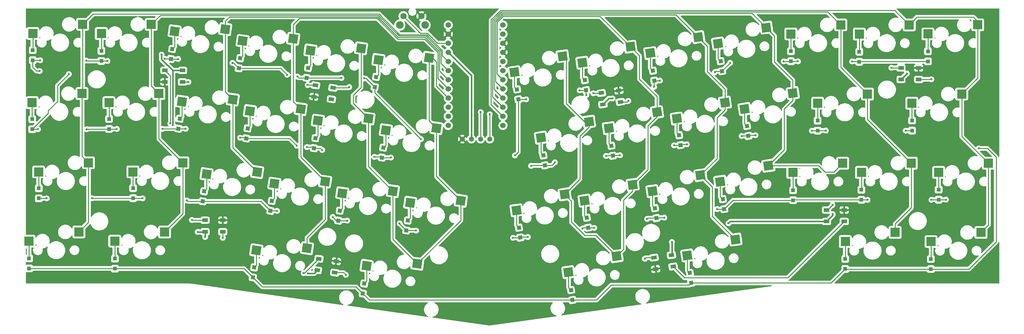
<source format=gbr>
%TF.GenerationSoftware,KiCad,Pcbnew,(5.99.0-9176-ga1730d51ff)*%
%TF.CreationDate,2021-07-22T23:15:28-05:00*%
%TF.ProjectId,Sonata hotswap,536f6e61-7461-4206-986f-74737761702e,rev?*%
%TF.SameCoordinates,Original*%
%TF.FileFunction,Copper,L4,Bot*%
%TF.FilePolarity,Positive*%
%FSLAX46Y46*%
G04 Gerber Fmt 4.6, Leading zero omitted, Abs format (unit mm)*
G04 Created by KiCad (PCBNEW (5.99.0-9176-ga1730d51ff)) date 2021-07-22 23:15:28*
%MOMM*%
%LPD*%
G01*
G04 APERTURE LIST*
G04 Aperture macros list*
%AMRotRect*
0 Rectangle, with rotation*
0 The origin of the aperture is its center*
0 $1 length*
0 $2 width*
0 $3 Rotation angle, in degrees counterclockwise*
0 Add horizontal line*
21,1,$1,$2,0,0,$3*%
G04 Aperture macros list end*
%TA.AperFunction,SMDPad,CuDef*%
%ADD10R,2.550000X2.500000*%
%TD*%
%TA.AperFunction,SMDPad,CuDef*%
%ADD11RotRect,2.550000X2.500000X8.000000*%
%TD*%
%TA.AperFunction,SMDPad,CuDef*%
%ADD12RotRect,2.550000X2.500000X352.000000*%
%TD*%
%TA.AperFunction,ComponentPad*%
%ADD13C,1.524000*%
%TD*%
%TA.AperFunction,ComponentPad*%
%ADD14C,1.397000*%
%TD*%
%TA.AperFunction,SMDPad,CuDef*%
%ADD15R,1.100000X1.100000*%
%TD*%
%TA.AperFunction,SMDPad,CuDef*%
%ADD16RotRect,1.100000X1.100000X98.000000*%
%TD*%
%TA.AperFunction,SMDPad,CuDef*%
%ADD17RotRect,1.500000X1.000000X8.000000*%
%TD*%
%TA.AperFunction,SMDPad,CuDef*%
%ADD18R,1.500000X1.000000*%
%TD*%
%TA.AperFunction,SMDPad,CuDef*%
%ADD19RotRect,1.100000X1.100000X82.000000*%
%TD*%
%TA.AperFunction,SMDPad,CuDef*%
%ADD20RotRect,1.500000X1.000000X172.000000*%
%TD*%
%TA.AperFunction,SMDPad,CuDef*%
%ADD21RotRect,1.500000X1.000000X352.000000*%
%TD*%
%TA.AperFunction,ComponentPad*%
%ADD22C,2.100000*%
%TD*%
%TA.AperFunction,ComponentPad*%
%ADD23C,1.750000*%
%TD*%
%TA.AperFunction,SMDPad,CuDef*%
%ADD24RotRect,1.500000X1.000000X188.000000*%
%TD*%
%TA.AperFunction,ViaPad*%
%ADD25C,0.600000*%
%TD*%
%TA.AperFunction,Conductor*%
%ADD26C,0.250000*%
%TD*%
%TA.AperFunction,Conductor*%
%ADD27C,0.400000*%
%TD*%
G04 APERTURE END LIST*
D10*
%TO.P,SW24,1,Col*%
%TO.N,COL8*%
X303090000Y-89740000D03*
%TO.P,SW24,2,Row*%
%TO.N,Net-(D24-Pad2)*%
X289240000Y-92280000D03*
%TD*%
%TO.P,SW39,1,Col*%
%TO.N,COL0*%
X84000000Y-128080000D03*
%TO.P,SW39,2,Row*%
%TO.N,Net-(D39-Pad2)*%
X70150000Y-130620000D03*
%TD*%
D11*
%TO.P,SW43,1,Col*%
%TO.N,COL5*%
X233391787Y-134824039D03*
%TO.P,SW43,2,Row*%
%TO.N,Net-(D43-Pad2)*%
X220030074Y-139266868D03*
%TD*%
%TO.P,SW8,1,Col*%
%TO.N,COL5*%
X237241787Y-76584039D03*
%TO.P,SW8,2,Row*%
%TO.N,Net-(D8-Pad2)*%
X223880074Y-81026868D03*
%TD*%
D12*
%TO.P,SW4,1,Col*%
%TO.N,COL3*%
X143555786Y-74374837D03*
%TO.P,SW4,2,Row*%
%TO.N,Net-(D4-Pad2)*%
X129487073Y-74962570D03*
%TD*%
D10*
%TO.P,SW46,1,Col*%
%TO.N,COL9*%
X334610000Y-128230000D03*
%TO.P,SW46,2,Row*%
%TO.N,Net-(D46-Pad2)*%
X320760000Y-130770000D03*
%TD*%
%TO.P,SW2,1,Col*%
%TO.N,COL1*%
X104110000Y-70370000D03*
%TO.P,SW2,2,Row*%
%TO.N,Net-(D2-Pad2)*%
X90260000Y-72910000D03*
%TD*%
D12*
%TO.P,SW17,1,Col*%
%TO.N,COL3*%
X145625786Y-93904837D03*
%TO.P,SW17,2,Row*%
%TO.N,Net-(D17-Pad2)*%
X131557073Y-94492570D03*
%TD*%
D11*
%TO.P,SW33,1,Col*%
%TO.N,COL5*%
X237841787Y-114954039D03*
%TO.P,SW33,2,Row*%
%TO.N,Net-(D33-Pad2)*%
X224480074Y-119396868D03*
%TD*%
%TO.P,SW7,1,Col*%
%TO.N,COL5*%
X218381787Y-79224039D03*
%TO.P,SW7,2,Row*%
%TO.N,Net-(D7-Pad2)*%
X205020074Y-83666868D03*
%TD*%
D10*
%TO.P,SW26,1,Col*%
%TO.N,COL0*%
X86680000Y-108850000D03*
%TO.P,SW26,2,Row*%
%TO.N,Net-(D26-Pad2)*%
X72830000Y-111390000D03*
%TD*%
%TO.P,SW37,1,Col*%
%TO.N,COL9*%
X336710000Y-108980000D03*
%TO.P,SW37,2,Row*%
%TO.N,Net-(D37-Pad2)*%
X322860000Y-111520000D03*
%TD*%
%TO.P,SW13,1,Col*%
%TO.N,COL9*%
X333740000Y-70490000D03*
%TO.P,SW13,2,Row*%
%TO.N,Net-(D13-Pad2)*%
X319890000Y-73030000D03*
%TD*%
D12*
%TO.P,SW31,1,Col*%
%TO.N,COL4*%
X190125786Y-119394837D03*
%TO.P,SW31,2,Row*%
%TO.N,Net-(D31-Pad2)*%
X176057073Y-119982570D03*
%TD*%
%TO.P,SW30,1,Col*%
%TO.N,COL4*%
X171275786Y-116724837D03*
%TO.P,SW30,2,Row*%
%TO.N,Net-(D30-Pad2)*%
X157207073Y-117312570D03*
%TD*%
D10*
%TO.P,SW12,1,Col*%
%TO.N,COL9*%
X314700000Y-70510000D03*
%TO.P,SW12,2,Row*%
%TO.N,Net-(D12-Pad2)*%
X300850000Y-73050000D03*
%TD*%
D11*
%TO.P,SW20,1,Col*%
%TO.N,COL5*%
X225741787Y-97424039D03*
%TO.P,SW20,2,Row*%
%TO.N,Net-(D20-Pad2)*%
X212380074Y-101866868D03*
%TD*%
D12*
%TO.P,SW42,1,Col*%
%TO.N,COL4*%
X178045786Y-136934837D03*
%TO.P,SW42,2,Row*%
%TO.N,Net-(D42-Pad2)*%
X163977073Y-137522570D03*
%TD*%
D10*
%TO.P,SW38,1,Col*%
%TO.N,COL7*%
X296220000Y-108990000D03*
%TO.P,SW38,2,Row*%
%TO.N,Net-(D38-Pad2)*%
X282370000Y-111530000D03*
%TD*%
D11*
%TO.P,SW44,1,Col*%
%TO.N,COL6*%
X266421787Y-130184039D03*
%TO.P,SW44,2,Row*%
%TO.N,Net-(D44-Pad2)*%
X253060074Y-134626868D03*
%TD*%
%TO.P,SW35,1,Col*%
%TO.N,COL7*%
X275551787Y-109664039D03*
%TO.P,SW35,2,Row*%
%TO.N,Net-(D35-Pad2)*%
X262190074Y-114106868D03*
%TD*%
D13*
%TO.P,U1,1,TX*%
%TO.N,LED*%
X201841400Y-70527000D03*
%TO.P,U1,2,RX*%
%TO.N,unconnected-(U1-Pad2)*%
X201841400Y-73067000D03*
%TO.P,U1,3,GND*%
%TO.N,GND*%
X201841400Y-75607000D03*
%TO.P,U1,4,GND*%
X201841400Y-78147000D03*
%TO.P,U1,5,SCL*%
%TO.N,SCL*%
X201841400Y-80687000D03*
%TO.P,U1,6,SDA*%
%TO.N,SDA*%
X201841400Y-83227000D03*
%TO.P,U1,7,D4*%
%TO.N,COL5*%
X201841400Y-85767000D03*
%TO.P,U1,8,C6*%
%TO.N,COL6*%
X201841400Y-88307000D03*
%TO.P,U1,9,D7*%
%TO.N,COL7*%
X201841400Y-90847000D03*
%TO.P,U1,10,E6*%
%TO.N,COL8*%
X201841400Y-93387000D03*
%TO.P,U1,11,B4*%
%TO.N,COL9*%
X201841400Y-95927000D03*
%TO.P,U1,12,B5*%
%TO.N,ROW3*%
X201841400Y-98467000D03*
%TO.P,U1,13,B6*%
%TO.N,ROW1*%
X186621400Y-98467000D03*
%TO.P,U1,14,B2*%
%TO.N,ROW2*%
X186621400Y-95927000D03*
%TO.P,U1,15,B3*%
%TO.N,ROW0*%
X186621400Y-93387000D03*
%TO.P,U1,16,B1*%
%TO.N,COL4*%
X186621400Y-90847000D03*
%TO.P,U1,17,F7*%
%TO.N,COL3*%
X186621400Y-88307000D03*
%TO.P,U1,18,F6*%
%TO.N,COL2*%
X186621400Y-85767000D03*
%TO.P,U1,19,F5*%
%TO.N,COL1*%
X186621400Y-83227000D03*
%TO.P,U1,20,F4*%
%TO.N,COL0*%
X186621400Y-80687000D03*
%TO.P,U1,21,VCC*%
%TO.N,VCC*%
X186621400Y-78147000D03*
%TO.P,U1,22,RST*%
%TO.N,/RESET*%
X186621400Y-75607000D03*
%TO.P,U1,23,GND*%
%TO.N,GND*%
X186621400Y-73067000D03*
%TO.P,U1,24,RAW*%
%TO.N,unconnected-(U1-Pad24)*%
X186621400Y-70527000D03*
%TD*%
D12*
%TO.P,SW6,1,Col*%
%TO.N,COL4*%
X181295786Y-79674837D03*
%TO.P,SW6,2,Row*%
%TO.N,Net-(D6-Pad2)*%
X167227073Y-80262570D03*
%TD*%
D10*
%TO.P,SW11,1,Col*%
%TO.N,COL8*%
X295660000Y-70500000D03*
%TO.P,SW11,2,Row*%
%TO.N,Net-(D11-Pad2)*%
X281810000Y-73040000D03*
%TD*%
D12*
%TO.P,SW41,1,Col*%
%TO.N,COL3*%
X147395786Y-132614837D03*
%TO.P,SW41,2,Row*%
%TO.N,Net-(D41-Pad2)*%
X133327073Y-133202570D03*
%TD*%
D14*
%TO.P,J1,1,Pin_1*%
%TO.N,GND*%
X190530000Y-102260000D03*
%TO.P,J1,2,Pin_2*%
%TO.N,VCC*%
X193070000Y-102260000D03*
%TO.P,J1,3,Pin_3*%
%TO.N,SCL*%
X195610000Y-102260000D03*
%TO.P,J1,4,Pin_4*%
%TO.N,SDA*%
X198150000Y-102260000D03*
%TD*%
D11*
%TO.P,SW22,1,Col*%
%TO.N,COL6*%
X263481787Y-92124039D03*
%TO.P,SW22,2,Row*%
%TO.N,Net-(D22-Pad2)*%
X250120074Y-96566868D03*
%TD*%
D10*
%TO.P,SW27,1,Col*%
%TO.N,COL1*%
X112880000Y-108850000D03*
%TO.P,SW27,2,Row*%
%TO.N,Net-(D27-Pad2)*%
X99030000Y-111390000D03*
%TD*%
D12*
%TO.P,SW16,1,Col*%
%TO.N,COL2*%
X126755786Y-91254837D03*
%TO.P,SW16,2,Row*%
%TO.N,Net-(D16-Pad2)*%
X112687073Y-91842570D03*
%TD*%
D10*
%TO.P,SW1,1,Col*%
%TO.N,COL0*%
X85070000Y-70360000D03*
%TO.P,SW1,2,Row*%
%TO.N,RotS1*%
X71220000Y-72900000D03*
%TD*%
D12*
%TO.P,SW3,1,Col*%
%TO.N,COL2*%
X124685786Y-71714837D03*
%TO.P,SW3,2,Row*%
%TO.N,Net-(D3-Pad2)*%
X110617073Y-72302570D03*
%TD*%
D11*
%TO.P,SW34,1,Col*%
%TO.N,COL6*%
X256701787Y-112314039D03*
%TO.P,SW34,2,Row*%
%TO.N,Net-(D34-Pad2)*%
X243340074Y-116756868D03*
%TD*%
D12*
%TO.P,SW28,1,Col*%
%TO.N,COL2*%
X133535786Y-111434837D03*
%TO.P,SW28,2,Row*%
%TO.N,Net-(D28-Pad2)*%
X119467073Y-112022570D03*
%TD*%
D10*
%TO.P,SW15,1,Col*%
%TO.N,COL1*%
X106220000Y-89610000D03*
%TO.P,SW15,2,Row*%
%TO.N,Net-(D15-Pad2)*%
X92370000Y-92150000D03*
%TD*%
D12*
%TO.P,SW29,1,Col*%
%TO.N,COL3*%
X152405786Y-114084837D03*
%TO.P,SW29,2,Row*%
%TO.N,Net-(D29-Pad2)*%
X138337073Y-114672570D03*
%TD*%
D10*
%TO.P,SW14,1,Col*%
%TO.N,COL0*%
X84880000Y-89610000D03*
%TO.P,SW14,2,Row*%
%TO.N,Net-(D14-Pad2)*%
X71030000Y-92150000D03*
%TD*%
D12*
%TO.P,SW5,1,Col*%
%TO.N,COL4*%
X162415786Y-77024837D03*
%TO.P,SW5,2,Row*%
%TO.N,Net-(D5-Pad2)*%
X148347073Y-77612570D03*
%TD*%
D10*
%TO.P,SW25,1,Col*%
%TO.N,COL9*%
X329270000Y-89750000D03*
%TO.P,SW25,2,Row*%
%TO.N,Net-(D25-Pad2)*%
X315420000Y-92290000D03*
%TD*%
D12*
%TO.P,SW19,1,Col*%
%TO.N,COL4*%
X183345786Y-99214837D03*
%TO.P,SW19,2,Row*%
%TO.N,Net-(D19-Pad2)*%
X169277073Y-99802570D03*
%TD*%
D11*
%TO.P,SW21,1,Col*%
%TO.N,COL5*%
X244611787Y-94774039D03*
%TO.P,SW21,2,Row*%
%TO.N,Net-(D21-Pad2)*%
X231250074Y-99216868D03*
%TD*%
%TO.P,SW10,1,Col*%
%TO.N,COL7*%
X274971787Y-71254039D03*
%TO.P,SW10,2,Row*%
%TO.N,Net-(D10-Pad2)*%
X261610074Y-75696868D03*
%TD*%
%TO.P,SW23,1,Col*%
%TO.N,COL7*%
X282341787Y-89474039D03*
%TO.P,SW23,2,Row*%
%TO.N,Net-(D23-Pad2)*%
X268980074Y-93916868D03*
%TD*%
D10*
%TO.P,SW36,1,Col*%
%TO.N,COL8*%
X315280000Y-108980000D03*
%TO.P,SW36,2,Row*%
%TO.N,Net-(D36-Pad2)*%
X301430000Y-111520000D03*
%TD*%
D11*
%TO.P,SW32,1,Col*%
%TO.N,COL5*%
X218951787Y-117614039D03*
%TO.P,SW32,2,Row*%
%TO.N,Net-(D32-Pad2)*%
X205590074Y-122056868D03*
%TD*%
D12*
%TO.P,SW18,1,Col*%
%TO.N,COL4*%
X164485786Y-96554837D03*
%TO.P,SW18,2,Row*%
%TO.N,Net-(D18-Pad2)*%
X150417073Y-97142570D03*
%TD*%
D10*
%TO.P,SW40,1,Col*%
%TO.N,COL1*%
X107830000Y-128100000D03*
%TO.P,SW40,2,Row*%
%TO.N,Net-(D40-Pad2)*%
X93980000Y-130640000D03*
%TD*%
D11*
%TO.P,SW9,1,Col*%
%TO.N,COL6*%
X256101787Y-73914039D03*
%TO.P,SW9,2,Row*%
%TO.N,Net-(D9-Pad2)*%
X242740074Y-78356868D03*
%TD*%
D10*
%TO.P,SW45,1,Col*%
%TO.N,COL8*%
X310790000Y-128210000D03*
%TO.P,SW45,2,Row*%
%TO.N,Net-(D45-Pad2)*%
X296940000Y-130750000D03*
%TD*%
D15*
%TO.P,D2,1,K*%
%TO.N,ROW0*%
X90260000Y-80530000D03*
%TO.P,D2,2,A*%
%TO.N,Net-(D2-Pad2)*%
X90260000Y-77730000D03*
%TD*%
%TO.P,D37,1,K*%
%TO.N,ROW2*%
X322870000Y-119130000D03*
%TO.P,D37,2,A*%
%TO.N,Net-(D37-Pad2)*%
X322870000Y-116330000D03*
%TD*%
D16*
%TO.P,D44,1,K*%
%TO.N,ROW3*%
X254124842Y-142266375D03*
%TO.P,D44,2,A*%
%TO.N,Net-(D44-Pad2)*%
X253735158Y-139493625D03*
%TD*%
D17*
%TO.P,L1,1,VDD*%
%TO.N,VCC*%
X229606520Y-92615403D03*
%TO.P,L1,2,DOUT*%
%TO.N,LED*%
X229161166Y-89446545D03*
%TO.P,L1,3,VSS*%
%TO.N,GND*%
X234013480Y-88764597D03*
%TO.P,L1,4,DIN*%
%TO.N,Net-(L1-Pad4)*%
X234458834Y-91933455D03*
%TD*%
D15*
%TO.P,D1,1,K*%
%TO.N,ROW0*%
X71180000Y-80330000D03*
%TO.P,D1,2,A*%
%TO.N,RotS1*%
X71180000Y-77530000D03*
%TD*%
D18*
%TO.P,L7,1,VDD*%
%TO.N,VCC*%
X112790000Y-83170000D03*
%TO.P,L7,2,DOUT*%
%TO.N,Net-(L7-Pad2)*%
X112790000Y-86370000D03*
%TO.P,L7,3,VSS*%
%TO.N,GND*%
X107890000Y-86370000D03*
%TO.P,L7,4,DIN*%
%TO.N,Net-(L6-Pad2)*%
X107890000Y-83170000D03*
%TD*%
D15*
%TO.P,D25,1,K*%
%TO.N,ROW1*%
X315470000Y-99910000D03*
%TO.P,D25,2,A*%
%TO.N,Net-(D25-Pad2)*%
X315470000Y-97110000D03*
%TD*%
%TO.P,D24,1,K*%
%TO.N,ROW1*%
X289250000Y-99930000D03*
%TO.P,D24,2,A*%
%TO.N,Net-(D24-Pad2)*%
X289250000Y-97130000D03*
%TD*%
D19*
%TO.P,D3,1,K*%
%TO.N,ROW0*%
X109575158Y-79986375D03*
%TO.P,D3,2,A*%
%TO.N,Net-(D3-Pad2)*%
X109964842Y-77213625D03*
%TD*%
%TO.P,D30,1,K*%
%TO.N,ROW2*%
X156115158Y-124946375D03*
%TO.P,D30,2,A*%
%TO.N,Net-(D30-Pad2)*%
X156504842Y-122173625D03*
%TD*%
D15*
%TO.P,D15,1,K*%
%TO.N,ROW1*%
X92400000Y-99470000D03*
%TO.P,D15,2,A*%
%TO.N,Net-(D15-Pad2)*%
X92400000Y-96670000D03*
%TD*%
D18*
%TO.P,L2,1,VDD*%
%TO.N,VCC*%
X312420000Y-85660000D03*
%TO.P,L2,2,DOUT*%
%TO.N,Net-(L1-Pad4)*%
X312420000Y-82460000D03*
%TO.P,L2,3,VSS*%
%TO.N,GND*%
X317320000Y-82460000D03*
%TO.P,L2,4,DIN*%
%TO.N,Net-(L2-Pad4)*%
X317320000Y-85660000D03*
%TD*%
D15*
%TO.P,D38,1,K*%
%TO.N,ROW2*%
X282430000Y-119280000D03*
%TO.P,D38,2,A*%
%TO.N,Net-(D38-Pad2)*%
X282430000Y-116480000D03*
%TD*%
%TO.P,D39,1,K*%
%TO.N,ROW3*%
X70180000Y-138250000D03*
%TO.P,D39,2,A*%
%TO.N,Net-(D39-Pad2)*%
X70180000Y-135450000D03*
%TD*%
%TO.P,D14,1,K*%
%TO.N,ROW1*%
X71060000Y-99530000D03*
%TO.P,D14,2,A*%
%TO.N,Net-(D14-Pad2)*%
X71060000Y-96730000D03*
%TD*%
D20*
%TO.P,L8,1,VDD*%
%TO.N,VCC*%
X154608834Y-88006545D03*
%TO.P,L8,2,DOUT*%
%TO.N,unconnected-(L8-Pad2)*%
X154163480Y-91175403D03*
%TO.P,L8,3,VSS*%
%TO.N,GND*%
X149311166Y-90493455D03*
%TO.P,L8,4,DIN*%
%TO.N,Net-(L7-Pad2)*%
X149756520Y-87324597D03*
%TD*%
D15*
%TO.P,D13,1,K*%
%TO.N,ROW0*%
X319900000Y-80662500D03*
%TO.P,D13,2,A*%
%TO.N,Net-(D13-Pad2)*%
X319900000Y-77862500D03*
%TD*%
D21*
%TO.P,L5,1,VDD*%
%TO.N,VCC*%
X150251166Y-138723455D03*
%TO.P,L5,2,DOUT*%
%TO.N,Net-(L5-Pad2)*%
X150696520Y-135554597D03*
%TO.P,L5,3,VSS*%
%TO.N,GND*%
X155548834Y-136236545D03*
%TO.P,L5,4,DIN*%
%TO.N,Net-(L4-Pad4)*%
X155103480Y-139405403D03*
%TD*%
D15*
%TO.P,D26,1,K*%
%TO.N,ROW2*%
X72880000Y-118742500D03*
%TO.P,D26,2,A*%
%TO.N,Net-(D26-Pad2)*%
X72880000Y-115942500D03*
%TD*%
D19*
%TO.P,D6,1,K*%
%TO.N,ROW0*%
X166205158Y-87766375D03*
%TO.P,D6,2,A*%
%TO.N,Net-(D6-Pad2)*%
X166594842Y-84993625D03*
%TD*%
D22*
%TO.P,RESET1,*%
%TO.N,*%
X180180000Y-70562500D03*
X173170000Y-70562500D03*
D23*
%TO.P,RESET1,1,1*%
%TO.N,GND*%
X179180000Y-68072500D03*
%TO.P,RESET1,2,2*%
%TO.N,/RESET*%
X174180000Y-68072500D03*
%TD*%
D19*
%TO.P,D5,1,K*%
%TO.N,ROW0*%
X147305158Y-85256375D03*
%TO.P,D5,2,A*%
%TO.N,Net-(D5-Pad2)*%
X147694842Y-82483625D03*
%TD*%
%TO.P,D17,1,K*%
%TO.N,ROW1*%
X130505158Y-102076375D03*
%TO.P,D17,2,A*%
%TO.N,Net-(D17-Pad2)*%
X130894842Y-99303625D03*
%TD*%
D18*
%TO.P,L3,1,VDD*%
%TO.N,VCC*%
X291730000Y-125180000D03*
%TO.P,L3,2,DOUT*%
%TO.N,Net-(L2-Pad4)*%
X291730000Y-121980000D03*
%TO.P,L3,3,VSS*%
%TO.N,GND*%
X296630000Y-121980000D03*
%TO.P,L3,4,DIN*%
%TO.N,Net-(L3-Pad4)*%
X296630000Y-125180000D03*
%TD*%
D24*
%TO.P,L4,1,VDD*%
%TO.N,VCC*%
X248653480Y-134544597D03*
%TO.P,L4,2,DOUT*%
%TO.N,Net-(L3-Pad4)*%
X249098834Y-137713455D03*
%TO.P,L4,3,VSS*%
%TO.N,GND*%
X244246520Y-138395403D03*
%TO.P,L4,4,DIN*%
%TO.N,Net-(L4-Pad4)*%
X243801166Y-135226545D03*
%TD*%
D16*
%TO.P,D35,1,K*%
%TO.N,ROW2*%
X263294842Y-121736375D03*
%TO.P,D35,2,A*%
%TO.N,Net-(D35-Pad2)*%
X262905158Y-118963625D03*
%TD*%
%TO.P,D21,1,K*%
%TO.N,ROW1*%
X232334842Y-106896375D03*
%TO.P,D21,2,A*%
%TO.N,Net-(D21-Pad2)*%
X231945158Y-104123625D03*
%TD*%
%TO.P,D32,1,K*%
%TO.N,ROW2*%
X206654842Y-129666375D03*
%TO.P,D32,2,A*%
%TO.N,Net-(D32-Pad2)*%
X206265158Y-126893625D03*
%TD*%
D15*
%TO.P,D36,1,K*%
%TO.N,ROW2*%
X301400000Y-119152500D03*
%TO.P,D36,2,A*%
%TO.N,Net-(D36-Pad2)*%
X301400000Y-116352500D03*
%TD*%
D16*
%TO.P,D8,1,K*%
%TO.N,ROW0*%
X224944842Y-88656375D03*
%TO.P,D8,2,A*%
%TO.N,Net-(D8-Pad2)*%
X224555158Y-85883625D03*
%TD*%
D15*
%TO.P,D11,1,K*%
%TO.N,ROW0*%
X281840000Y-80612500D03*
%TO.P,D11,2,A*%
%TO.N,Net-(D11-Pad2)*%
X281840000Y-77812500D03*
%TD*%
D19*
%TO.P,D19,1,K*%
%TO.N,ROW1*%
X168205158Y-107416375D03*
%TO.P,D19,2,A*%
%TO.N,Net-(D19-Pad2)*%
X168594842Y-104643625D03*
%TD*%
%TO.P,D18,1,K*%
%TO.N,ROW1*%
X149335158Y-104796375D03*
%TO.P,D18,2,A*%
%TO.N,Net-(D18-Pad2)*%
X149724842Y-102023625D03*
%TD*%
D18*
%TO.P,L6,1,VDD*%
%TO.N,VCC*%
X119080000Y-128040000D03*
%TO.P,L6,2,DOUT*%
%TO.N,Net-(L6-Pad2)*%
X119080000Y-124840000D03*
%TO.P,L6,3,VSS*%
%TO.N,GND*%
X123980000Y-124840000D03*
%TO.P,L6,4,DIN*%
%TO.N,Net-(L5-Pad2)*%
X123980000Y-128040000D03*
%TD*%
D19*
%TO.P,D4,1,K*%
%TO.N,ROW0*%
X128445158Y-82556375D03*
%TO.P,D4,2,A*%
%TO.N,Net-(D4-Pad2)*%
X128834842Y-79783625D03*
%TD*%
%TO.P,D16,1,K*%
%TO.N,ROW1*%
X111655158Y-99366375D03*
%TO.P,D16,2,A*%
%TO.N,Net-(D16-Pad2)*%
X112044842Y-96593625D03*
%TD*%
D16*
%TO.P,D23,1,K*%
%TO.N,ROW1*%
X269994842Y-101376375D03*
%TO.P,D23,2,A*%
%TO.N,Net-(D23-Pad2)*%
X269605158Y-98603625D03*
%TD*%
%TO.P,D10,1,K*%
%TO.N,ROW0*%
X262694842Y-83376375D03*
%TO.P,D10,2,A*%
%TO.N,Net-(D10-Pad2)*%
X262305158Y-80603625D03*
%TD*%
D15*
%TO.P,D27,1,K*%
%TO.N,ROW2*%
X99080000Y-118712500D03*
%TO.P,D27,2,A*%
%TO.N,Net-(D27-Pad2)*%
X99080000Y-115912500D03*
%TD*%
D19*
%TO.P,D42,1,K*%
%TO.N,ROW3*%
X162885158Y-145226375D03*
%TO.P,D42,2,A*%
%TO.N,Net-(D42-Pad2)*%
X163274842Y-142453625D03*
%TD*%
D16*
%TO.P,D20,1,K*%
%TO.N,ROW1*%
X213444842Y-109576375D03*
%TO.P,D20,2,A*%
%TO.N,Net-(D20-Pad2)*%
X213055158Y-106803625D03*
%TD*%
%TO.P,D22,1,K*%
%TO.N,ROW1*%
X251144842Y-103956375D03*
%TO.P,D22,2,A*%
%TO.N,Net-(D22-Pad2)*%
X250755158Y-101183625D03*
%TD*%
D19*
%TO.P,D31,1,K*%
%TO.N,ROW2*%
X174995158Y-127676375D03*
%TO.P,D31,2,A*%
%TO.N,Net-(D31-Pad2)*%
X175384842Y-124903625D03*
%TD*%
D16*
%TO.P,D34,1,K*%
%TO.N,ROW2*%
X244430000Y-124240000D03*
%TO.P,D34,2,A*%
%TO.N,Net-(D34-Pad2)*%
X244040316Y-121467250D03*
%TD*%
D19*
%TO.P,D41,1,K*%
%TO.N,ROW3*%
X132335158Y-140726375D03*
%TO.P,D41,2,A*%
%TO.N,Net-(D41-Pad2)*%
X132724842Y-137953625D03*
%TD*%
D16*
%TO.P,D33,1,K*%
%TO.N,ROW2*%
X225514842Y-126896375D03*
%TO.P,D33,2,A*%
%TO.N,Net-(D33-Pad2)*%
X225125158Y-124123625D03*
%TD*%
%TO.P,D43,1,K*%
%TO.N,ROW3*%
X221134842Y-147016375D03*
%TO.P,D43,2,A*%
%TO.N,Net-(D43-Pad2)*%
X220745158Y-144243625D03*
%TD*%
D15*
%TO.P,D46,1,K*%
%TO.N,ROW3*%
X320700000Y-138420000D03*
%TO.P,D46,2,A*%
%TO.N,Net-(D46-Pad2)*%
X320700000Y-135620000D03*
%TD*%
D16*
%TO.P,D7,1,K*%
%TO.N,ROW0*%
X206104842Y-91216375D03*
%TO.P,D7,2,A*%
%TO.N,Net-(D7-Pad2)*%
X205715158Y-88443625D03*
%TD*%
%TO.P,D9,1,K*%
%TO.N,ROW0*%
X243874842Y-86026375D03*
%TO.P,D9,2,A*%
%TO.N,Net-(D9-Pad2)*%
X243485158Y-83253625D03*
%TD*%
D19*
%TO.P,D28,1,K*%
%TO.N,ROW2*%
X118415158Y-119566375D03*
%TO.P,D28,2,A*%
%TO.N,Net-(D28-Pad2)*%
X118804842Y-116793625D03*
%TD*%
%TO.P,D29,1,K*%
%TO.N,ROW2*%
X137235158Y-122216375D03*
%TO.P,D29,2,A*%
%TO.N,Net-(D29-Pad2)*%
X137624842Y-119443625D03*
%TD*%
D15*
%TO.P,D45,1,K*%
%TO.N,ROW3*%
X296900000Y-138380000D03*
%TO.P,D45,2,A*%
%TO.N,Net-(D45-Pad2)*%
X296900000Y-135580000D03*
%TD*%
%TO.P,D40,1,K*%
%TO.N,ROW3*%
X94040000Y-138292500D03*
%TO.P,D40,2,A*%
%TO.N,Net-(D40-Pad2)*%
X94040000Y-135492500D03*
%TD*%
%TO.P,D12,1,K*%
%TO.N,ROW0*%
X300800000Y-80780000D03*
%TO.P,D12,2,A*%
%TO.N,Net-(D12-Pad2)*%
X300800000Y-77980000D03*
%TD*%
D25*
%TO.N,ROW0*%
X111590000Y-79990000D03*
X279820000Y-80660000D03*
X73120000Y-83350000D03*
X86020000Y-80430000D03*
X243820000Y-87750000D03*
X225010000Y-90030000D03*
X144710000Y-84870000D03*
X141890000Y-84390000D03*
X223130000Y-88720000D03*
X208280000Y-91200000D03*
X73260000Y-80350000D03*
X298830000Y-80680000D03*
X260710000Y-83640000D03*
X245440000Y-86000000D03*
X126670000Y-81100000D03*
X283790000Y-80640000D03*
X156950000Y-85270000D03*
X91970000Y-80530000D03*
X264950000Y-81080000D03*
X107810000Y-79930000D03*
X179040000Y-102270000D03*
X163300000Y-85370000D03*
X205150000Y-106812600D03*
%TO.N,ROW1*%
X313700000Y-99920000D03*
X94560000Y-99450000D03*
X170710000Y-107390000D03*
X144530000Y-104090000D03*
X86180000Y-99540000D03*
X252900000Y-103720000D03*
X72650000Y-99520000D03*
X249360000Y-103990000D03*
X128810000Y-101880000D03*
X113690000Y-99400000D03*
X216250000Y-108720000D03*
X147340000Y-104480000D03*
X268140000Y-101410000D03*
X291510000Y-99900000D03*
X166100000Y-107210000D03*
X287660000Y-99940000D03*
X271990000Y-101190000D03*
X230470000Y-106940000D03*
X151630000Y-105290000D03*
X234340000Y-106760000D03*
X81230000Y-84200000D03*
X209636716Y-109713284D03*
X107190000Y-99440000D03*
%TO.N,ROW2*%
X246650000Y-124110000D03*
X241880000Y-124470000D03*
X173120000Y-125710000D03*
X158560000Y-124940000D03*
X320880000Y-119140000D03*
X114040000Y-119330000D03*
X227190000Y-126940000D03*
X204610000Y-129720000D03*
X154530000Y-123930000D03*
X75080000Y-118730000D03*
X223890000Y-127140000D03*
X261350000Y-121740000D03*
X101720000Y-118750000D03*
X208740000Y-129490000D03*
X324870000Y-119110000D03*
X177690000Y-127720000D03*
X139070000Y-122230000D03*
X87660000Y-118710000D03*
X303110000Y-119160000D03*
%TO.N,ROW3*%
X334030000Y-104860000D03*
%TO.N,GND*%
X331728904Y-84651096D03*
%TO.N,VCC*%
X159120000Y-87790000D03*
X293450000Y-123130000D03*
X110120000Y-98350000D03*
X119100000Y-129500000D03*
X248780000Y-130890000D03*
X314030000Y-84040000D03*
X147650000Y-139590000D03*
X117030000Y-128080000D03*
X264470000Y-125680000D03*
X232250000Y-90960000D03*
X106990000Y-78750000D03*
%TO.N,SDA*%
X198150000Y-95360000D03*
%TO.N,SCL*%
X195650000Y-94780000D03*
%TO.N,LED*%
X226920000Y-89520000D03*
%TO.N,Net-(L1-Pad4)*%
X236670000Y-91630000D03*
X309740000Y-82450000D03*
%TO.N,Net-(L2-Pad4)*%
X293370000Y-120590000D03*
X320850000Y-85640000D03*
%TO.N,Net-(L4-Pad4)*%
X241220000Y-135550000D03*
X158180000Y-140020000D03*
%TO.N,Net-(L5-Pad2)*%
X124000000Y-129720000D03*
X146470000Y-139540000D03*
%TO.N,Net-(L6-Pad2)*%
X115417600Y-124760000D03*
X109432031Y-97898558D03*
%TO.N,Net-(L7-Pad2)*%
X147570000Y-87240000D03*
X114440000Y-86390000D03*
%TD*%
D26*
%TO.N,ROW0*%
X206104842Y-91216375D02*
X208263625Y-91216375D01*
X109575158Y-79986375D02*
X111586375Y-79986375D01*
X300700000Y-80680000D02*
X300800000Y-80780000D01*
X243874842Y-86026375D02*
X245413625Y-86026375D01*
X107810000Y-79930000D02*
X109518783Y-79930000D01*
X224944842Y-89964842D02*
X225010000Y-90030000D01*
X245413625Y-86026375D02*
X245440000Y-86000000D01*
X279820000Y-80660000D02*
X281792500Y-80660000D01*
X206104842Y-105857758D02*
X205150000Y-106812600D01*
X128445158Y-82556375D02*
X140056375Y-82556375D01*
X111586375Y-79986375D02*
X111590000Y-79990000D01*
X206104842Y-91216375D02*
X206104842Y-105857758D01*
X166205158Y-87766375D02*
X166205158Y-89435158D01*
X262694842Y-83335158D02*
X264950000Y-81080000D01*
X71180000Y-80330000D02*
X73240000Y-80330000D01*
X109518783Y-79930000D02*
X109575158Y-79986375D01*
X163808783Y-85370000D02*
X166205158Y-87766375D01*
X73110000Y-83360000D02*
X73120000Y-83350000D01*
X73240000Y-80330000D02*
X73260000Y-80350000D01*
X281840000Y-80612500D02*
X283762500Y-80612500D01*
X224881217Y-88720000D02*
X224944842Y-88656375D01*
X260973625Y-83376375D02*
X260710000Y-83640000D01*
X223130000Y-88720000D02*
X224881217Y-88720000D01*
X156936375Y-85256375D02*
X156950000Y-85270000D01*
X145096375Y-85256375D02*
X147305158Y-85256375D01*
X126670000Y-81100000D02*
X126988783Y-81100000D01*
X283762500Y-80612500D02*
X283790000Y-80640000D01*
X300917500Y-80662500D02*
X300800000Y-80780000D01*
X208263625Y-91216375D02*
X208280000Y-91200000D01*
X90260000Y-80530000D02*
X91970000Y-80530000D01*
X144710000Y-84870000D02*
X145096375Y-85256375D01*
X163300000Y-85370000D02*
X163808783Y-85370000D01*
X86120000Y-80530000D02*
X90260000Y-80530000D01*
X147305158Y-85256375D02*
X156936375Y-85256375D01*
X166205158Y-89435158D02*
X179040000Y-102270000D01*
X243850000Y-86051217D02*
X243874842Y-86026375D01*
X71180000Y-80330000D02*
X71180000Y-82300000D01*
X243820000Y-87750000D02*
X243820000Y-86081217D01*
X72240000Y-83360000D02*
X73110000Y-83360000D01*
X224944842Y-88656375D02*
X224944842Y-89964842D01*
X140056375Y-82556375D02*
X141890000Y-84390000D01*
X262694842Y-83376375D02*
X262694842Y-83335158D01*
X298830000Y-80680000D02*
X300700000Y-80680000D01*
X126988783Y-81100000D02*
X128445158Y-82556375D01*
X243820000Y-86081217D02*
X243874842Y-86026375D01*
X262694842Y-83376375D02*
X260973625Y-83376375D01*
X71180000Y-82300000D02*
X72240000Y-83360000D01*
X86020000Y-80430000D02*
X86120000Y-80530000D01*
X281792500Y-80660000D02*
X281840000Y-80612500D01*
X319900000Y-80662500D02*
X300917500Y-80662500D01*
%TO.N,RotS1*%
X71220000Y-72900000D02*
X71220000Y-77490000D01*
X71220000Y-77490000D02*
X71180000Y-77530000D01*
%TO.N,Net-(D2-Pad2)*%
X90260000Y-72910000D02*
X90260000Y-77730000D01*
%TO.N,Net-(D3-Pad2)*%
X110617073Y-72302570D02*
X110617073Y-76561394D01*
X110617073Y-76561394D02*
X109964842Y-77213625D01*
%TO.N,Net-(D4-Pad2)*%
X129487073Y-74962570D02*
X129487073Y-79131394D01*
X129487073Y-79131394D02*
X128834842Y-79783625D01*
%TO.N,Net-(D5-Pad2)*%
X148347073Y-81831394D02*
X147694842Y-82483625D01*
X148347073Y-77612570D02*
X148347073Y-81831394D01*
%TO.N,Net-(D6-Pad2)*%
X167227073Y-80262570D02*
X167227073Y-84361394D01*
X167227073Y-84361394D02*
X166594842Y-84993625D01*
%TO.N,Net-(D7-Pad2)*%
X205020074Y-87748541D02*
X205715158Y-88443625D01*
X205020074Y-83666868D02*
X205020074Y-87748541D01*
%TO.N,Net-(D8-Pad2)*%
X223880074Y-81026868D02*
X223880074Y-85208541D01*
X223880074Y-85208541D02*
X224555158Y-85883625D01*
%TO.N,Net-(D9-Pad2)*%
X242740074Y-82508541D02*
X243485158Y-83253625D01*
X242740074Y-78356868D02*
X242740074Y-82508541D01*
%TO.N,Net-(D10-Pad2)*%
X261610074Y-75696868D02*
X261610074Y-79908541D01*
X261610074Y-79908541D02*
X262305158Y-80603625D01*
%TO.N,Net-(D11-Pad2)*%
X281810000Y-73040000D02*
X281810000Y-77782500D01*
X281810000Y-77782500D02*
X281840000Y-77812500D01*
%TO.N,Net-(D12-Pad2)*%
X300850000Y-77930000D02*
X300800000Y-77980000D01*
X300850000Y-73050000D02*
X300850000Y-77930000D01*
%TO.N,Net-(D13-Pad2)*%
X319890000Y-73030000D02*
X319890000Y-77852500D01*
X319890000Y-77852500D02*
X319900000Y-77862500D01*
%TO.N,ROW1*%
X170683625Y-107416375D02*
X170710000Y-107390000D01*
X271990000Y-101190000D02*
X270181217Y-101190000D01*
X75500000Y-95090000D02*
X75500000Y-94360000D01*
X166100000Y-107210000D02*
X167998783Y-107210000D01*
X287670000Y-99930000D02*
X287660000Y-99940000D01*
X230513625Y-106896375D02*
X230470000Y-106940000D01*
X216250000Y-108720000D02*
X215393625Y-109576375D01*
X86250000Y-99470000D02*
X92400000Y-99470000D01*
X215393625Y-109576375D02*
X213444842Y-109576375D01*
X249393625Y-103956375D02*
X249360000Y-103990000D01*
X268173625Y-101376375D02*
X268140000Y-101410000D01*
X130505158Y-102076375D02*
X142516375Y-102076375D01*
X251144842Y-103956375D02*
X249393625Y-103956375D01*
X232334842Y-106896375D02*
X230513625Y-106896375D01*
X209773625Y-109576375D02*
X213444842Y-109576375D01*
X94540000Y-99470000D02*
X94560000Y-99450000D01*
X147340000Y-104480000D02*
X149018783Y-104480000D01*
X107190000Y-99440000D02*
X107263625Y-99366375D01*
X232471217Y-106760000D02*
X232334842Y-106896375D01*
X71060000Y-99530000D02*
X75500000Y-95090000D01*
X269994842Y-101376375D02*
X268173625Y-101376375D01*
X128810000Y-101880000D02*
X130308783Y-101880000D01*
X72640000Y-99530000D02*
X72650000Y-99520000D01*
X251381217Y-103720000D02*
X251144842Y-103956375D01*
X149335158Y-104796375D02*
X151136375Y-104796375D01*
X315470000Y-99910000D02*
X313710000Y-99910000D01*
X86180000Y-99540000D02*
X86250000Y-99470000D01*
X113656375Y-99366375D02*
X113690000Y-99400000D01*
X289250000Y-99930000D02*
X287670000Y-99930000D01*
X111655158Y-99366375D02*
X113656375Y-99366375D01*
X167998783Y-107210000D02*
X168205158Y-107416375D01*
X234340000Y-106760000D02*
X232471217Y-106760000D01*
X92400000Y-99470000D02*
X94540000Y-99470000D01*
X71060000Y-99530000D02*
X72640000Y-99530000D01*
X252900000Y-103720000D02*
X251381217Y-103720000D01*
X151136375Y-104796375D02*
X151630000Y-105290000D01*
X107263625Y-99366375D02*
X111655158Y-99366375D01*
X209636716Y-109713284D02*
X209773625Y-109576375D01*
X130308783Y-101880000D02*
X130505158Y-102076375D01*
X149018783Y-104480000D02*
X149335158Y-104796375D01*
X289280000Y-99900000D02*
X289250000Y-99930000D01*
X142516375Y-102076375D02*
X144530000Y-104090000D01*
X270181217Y-101190000D02*
X269994842Y-101376375D01*
X313710000Y-99910000D02*
X313700000Y-99920000D01*
X168205158Y-107416375D02*
X170683625Y-107416375D01*
X78090000Y-91770000D02*
X78090000Y-87340000D01*
X75500000Y-94360000D02*
X78090000Y-91770000D01*
X291510000Y-99900000D02*
X289280000Y-99900000D01*
X78090000Y-87340000D02*
X81230000Y-84200000D01*
%TO.N,Net-(D14-Pad2)*%
X71030000Y-96700000D02*
X71060000Y-96730000D01*
X71030000Y-92150000D02*
X71030000Y-96700000D01*
%TO.N,Net-(D15-Pad2)*%
X92370000Y-92150000D02*
X92370000Y-96640000D01*
X92370000Y-96640000D02*
X92400000Y-96670000D01*
%TO.N,Net-(D16-Pad2)*%
X112687073Y-91842570D02*
X112687073Y-95951394D01*
X112687073Y-95951394D02*
X112044842Y-96593625D01*
%TO.N,Net-(D17-Pad2)*%
X131557073Y-98641394D02*
X130894842Y-99303625D01*
X131557073Y-94492570D02*
X131557073Y-98641394D01*
%TO.N,Net-(D18-Pad2)*%
X150417073Y-97142570D02*
X150417073Y-101331394D01*
X150417073Y-101331394D02*
X149724842Y-102023625D01*
%TO.N,Net-(D19-Pad2)*%
X169277073Y-99802570D02*
X169277073Y-103961394D01*
X169277073Y-103961394D02*
X168594842Y-104643625D01*
%TO.N,Net-(D20-Pad2)*%
X212380074Y-101866868D02*
X212380074Y-106128541D01*
X212380074Y-106128541D02*
X213055158Y-106803625D01*
%TO.N,Net-(D21-Pad2)*%
X231250074Y-103428541D02*
X231945158Y-104123625D01*
X231250074Y-99216868D02*
X231250074Y-103428541D01*
%TO.N,Net-(D22-Pad2)*%
X250120074Y-100548541D02*
X250755158Y-101183625D01*
X250120074Y-96566868D02*
X250120074Y-100548541D01*
%TO.N,Net-(D23-Pad2)*%
X268980074Y-97978541D02*
X269605158Y-98603625D01*
X268980074Y-93916868D02*
X268980074Y-97978541D01*
%TO.N,Net-(D24-Pad2)*%
X289240000Y-92280000D02*
X289240000Y-97120000D01*
X289240000Y-97120000D02*
X289250000Y-97130000D01*
%TO.N,Net-(D25-Pad2)*%
X315420000Y-92290000D02*
X315420000Y-97060000D01*
X315420000Y-97060000D02*
X315470000Y-97110000D01*
%TO.N,ROW2*%
X118415158Y-119566375D02*
X134585158Y-119566375D01*
X282430000Y-119280000D02*
X265751217Y-119280000D01*
X246650000Y-124110000D02*
X244560000Y-124110000D01*
X137235158Y-122216375D02*
X139056375Y-122216375D01*
X301400000Y-119152500D02*
X282557500Y-119152500D01*
X261353625Y-121736375D02*
X261350000Y-121740000D01*
X227146375Y-126896375D02*
X227190000Y-126940000D01*
X139056375Y-122216375D02*
X139070000Y-122230000D01*
X173120000Y-125710000D02*
X173120000Y-125801217D01*
X324870000Y-119110000D02*
X322890000Y-119110000D01*
X156115158Y-124946375D02*
X155546375Y-124946375D01*
X208740000Y-129490000D02*
X206831217Y-129490000D01*
X242110000Y-124240000D02*
X244430000Y-124240000D01*
X114276375Y-119566375D02*
X118415158Y-119566375D01*
X114040000Y-119330000D02*
X114276375Y-119566375D01*
X322890000Y-119110000D02*
X322870000Y-119130000D01*
X156115158Y-124946375D02*
X158553625Y-124946375D01*
X265751217Y-119280000D02*
X263294842Y-121736375D01*
X225514842Y-126896375D02*
X227146375Y-126896375D01*
X173120000Y-125801217D02*
X174995158Y-127676375D01*
X87662500Y-118712500D02*
X99080000Y-118712500D01*
X224133625Y-126896375D02*
X223890000Y-127140000D01*
X206601217Y-129720000D02*
X206654842Y-129666375D01*
X134585158Y-119566375D02*
X137235158Y-122216375D01*
X155546375Y-124946375D02*
X154530000Y-123930000D01*
X282557500Y-119152500D02*
X282430000Y-119280000D01*
X75067500Y-118742500D02*
X75080000Y-118730000D01*
X72880000Y-118742500D02*
X75067500Y-118742500D01*
X241880000Y-124470000D02*
X242110000Y-124240000D01*
X303110000Y-119160000D02*
X301407500Y-119160000D01*
X244560000Y-124110000D02*
X244430000Y-124240000D01*
X206831217Y-129490000D02*
X206654842Y-129666375D01*
X225514842Y-126896375D02*
X224133625Y-126896375D01*
X301407500Y-119160000D02*
X301400000Y-119152500D01*
X99080000Y-118712500D02*
X101682500Y-118712500D01*
X263294842Y-121736375D02*
X261353625Y-121736375D01*
X177646375Y-127676375D02*
X177690000Y-127720000D01*
X322870000Y-119130000D02*
X320890000Y-119130000D01*
X204610000Y-129720000D02*
X206601217Y-129720000D01*
X87660000Y-118710000D02*
X87662500Y-118712500D01*
X320890000Y-119130000D02*
X320880000Y-119140000D01*
X158553625Y-124946375D02*
X158560000Y-124940000D01*
X101682500Y-118712500D02*
X101720000Y-118750000D01*
X174995158Y-127676375D02*
X177646375Y-127676375D01*
%TO.N,Net-(D26-Pad2)*%
X72830000Y-111390000D02*
X72830000Y-115892500D01*
X72830000Y-115892500D02*
X72880000Y-115942500D01*
%TO.N,Net-(D27-Pad2)*%
X99030000Y-111390000D02*
X99030000Y-115862500D01*
X99030000Y-115862500D02*
X99080000Y-115912500D01*
%TO.N,Net-(D28-Pad2)*%
X119467073Y-112022570D02*
X119467073Y-116131394D01*
X119467073Y-116131394D02*
X118804842Y-116793625D01*
%TO.N,Net-(D29-Pad2)*%
X138337073Y-114672570D02*
X138337073Y-118731394D01*
X138337073Y-118731394D02*
X137624842Y-119443625D01*
%TO.N,Net-(D30-Pad2)*%
X157207073Y-117312570D02*
X157207073Y-121471394D01*
X157207073Y-121471394D02*
X156504842Y-122173625D01*
%TO.N,Net-(D31-Pad2)*%
X176057073Y-119982570D02*
X176057073Y-124231394D01*
X176057073Y-124231394D02*
X175384842Y-124903625D01*
%TO.N,Net-(D32-Pad2)*%
X205590074Y-122056868D02*
X205590074Y-126218541D01*
X205590074Y-126218541D02*
X206265158Y-126893625D01*
%TO.N,Net-(D33-Pad2)*%
X224480074Y-119396868D02*
X224480074Y-123478541D01*
X224480074Y-123478541D02*
X225125158Y-124123625D01*
%TO.N,Net-(D34-Pad2)*%
X243340074Y-120767008D02*
X244040316Y-121467250D01*
X243340074Y-116756868D02*
X243340074Y-120767008D01*
%TO.N,Net-(D35-Pad2)*%
X262190074Y-114106868D02*
X262190074Y-118248541D01*
X262190074Y-118248541D02*
X262905158Y-118963625D01*
%TO.N,Net-(D36-Pad2)*%
X301430000Y-111520000D02*
X301430000Y-116322500D01*
X301430000Y-116322500D02*
X301400000Y-116352500D01*
%TO.N,Net-(D37-Pad2)*%
X322860000Y-111520000D02*
X322860000Y-116320000D01*
X322860000Y-116320000D02*
X322870000Y-116330000D01*
%TO.N,Net-(D38-Pad2)*%
X282370000Y-116420000D02*
X282430000Y-116480000D01*
X282370000Y-111530000D02*
X282370000Y-116420000D01*
%TO.N,ROW3*%
X134961021Y-143352238D02*
X161011021Y-143352238D01*
X293013625Y-142266375D02*
X296900000Y-138380000D01*
X338850000Y-107320000D02*
X336390000Y-104860000D01*
X132335158Y-140726375D02*
X134961021Y-143352238D01*
X336390000Y-104860000D02*
X334030000Y-104860000D01*
X320700000Y-138420000D02*
X331260000Y-138420000D01*
X296940000Y-138420000D02*
X296900000Y-138380000D01*
X94040000Y-138292500D02*
X129901283Y-138292500D01*
X331260000Y-138420000D02*
X338850000Y-130830000D01*
X338850000Y-130830000D02*
X338850000Y-107320000D01*
X221134842Y-147016375D02*
X164675158Y-147016375D01*
X227803625Y-147016375D02*
X221134842Y-147016375D01*
X320700000Y-138420000D02*
X296940000Y-138420000D01*
X161011021Y-143352238D02*
X162885158Y-145226375D01*
X253542296Y-142848921D02*
X231971079Y-142848921D01*
X93997500Y-138250000D02*
X94040000Y-138292500D01*
X129901283Y-138292500D02*
X132335158Y-140726375D01*
X164675158Y-147016375D02*
X162885158Y-145226375D01*
X254124842Y-142266375D02*
X293013625Y-142266375D01*
X70180000Y-138250000D02*
X93997500Y-138250000D01*
X254124842Y-142266375D02*
X253542296Y-142848921D01*
X231971079Y-142848921D02*
X227803625Y-147016375D01*
%TO.N,Net-(D39-Pad2)*%
X70150000Y-130620000D02*
X70150000Y-135420000D01*
X70150000Y-135420000D02*
X70180000Y-135450000D01*
%TO.N,Net-(D40-Pad2)*%
X93980000Y-135432500D02*
X94040000Y-135492500D01*
X93980000Y-130640000D02*
X93980000Y-135432500D01*
%TO.N,Net-(D41-Pad2)*%
X133327073Y-137351394D02*
X132724842Y-137953625D01*
X133327073Y-133202570D02*
X133327073Y-137351394D01*
%TO.N,Net-(D42-Pad2)*%
X163977073Y-141751394D02*
X163274842Y-142453625D01*
X163977073Y-137522570D02*
X163977073Y-141751394D01*
%TO.N,Net-(D43-Pad2)*%
X220030074Y-143528541D02*
X220745158Y-144243625D01*
X220030074Y-139266868D02*
X220030074Y-143528541D01*
%TO.N,Net-(D44-Pad2)*%
X253060074Y-134626868D02*
X253060074Y-138818541D01*
X253060074Y-138818541D02*
X253735158Y-139493625D01*
%TO.N,Net-(D45-Pad2)*%
X296940000Y-135540000D02*
X296900000Y-135580000D01*
X296940000Y-130750000D02*
X296940000Y-135540000D01*
%TO.N,Net-(D46-Pad2)*%
X320760000Y-130770000D02*
X320760000Y-135560000D01*
X320760000Y-135560000D02*
X320700000Y-135620000D01*
%TO.N,COL0*%
X186621400Y-80687000D02*
X184992420Y-79058020D01*
X167400000Y-67480000D02*
X161230000Y-67480000D01*
X167400000Y-67480000D02*
X87950000Y-67480000D01*
X86680000Y-108850000D02*
X86680000Y-125400000D01*
X85070000Y-70360000D02*
X85070000Y-89420000D01*
X84880000Y-89610000D02*
X84880000Y-107050000D01*
X180599108Y-73220000D02*
X173140000Y-73220000D01*
X87950000Y-67480000D02*
X85070000Y-70360000D01*
X184992420Y-77613313D02*
X180599108Y-73220000D01*
X184992420Y-79058020D02*
X184992420Y-77613313D01*
X85070000Y-89420000D02*
X84880000Y-89610000D01*
X173140000Y-73220000D02*
X167400000Y-67480000D01*
X86680000Y-125400000D02*
X84000000Y-128080000D01*
X84880000Y-107050000D02*
X86680000Y-108850000D01*
%TO.N,COL1*%
X104110000Y-70370000D02*
X104135000Y-70370000D01*
X104135000Y-70370000D02*
X106622580Y-67882420D01*
X172973313Y-73622420D02*
X180432420Y-73622420D01*
X186621400Y-83227000D02*
X184590000Y-81195600D01*
X106622580Y-67882420D02*
X167233313Y-67882420D01*
X167233313Y-67882420D02*
X168300000Y-68949107D01*
X180432420Y-73622420D02*
X180264840Y-73622420D01*
X106220000Y-89610000D02*
X106220000Y-102190000D01*
X184590000Y-77780000D02*
X180432420Y-73622420D01*
X112880000Y-108850000D02*
X112880000Y-123050000D01*
X167233313Y-67882420D02*
X172973313Y-73622420D01*
X106220000Y-102190000D02*
X112880000Y-108850000D01*
X112880000Y-123050000D02*
X107830000Y-128100000D01*
X184590000Y-81195600D02*
X184590000Y-77780000D01*
X104110000Y-70370000D02*
X104110000Y-87500000D01*
X104110000Y-87500000D02*
X106220000Y-89610000D01*
%TO.N,COL2*%
X125830000Y-68310000D02*
X124685786Y-69454214D01*
X124685786Y-71714837D02*
X124685786Y-89184837D01*
X186621400Y-85767000D02*
X184160000Y-83305600D01*
X126755786Y-104654837D02*
X133535786Y-111434837D01*
X167059107Y-68310000D02*
X125830000Y-68310000D01*
X167059107Y-68310000D02*
X160380000Y-68310000D01*
X124685786Y-69454214D02*
X124685786Y-71714837D01*
X184160000Y-83305600D02*
X184160000Y-77971785D01*
X126755786Y-91254837D02*
X126755786Y-104654837D01*
X184160000Y-77971785D02*
X180228215Y-74040000D01*
X124685786Y-89184837D02*
X126755786Y-91254837D01*
X172789107Y-74040000D02*
X167059107Y-68310000D01*
X180228215Y-74040000D02*
X172789107Y-74040000D01*
%TO.N,COL3*%
X147395786Y-129684214D02*
X147395786Y-132614837D01*
X143555786Y-70464214D02*
X145307580Y-68712420D01*
X166892420Y-68712420D02*
X172660000Y-74480000D01*
X145307580Y-68712420D02*
X166892420Y-68712420D01*
X183752420Y-78133312D02*
X180099108Y-74480000D01*
X143555786Y-74374837D02*
X143555786Y-70464214D01*
X145625786Y-93904837D02*
X145625786Y-107304837D01*
X143555786Y-74374837D02*
X143555786Y-91834837D01*
X183752420Y-85438020D02*
X183752420Y-78133312D01*
X152405786Y-114084837D02*
X152405786Y-124674214D01*
X186621400Y-88307000D02*
X183752420Y-85438020D01*
X172660000Y-74480000D02*
X180099108Y-74480000D01*
X143555786Y-91834837D02*
X145625786Y-93904837D01*
X180099108Y-74480000D02*
X179930000Y-74480000D01*
X145625786Y-107304837D02*
X152405786Y-114084837D01*
X152405786Y-124674214D02*
X147395786Y-129684214D01*
%TO.N,COL4*%
X162415786Y-87914214D02*
X160200000Y-90130000D01*
X183345786Y-112614837D02*
X190125786Y-119394837D01*
X190125786Y-119394837D02*
X190125786Y-124854837D01*
X162415786Y-77024837D02*
X162415786Y-87914214D01*
X182264837Y-79674837D02*
X183350000Y-80760000D01*
X181295786Y-97164837D02*
X183345786Y-99214837D01*
X183345786Y-99214837D02*
X183345786Y-112614837D01*
X181295786Y-79674837D02*
X181295786Y-97164837D01*
X171275786Y-116724837D02*
X171275786Y-130164837D01*
X164485786Y-109934837D02*
X171275786Y-116724837D01*
X183350000Y-80760000D02*
X183350000Y-87575600D01*
X181295786Y-79674837D02*
X182264837Y-79674837D01*
X190125786Y-124854837D02*
X178045786Y-136934837D01*
X183350000Y-87575600D02*
X186621400Y-90847000D01*
X160200000Y-92269051D02*
X164485786Y-96554837D01*
X171275786Y-130164837D02*
X178045786Y-136934837D01*
X164485786Y-96554837D02*
X164485786Y-109934837D01*
X160200000Y-90130000D02*
X160200000Y-92269051D01*
%TO.N,COL5*%
X220860000Y-125330000D02*
X224590000Y-129060000D01*
X220860000Y-119522252D02*
X220860000Y-125330000D01*
X239740000Y-79082252D02*
X239740000Y-85600000D01*
X239740000Y-85600000D02*
X244611787Y-90471787D01*
X219380000Y-80222252D02*
X219380000Y-92349782D01*
X235300000Y-132915826D02*
X233391787Y-134824039D01*
X224454257Y-97424039D02*
X225741787Y-97424039D01*
X237841787Y-114954039D02*
X237841787Y-116658213D01*
X224590000Y-129060000D02*
X227627748Y-129060000D01*
X237241787Y-76584039D02*
X228847748Y-68190000D01*
X219380000Y-92349782D02*
X224454257Y-97424039D01*
X237841787Y-116658213D02*
X235300000Y-119200000D01*
X242087031Y-110708795D02*
X237841787Y-114954039D01*
X201790000Y-68190000D02*
X200210000Y-69770000D01*
X223180000Y-113385826D02*
X218951787Y-117614039D01*
X244611787Y-96036323D02*
X242087031Y-98561079D01*
X200210000Y-84135600D02*
X201841400Y-85767000D01*
X244611787Y-90471787D02*
X244611787Y-94774039D01*
X228847748Y-68190000D02*
X201790000Y-68190000D01*
X218951787Y-117614039D02*
X220860000Y-119522252D01*
X237241787Y-76584039D02*
X239740000Y-79082252D01*
X227627748Y-129060000D02*
X233391787Y-134824039D01*
X225741787Y-97424039D02*
X225741787Y-98898213D01*
X201790000Y-68190000D02*
X201450000Y-68530000D01*
X242087031Y-98561079D02*
X242087031Y-110708795D01*
X200210000Y-69770000D02*
X200210000Y-84135600D01*
X235300000Y-119200000D02*
X235300000Y-132915826D01*
X244611787Y-94774039D02*
X244611787Y-96036323D01*
X218381787Y-79224039D02*
X219380000Y-80222252D01*
X225741787Y-98898213D02*
X223180000Y-101460000D01*
X223180000Y-101460000D02*
X223180000Y-113385826D01*
%TO.N,COL6*%
X249927748Y-67740000D02*
X201650000Y-67740000D01*
X199790000Y-86255600D02*
X201841400Y-88307000D01*
X263481787Y-92124039D02*
X263481787Y-94168213D01*
X261290000Y-96360000D02*
X261290000Y-107725826D01*
X201650000Y-67740000D02*
X199790000Y-69600000D01*
X258610000Y-83510000D02*
X263481787Y-88381787D01*
X201650000Y-67740000D02*
X201100000Y-68290000D01*
X256101787Y-73914039D02*
X258610000Y-76422252D01*
X256101787Y-73914039D02*
X249927748Y-67740000D01*
X263481787Y-88381787D02*
X263481787Y-92124039D01*
X259970000Y-115582252D02*
X259970000Y-123732252D01*
X258610000Y-76422252D02*
X258610000Y-83510000D01*
X261290000Y-107725826D02*
X256701787Y-112314039D01*
X256701787Y-112314039D02*
X259970000Y-115582252D01*
X259970000Y-123732252D02*
X266421787Y-130184039D01*
X263481787Y-94168213D02*
X261290000Y-96360000D01*
X199790000Y-69600000D02*
X199790000Y-86255600D01*
%TO.N,COL7*%
X275551787Y-109664039D02*
X289524039Y-109664039D01*
X199370000Y-88375600D02*
X201841400Y-90847000D01*
X289524039Y-109664039D02*
X291280000Y-111420000D01*
X282341787Y-85861787D02*
X282341787Y-89474039D01*
X277270000Y-80790000D02*
X282341787Y-85861787D01*
X271030168Y-67312420D02*
X201507580Y-67312420D01*
X274971787Y-71254039D02*
X277270000Y-73552252D01*
X199370000Y-69450000D02*
X199370000Y-88375600D01*
X201507580Y-67312420D02*
X199370000Y-69450000D01*
X201507580Y-67312420D02*
X200630000Y-68190000D01*
X282341787Y-91548213D02*
X279980000Y-93910000D01*
X291280000Y-111420000D02*
X293790000Y-111420000D01*
X274971787Y-71254039D02*
X271030168Y-67312420D01*
X279980000Y-105235826D02*
X275551787Y-109664039D01*
X277270000Y-73552252D02*
X277270000Y-80790000D01*
X282341787Y-89474039D02*
X282341787Y-91548213D01*
X293790000Y-111420000D02*
X296220000Y-108990000D01*
X279980000Y-93910000D02*
X279980000Y-105235826D01*
%TO.N,COL8*%
X315280000Y-108980000D02*
X315280000Y-121360000D01*
X295660000Y-70500000D02*
X295660000Y-82310000D01*
X303090000Y-89740000D02*
X303090000Y-96790000D01*
X292045000Y-66910000D02*
X201340000Y-66910000D01*
X310790000Y-125850000D02*
X310790000Y-128210000D01*
X295660000Y-82310000D02*
X303090000Y-89740000D01*
X295660000Y-70500000D02*
X295635000Y-70500000D01*
X295635000Y-70500000D02*
X292045000Y-66910000D01*
X198960000Y-90505600D02*
X201841400Y-93387000D01*
X198960000Y-69290000D02*
X198960000Y-90505600D01*
X201340000Y-66910000D02*
X200100000Y-68150000D01*
X201340000Y-66910000D02*
X198960000Y-69290000D01*
X315280000Y-121360000D02*
X310790000Y-125850000D01*
X303090000Y-96790000D02*
X315280000Y-108980000D01*
%TO.N,COL9*%
X201170000Y-66500000D02*
X198540000Y-69130000D01*
X333740000Y-69590000D02*
X333740000Y-70490000D01*
X329270000Y-89750000D02*
X329270000Y-101540000D01*
X310690000Y-66500000D02*
X201170000Y-66500000D01*
X333740000Y-85280000D02*
X329270000Y-89750000D01*
X314700000Y-70510000D02*
X316870000Y-68340000D01*
X314700000Y-70510000D02*
X310690000Y-66500000D01*
X332490000Y-68340000D02*
X333740000Y-69590000D01*
X201170000Y-66500000D02*
X199690000Y-67980000D01*
X336710000Y-108980000D02*
X336710000Y-126130000D01*
X198540000Y-92625600D02*
X201841400Y-95927000D01*
X198540000Y-69130000D02*
X198540000Y-92625600D01*
X329270000Y-101540000D02*
X336710000Y-108980000D01*
X336710000Y-126130000D02*
X334610000Y-128230000D01*
X316870000Y-68340000D02*
X332490000Y-68340000D01*
X333740000Y-70490000D02*
X333740000Y-85280000D01*
%TO.N,GND*%
X317320000Y-82460000D02*
X329537808Y-82460000D01*
X329537808Y-82460000D02*
X331728904Y-84651096D01*
%TO.N,/RESET*%
X183587000Y-75607000D02*
X180770000Y-72790000D01*
X180770000Y-72790000D02*
X178897500Y-72790000D01*
X186621400Y-75607000D02*
X183587000Y-75607000D01*
X178897500Y-72790000D02*
X174180000Y-68072500D01*
D27*
%TO.N,VCC*%
X232250000Y-90960000D02*
X231261923Y-90960000D01*
X106990000Y-80075569D02*
X110084431Y-83170000D01*
X119080000Y-129480000D02*
X119100000Y-129500000D01*
X147650000Y-139590000D02*
X149384621Y-139590000D01*
X149384621Y-139590000D02*
X150251166Y-138723455D01*
X293450000Y-123130000D02*
X293450000Y-123460000D01*
X110084431Y-83170000D02*
X112790000Y-83170000D01*
X117030000Y-128080000D02*
X119040000Y-128080000D01*
X248780000Y-134418077D02*
X248653480Y-134544597D01*
D26*
X154608834Y-88006545D02*
X158903455Y-88006545D01*
D27*
X231261923Y-90960000D02*
X229606520Y-92615403D01*
X314030000Y-84050000D02*
X312420000Y-85660000D01*
X110084431Y-98314431D02*
X110120000Y-98350000D01*
X264970000Y-125180000D02*
X264470000Y-125680000D01*
X186621400Y-78147000D02*
X193070000Y-84595600D01*
X193070000Y-84595600D02*
X193070000Y-102260000D01*
X248780000Y-130890000D02*
X248780000Y-134418077D01*
X150017711Y-138490000D02*
X150251166Y-138723455D01*
D26*
X158903455Y-88006545D02*
X159120000Y-87790000D01*
D27*
X291730000Y-125180000D02*
X264970000Y-125180000D01*
X119080000Y-128040000D02*
X119080000Y-129480000D01*
X110084431Y-83170000D02*
X110084431Y-98314431D01*
X293450000Y-123460000D02*
X291730000Y-125180000D01*
X314030000Y-84040000D02*
X314030000Y-84050000D01*
X119040000Y-128080000D02*
X119080000Y-128040000D01*
X106990000Y-78750000D02*
X106990000Y-80075569D01*
D26*
%TO.N,SDA*%
X198150000Y-102260000D02*
X198150000Y-95360000D01*
%TO.N,SCL*%
X195650000Y-102220000D02*
X195610000Y-102260000D01*
X195650000Y-94780000D02*
X195650000Y-102220000D01*
%TO.N,LED*%
X229087711Y-89520000D02*
X229161166Y-89446545D01*
X226920000Y-89520000D02*
X229087711Y-89520000D01*
%TO.N,Net-(L1-Pad4)*%
X309750000Y-82460000D02*
X312420000Y-82460000D01*
X309740000Y-82450000D02*
X309750000Y-82460000D01*
X234458834Y-91933455D02*
X236366545Y-91933455D01*
X236366545Y-91933455D02*
X236670000Y-91630000D01*
%TO.N,Net-(L2-Pad4)*%
X291980000Y-121980000D02*
X293370000Y-120590000D01*
X291730000Y-121980000D02*
X291980000Y-121980000D01*
X320850000Y-85640000D02*
X320830000Y-85660000D01*
X320830000Y-85660000D02*
X317320000Y-85660000D01*
%TO.N,Net-(L3-Pad4)*%
X252225379Y-140840000D02*
X280970000Y-140840000D01*
X280970000Y-140840000D02*
X296630000Y-125180000D01*
X249098834Y-137713455D02*
X252225379Y-140840000D01*
%TO.N,Net-(L4-Pad4)*%
X241220000Y-135550000D02*
X241543455Y-135226545D01*
X157565403Y-139405403D02*
X158180000Y-140020000D01*
X241543455Y-135226545D02*
X243801166Y-135226545D01*
X155103480Y-139405403D02*
X157565403Y-139405403D01*
%TO.N,Net-(L5-Pad2)*%
X123980000Y-129700000D02*
X124000000Y-129720000D01*
X146711117Y-139540000D02*
X150696520Y-135554597D01*
X146470000Y-139540000D02*
X146711117Y-139540000D01*
X123980000Y-128040000D02*
X123980000Y-129700000D01*
%TO.N,Net-(L6-Pad2)*%
X107890000Y-83170000D02*
X109432031Y-84712031D01*
X115497600Y-124840000D02*
X119080000Y-124840000D01*
X115417600Y-124760000D02*
X115497600Y-124840000D01*
X109432031Y-84712031D02*
X109432031Y-97898558D01*
%TO.N,Net-(L7-Pad2)*%
X149671923Y-87240000D02*
X149756520Y-87324597D01*
X114420000Y-86370000D02*
X114440000Y-86390000D01*
X112790000Y-86370000D02*
X114420000Y-86370000D01*
X147570000Y-87240000D02*
X149671923Y-87240000D01*
%TD*%
%TA.AperFunction,Conductor*%
%TO.N,GND*%
G36*
X200612456Y-65945554D02*
G01*
X200658955Y-65999204D01*
X200669066Y-66069477D01*
X200639581Y-66134061D01*
X200633442Y-66140654D01*
X198147487Y-68626609D01*
X198139399Y-68633969D01*
X198133005Y-68638027D01*
X198127580Y-68643804D01*
X198087131Y-68686878D01*
X198084376Y-68689720D01*
X198064062Y-68710034D01*
X198061417Y-68713445D01*
X198053713Y-68722465D01*
X198023443Y-68754699D01*
X198019626Y-68761643D01*
X198019624Y-68761645D01*
X198013682Y-68772453D01*
X198002828Y-68788977D01*
X197990417Y-68804977D01*
X197975011Y-68840579D01*
X197972859Y-68845551D01*
X197967638Y-68856207D01*
X197946338Y-68894952D01*
X197944366Y-68902635D01*
X197944365Y-68902636D01*
X197941301Y-68914568D01*
X197934897Y-68933272D01*
X197930001Y-68944585D01*
X197929999Y-68944592D01*
X197926852Y-68951864D01*
X197925612Y-68959691D01*
X197925612Y-68959692D01*
X197919936Y-68995531D01*
X197917529Y-69007155D01*
X197911978Y-69028777D01*
X197906535Y-69049975D01*
X197906500Y-69050531D01*
X197906500Y-69070452D01*
X197904949Y-69090162D01*
X197903857Y-69097060D01*
X197901816Y-69109944D01*
X197902562Y-69117836D01*
X197905941Y-69153582D01*
X197906500Y-69165440D01*
X197906500Y-92547216D01*
X197905986Y-92558120D01*
X197904334Y-92565511D01*
X197904583Y-92573437D01*
X197904583Y-92573438D01*
X197906438Y-92632466D01*
X197906500Y-92636423D01*
X197906500Y-92665178D01*
X197906996Y-92669103D01*
X197906996Y-92669104D01*
X197907039Y-92669443D01*
X197907972Y-92681287D01*
X197909361Y-92725483D01*
X197914039Y-92741583D01*
X197915012Y-92744933D01*
X197919022Y-92764295D01*
X197921560Y-92784388D01*
X197924476Y-92791753D01*
X197924477Y-92791757D01*
X197937837Y-92825501D01*
X197941681Y-92836728D01*
X197954014Y-92879178D01*
X197958052Y-92886006D01*
X197964323Y-92896611D01*
X197973019Y-92914362D01*
X197977558Y-92925826D01*
X197980478Y-92933200D01*
X197990153Y-92946516D01*
X198006465Y-92968967D01*
X198012983Y-92978890D01*
X198035486Y-93016941D01*
X198035855Y-93017359D01*
X198049938Y-93031442D01*
X198062772Y-93046467D01*
X198074554Y-93062683D01*
X198098522Y-93082511D01*
X198108335Y-93090629D01*
X198117115Y-93098619D01*
X200564802Y-95546306D01*
X200598828Y-95608618D01*
X200599089Y-95660952D01*
X200575491Y-95774900D01*
X200575491Y-95774901D01*
X200574353Y-95780398D01*
X200568417Y-96007089D01*
X200602718Y-96231249D01*
X200604536Y-96236559D01*
X200606132Y-96241220D01*
X200676173Y-96445793D01*
X200786459Y-96643937D01*
X200790012Y-96648277D01*
X200790014Y-96648281D01*
X200883446Y-96762433D01*
X200930090Y-96819421D01*
X200934353Y-96823062D01*
X200934358Y-96823067D01*
X201056954Y-96927773D01*
X201102527Y-96966696D01*
X201167509Y-97004668D01*
X201291873Y-97077340D01*
X201298319Y-97081107D01*
X201303596Y-97083038D01*
X201307383Y-97084820D01*
X201360504Y-97131923D01*
X201379727Y-97200268D01*
X201358948Y-97268156D01*
X201311525Y-97310795D01*
X201177541Y-97379950D01*
X201157953Y-97390060D01*
X201153505Y-97393473D01*
X201144066Y-97400716D01*
X200978045Y-97528108D01*
X200974272Y-97532254D01*
X200974267Y-97532259D01*
X200850685Y-97668075D01*
X200825426Y-97695834D01*
X200822443Y-97700590D01*
X200822441Y-97700592D01*
X200709805Y-97880150D01*
X200704921Y-97887935D01*
X200620339Y-98098340D01*
X200605715Y-98168958D01*
X200576020Y-98312350D01*
X200574353Y-98320398D01*
X200574206Y-98326007D01*
X200574206Y-98326008D01*
X200573832Y-98340298D01*
X200568417Y-98547089D01*
X200602718Y-98771249D01*
X200676173Y-98985793D01*
X200786459Y-99183937D01*
X200790012Y-99188277D01*
X200790014Y-99188281D01*
X200886149Y-99305735D01*
X200930090Y-99359421D01*
X200934353Y-99363062D01*
X200934358Y-99363067D01*
X201040783Y-99453962D01*
X201102527Y-99506696D01*
X201174063Y-99548498D01*
X201293472Y-99618275D01*
X201293475Y-99618276D01*
X201298319Y-99621107D01*
X201303589Y-99623036D01*
X201303590Y-99623036D01*
X201506012Y-99697112D01*
X201506016Y-99697113D01*
X201511276Y-99699038D01*
X201516793Y-99700001D01*
X201516797Y-99700002D01*
X201681297Y-99728712D01*
X201734669Y-99738027D01*
X201740275Y-99737998D01*
X201740279Y-99737998D01*
X201843875Y-99737455D01*
X201961435Y-99736839D01*
X201966953Y-99735816D01*
X201966956Y-99735816D01*
X202178888Y-99696537D01*
X202178889Y-99696537D01*
X202184407Y-99695514D01*
X202189652Y-99693532D01*
X202189656Y-99693531D01*
X202336034Y-99638219D01*
X202396537Y-99615357D01*
X202416040Y-99603685D01*
X202480821Y-99564914D01*
X202591120Y-99498901D01*
X202595340Y-99495219D01*
X202595345Y-99495216D01*
X202757775Y-99353519D01*
X202762005Y-99349829D01*
X202797904Y-99305020D01*
X202900285Y-99177228D01*
X202900288Y-99177223D01*
X202903791Y-99172851D01*
X203011996Y-98973562D01*
X203083200Y-98758262D01*
X203097134Y-98660358D01*
X203114641Y-98537346D01*
X203114641Y-98537345D01*
X203115152Y-98533755D01*
X203115372Y-98525371D01*
X203116805Y-98470631D01*
X203116805Y-98470630D01*
X203116900Y-98467000D01*
X203096741Y-98241128D01*
X203056964Y-98095728D01*
X203038385Y-98027812D01*
X203038384Y-98027808D01*
X203036903Y-98022396D01*
X202939276Y-97817718D01*
X202820436Y-97652334D01*
X202810223Y-97638121D01*
X202806947Y-97633562D01*
X202715445Y-97544890D01*
X202648126Y-97479653D01*
X202648123Y-97479651D01*
X202644098Y-97475750D01*
X202569392Y-97425550D01*
X202460530Y-97352397D01*
X202460524Y-97352394D01*
X202455877Y-97349271D01*
X202375804Y-97314121D01*
X202321470Y-97268427D01*
X202300465Y-97200608D01*
X202319459Y-97132200D01*
X202372423Y-97084920D01*
X202381913Y-97080883D01*
X202391290Y-97077340D01*
X202391293Y-97077338D01*
X202396537Y-97075357D01*
X202591120Y-96958901D01*
X202595340Y-96955219D01*
X202595345Y-96955216D01*
X202757775Y-96813519D01*
X202762005Y-96809829D01*
X202795119Y-96768496D01*
X202900285Y-96637228D01*
X202900288Y-96637223D01*
X202903791Y-96632851D01*
X203011996Y-96433562D01*
X203080911Y-96225184D01*
X203081440Y-96223584D01*
X203081440Y-96223583D01*
X203083200Y-96218262D01*
X203096044Y-96128015D01*
X203114641Y-95997346D01*
X203114641Y-95997345D01*
X203115152Y-95993755D01*
X203115248Y-95990079D01*
X203116805Y-95930631D01*
X203116805Y-95930630D01*
X203116900Y-95927000D01*
X203115914Y-95915946D01*
X203108478Y-95832632D01*
X203096741Y-95701128D01*
X203059184Y-95563841D01*
X203038385Y-95487812D01*
X203038384Y-95487808D01*
X203036903Y-95482396D01*
X202939276Y-95277718D01*
X202806947Y-95093562D01*
X202722585Y-95011809D01*
X202648126Y-94939653D01*
X202648123Y-94939651D01*
X202644098Y-94935750D01*
X202564065Y-94881970D01*
X202460530Y-94812397D01*
X202460524Y-94812394D01*
X202455877Y-94809271D01*
X202375804Y-94774121D01*
X202321470Y-94728427D01*
X202300465Y-94660608D01*
X202319459Y-94592200D01*
X202372423Y-94544920D01*
X202381913Y-94540883D01*
X202391290Y-94537340D01*
X202391293Y-94537338D01*
X202396537Y-94535357D01*
X202412573Y-94525760D01*
X202494086Y-94476975D01*
X202591120Y-94418901D01*
X202595340Y-94415219D01*
X202595345Y-94415216D01*
X202757775Y-94273519D01*
X202762005Y-94269829D01*
X202809668Y-94210336D01*
X202900285Y-94097228D01*
X202900288Y-94097223D01*
X202903791Y-94092851D01*
X203011996Y-93893562D01*
X203071113Y-93714810D01*
X203081440Y-93683584D01*
X203081440Y-93683583D01*
X203083200Y-93678262D01*
X203105538Y-93521310D01*
X203114641Y-93457346D01*
X203114641Y-93457345D01*
X203115152Y-93453755D01*
X203115438Y-93442836D01*
X203116805Y-93390631D01*
X203116805Y-93390630D01*
X203116900Y-93387000D01*
X203116459Y-93382052D01*
X203108936Y-93297763D01*
X203096741Y-93161128D01*
X203057679Y-93018340D01*
X203038385Y-92947812D01*
X203038384Y-92947808D01*
X203036903Y-92942396D01*
X202939276Y-92737718D01*
X202817777Y-92568634D01*
X202810223Y-92558121D01*
X202806947Y-92553562D01*
X202719805Y-92469115D01*
X202648126Y-92399653D01*
X202648123Y-92399651D01*
X202644098Y-92395750D01*
X202555099Y-92335945D01*
X202460530Y-92272397D01*
X202460524Y-92272394D01*
X202455877Y-92269271D01*
X202375804Y-92234121D01*
X202321470Y-92188427D01*
X202300465Y-92120608D01*
X202319459Y-92052200D01*
X202372423Y-92004920D01*
X202381913Y-92000883D01*
X202391290Y-91997340D01*
X202391293Y-91997338D01*
X202396537Y-91995357D01*
X202406598Y-91989336D01*
X202522758Y-91919815D01*
X202591120Y-91878901D01*
X202595340Y-91875219D01*
X202595345Y-91875216D01*
X202757775Y-91733519D01*
X202762005Y-91729829D01*
X202785375Y-91700658D01*
X202900285Y-91557228D01*
X202900288Y-91557223D01*
X202903791Y-91552851D01*
X203011996Y-91353562D01*
X203072797Y-91169717D01*
X203081440Y-91143584D01*
X203081440Y-91143583D01*
X203083200Y-91138262D01*
X203094475Y-91059039D01*
X203114641Y-90917346D01*
X203114641Y-90917345D01*
X203115152Y-90913755D01*
X203115390Y-90904655D01*
X203116805Y-90850631D01*
X203116805Y-90850630D01*
X203116900Y-90847000D01*
X203116135Y-90838422D01*
X203107847Y-90745569D01*
X203096741Y-90621128D01*
X203058812Y-90482483D01*
X203038385Y-90407812D01*
X203038384Y-90407808D01*
X203036903Y-90402396D01*
X202939276Y-90197718D01*
X202815637Y-90025655D01*
X202810223Y-90018121D01*
X202806947Y-90013562D01*
X202735768Y-89944585D01*
X202648126Y-89859653D01*
X202648123Y-89859651D01*
X202644098Y-89855750D01*
X202548732Y-89791667D01*
X202460530Y-89732397D01*
X202460524Y-89732394D01*
X202455877Y-89729271D01*
X202375804Y-89694121D01*
X202321470Y-89648427D01*
X202300465Y-89580608D01*
X202319459Y-89512200D01*
X202372423Y-89464920D01*
X202381913Y-89460883D01*
X202391290Y-89457340D01*
X202391293Y-89457338D01*
X202396537Y-89455357D01*
X202430082Y-89435281D01*
X202479088Y-89405951D01*
X202591120Y-89338901D01*
X202595340Y-89335219D01*
X202595345Y-89335216D01*
X202757775Y-89193519D01*
X202762005Y-89189829D01*
X202794536Y-89149224D01*
X202900285Y-89017228D01*
X202900288Y-89017223D01*
X202903791Y-89012851D01*
X203011996Y-88813562D01*
X203074814Y-88623619D01*
X203081440Y-88603584D01*
X203081440Y-88603583D01*
X203083200Y-88598262D01*
X203107646Y-88426494D01*
X203114641Y-88377346D01*
X203114641Y-88377345D01*
X203115152Y-88373755D01*
X203115384Y-88364914D01*
X203116805Y-88310631D01*
X203116805Y-88310630D01*
X203116900Y-88307000D01*
X203115710Y-88293660D01*
X203110852Y-88239237D01*
X203096741Y-88081128D01*
X203058707Y-87942098D01*
X203038385Y-87867812D01*
X203038384Y-87867808D01*
X203036903Y-87862396D01*
X202939276Y-87657718D01*
X202806947Y-87473562D01*
X202718952Y-87388289D01*
X202648126Y-87319653D01*
X202648123Y-87319651D01*
X202644098Y-87315750D01*
X202561096Y-87259975D01*
X202460530Y-87192397D01*
X202460524Y-87192394D01*
X202455877Y-87189271D01*
X202375804Y-87154121D01*
X202321470Y-87108427D01*
X202300465Y-87040608D01*
X202319459Y-86972200D01*
X202372423Y-86924920D01*
X202381913Y-86920883D01*
X202391290Y-86917340D01*
X202391293Y-86917338D01*
X202396537Y-86915357D01*
X202422665Y-86899720D01*
X202514766Y-86844598D01*
X202591120Y-86798901D01*
X202595340Y-86795219D01*
X202595345Y-86795216D01*
X202757775Y-86653519D01*
X202762005Y-86649829D01*
X202796718Y-86606500D01*
X202900285Y-86477228D01*
X202900288Y-86477223D01*
X202903791Y-86472851D01*
X203011996Y-86273562D01*
X203083200Y-86058262D01*
X203092724Y-85991341D01*
X203114641Y-85837346D01*
X203114641Y-85837345D01*
X203115152Y-85833755D01*
X203115566Y-85817944D01*
X203116805Y-85770631D01*
X203116805Y-85770630D01*
X203116900Y-85767000D01*
X203116453Y-85761985D01*
X203108020Y-85667503D01*
X203096741Y-85541128D01*
X203053701Y-85383798D01*
X203038385Y-85327812D01*
X203038384Y-85327808D01*
X203036903Y-85322396D01*
X202939276Y-85117718D01*
X202812479Y-84941260D01*
X202810223Y-84938121D01*
X202806947Y-84933562D01*
X202722952Y-84852165D01*
X202648126Y-84779653D01*
X202648123Y-84779651D01*
X202644098Y-84775750D01*
X202567891Y-84724541D01*
X202460530Y-84652397D01*
X202460524Y-84652394D01*
X202455877Y-84649271D01*
X202375804Y-84614121D01*
X202321470Y-84568427D01*
X202300465Y-84500608D01*
X202319459Y-84432200D01*
X202372423Y-84384920D01*
X202381913Y-84380883D01*
X202391290Y-84377340D01*
X202391293Y-84377338D01*
X202396537Y-84375357D01*
X202405186Y-84370181D01*
X202479101Y-84325943D01*
X202591120Y-84258901D01*
X202595340Y-84255219D01*
X202595345Y-84255216D01*
X202757775Y-84113519D01*
X202762005Y-84109829D01*
X202802544Y-84059228D01*
X202900285Y-83937228D01*
X202900288Y-83937223D01*
X202903791Y-83932851D01*
X202955134Y-83838289D01*
X202997582Y-83760110D01*
X203047665Y-83709788D01*
X203117003Y-83694532D01*
X203183582Y-83719184D01*
X203226264Y-83775919D01*
X203233086Y-83802693D01*
X203309134Y-84343800D01*
X203422221Y-85148452D01*
X203422946Y-85153614D01*
X203423411Y-85155784D01*
X203423413Y-85155796D01*
X203427659Y-85175616D01*
X203438293Y-85225255D01*
X203498587Y-85358396D01*
X203504466Y-85365224D01*
X203504467Y-85365226D01*
X203536855Y-85402844D01*
X203593948Y-85469157D01*
X203716652Y-85548566D01*
X203856758Y-85590188D01*
X203865767Y-85590217D01*
X203865770Y-85590217D01*
X203998414Y-85590638D01*
X203998418Y-85590638D01*
X204002915Y-85590652D01*
X204133873Y-85572247D01*
X204243038Y-85556905D01*
X204313280Y-85567232D01*
X204366788Y-85613895D01*
X204386574Y-85681679D01*
X204386574Y-87670157D01*
X204386060Y-87681061D01*
X204384408Y-87688452D01*
X204384657Y-87696378D01*
X204384657Y-87696379D01*
X204386512Y-87755407D01*
X204386574Y-87759364D01*
X204386574Y-87788119D01*
X204387070Y-87792044D01*
X204387070Y-87792045D01*
X204387113Y-87792384D01*
X204388046Y-87804228D01*
X204389435Y-87848424D01*
X204394629Y-87866302D01*
X204395086Y-87867874D01*
X204399096Y-87887237D01*
X204400541Y-87898674D01*
X204401634Y-87907329D01*
X204404550Y-87914694D01*
X204404551Y-87914698D01*
X204417911Y-87948442D01*
X204421755Y-87959669D01*
X204434088Y-88002119D01*
X204438126Y-88008947D01*
X204444397Y-88019552D01*
X204453093Y-88037303D01*
X204457599Y-88048683D01*
X204460552Y-88056141D01*
X204483546Y-88087789D01*
X204486539Y-88091908D01*
X204493057Y-88101831D01*
X204515560Y-88139882D01*
X204515929Y-88140300D01*
X204530012Y-88154383D01*
X204542846Y-88169408D01*
X204554628Y-88185624D01*
X204573909Y-88201575D01*
X204613647Y-88260406D01*
X204618367Y-88281120D01*
X204656288Y-88550940D01*
X204737836Y-89131181D01*
X204738553Y-89136284D01*
X204753900Y-89207924D01*
X204767796Y-89238608D01*
X204809804Y-89331370D01*
X204814194Y-89341065D01*
X204820077Y-89347898D01*
X204893602Y-89433297D01*
X204909555Y-89451827D01*
X204917121Y-89456724D01*
X204917123Y-89456725D01*
X204998420Y-89509336D01*
X205032259Y-89531235D01*
X205172365Y-89572857D01*
X205181374Y-89572886D01*
X205181377Y-89572886D01*
X205314021Y-89573307D01*
X205314025Y-89573307D01*
X205318522Y-89573321D01*
X205767166Y-89510268D01*
X206405607Y-89420541D01*
X206405618Y-89420539D01*
X206407817Y-89420230D01*
X206409987Y-89419765D01*
X206409999Y-89419763D01*
X206440977Y-89413126D01*
X206479457Y-89404883D01*
X206612598Y-89344589D01*
X206723360Y-89249228D01*
X206748674Y-89210113D01*
X206797873Y-89134088D01*
X206802768Y-89126524D01*
X206844390Y-88986418D01*
X206844501Y-88951673D01*
X206844840Y-88844762D01*
X206844840Y-88844758D01*
X206844854Y-88840261D01*
X206791877Y-88463312D01*
X206692074Y-87753176D01*
X206692072Y-87753165D01*
X206691763Y-87750966D01*
X206691191Y-87748293D01*
X206682006Y-87705420D01*
X206676416Y-87679326D01*
X206616122Y-87546185D01*
X206520761Y-87435423D01*
X206513195Y-87430526D01*
X206513193Y-87430525D01*
X206405621Y-87360910D01*
X206398057Y-87356015D01*
X206257951Y-87314393D01*
X206248942Y-87314364D01*
X206248939Y-87314364D01*
X206116295Y-87313943D01*
X206116291Y-87313943D01*
X206111794Y-87313929D01*
X205998447Y-87329859D01*
X205797110Y-87358155D01*
X205726868Y-87347828D01*
X205673360Y-87301165D01*
X205653574Y-87233381D01*
X205653574Y-85468197D01*
X205673576Y-85400076D01*
X205727232Y-85353583D01*
X205762036Y-85343424D01*
X206397857Y-85254064D01*
X206468098Y-85264391D01*
X206521606Y-85311054D01*
X206541391Y-85379238D01*
X206533831Y-85421828D01*
X206529314Y-85434272D01*
X206514551Y-85474945D01*
X206512147Y-85481567D01*
X206511198Y-85486816D01*
X206511197Y-85486819D01*
X206479686Y-85661077D01*
X206471093Y-85708598D01*
X206470452Y-85775402D01*
X206469020Y-85924649D01*
X206468879Y-85939300D01*
X206505567Y-86167077D01*
X206580108Y-86385417D01*
X206582658Y-86390104D01*
X206582659Y-86390106D01*
X206624998Y-86467922D01*
X206690372Y-86588075D01*
X206833205Y-86769258D01*
X206837165Y-86772829D01*
X206837166Y-86772831D01*
X206998736Y-86918564D01*
X207004523Y-86923784D01*
X207009030Y-86926639D01*
X207009033Y-86926641D01*
X207080085Y-86971645D01*
X207199428Y-87047237D01*
X207204354Y-87049293D01*
X207204355Y-87049293D01*
X207394249Y-87128532D01*
X207412347Y-87136084D01*
X207417551Y-87137281D01*
X207417552Y-87137281D01*
X207631989Y-87186591D01*
X207631994Y-87186592D01*
X207637192Y-87187787D01*
X207642520Y-87188090D01*
X207642523Y-87188090D01*
X207800761Y-87197075D01*
X207867534Y-87200867D01*
X207872841Y-87200267D01*
X207872843Y-87200267D01*
X207984845Y-87187605D01*
X208096787Y-87174950D01*
X208101908Y-87173467D01*
X208101913Y-87173466D01*
X208313277Y-87112258D01*
X208313276Y-87112258D01*
X208318395Y-87110776D01*
X208323244Y-87108427D01*
X208521218Y-87012509D01*
X208526023Y-87010181D01*
X208610951Y-86949491D01*
X208709387Y-86879148D01*
X208709389Y-86879146D01*
X208713733Y-86876042D01*
X208792203Y-86796884D01*
X208872405Y-86715979D01*
X208872406Y-86715978D01*
X208876158Y-86712193D01*
X209008655Y-86523319D01*
X209044342Y-86447994D01*
X209105149Y-86319645D01*
X209107434Y-86314822D01*
X209169671Y-86092662D01*
X209170231Y-86087286D01*
X209193280Y-85866142D01*
X209193281Y-85866132D01*
X209193587Y-85863192D01*
X209193838Y-85836999D01*
X209191739Y-85812258D01*
X209174783Y-85612423D01*
X209174782Y-85612419D01*
X209174332Y-85607112D01*
X209172994Y-85601957D01*
X209172993Y-85601951D01*
X209122831Y-85408689D01*
X209116371Y-85383798D01*
X209114178Y-85378930D01*
X209114176Y-85378924D01*
X209071329Y-85283807D01*
X209061588Y-85213482D01*
X209091413Y-85149054D01*
X209155728Y-85109801D01*
X209334945Y-85065117D01*
X209351514Y-85060986D01*
X209351516Y-85060985D01*
X209355785Y-85059921D01*
X209427016Y-85031142D01*
X209612149Y-84956344D01*
X209612155Y-84956341D01*
X209616239Y-84954691D01*
X209620054Y-84952489D01*
X209620059Y-84952486D01*
X209759240Y-84872129D01*
X209859514Y-84814236D01*
X209908774Y-84775750D01*
X210077405Y-84644001D01*
X210077409Y-84643997D01*
X210080873Y-84641291D01*
X210084672Y-84637358D01*
X210191995Y-84526221D01*
X210253704Y-84491114D01*
X210324598Y-84494942D01*
X210382167Y-84536490D01*
X210408135Y-84602567D01*
X210406400Y-84637358D01*
X210399974Y-84671042D01*
X210372372Y-84815739D01*
X210352600Y-85130000D01*
X210372372Y-85444261D01*
X210431375Y-85753565D01*
X210432601Y-85757339D01*
X210432602Y-85757342D01*
X210463361Y-85852010D01*
X210528678Y-86053036D01*
X210662749Y-86337949D01*
X210664867Y-86341287D01*
X210664869Y-86341290D01*
X210735375Y-86452390D01*
X210831471Y-86603813D01*
X210833990Y-86606858D01*
X210833993Y-86606862D01*
X210850550Y-86626876D01*
X211032184Y-86846433D01*
X211261723Y-87061985D01*
X211264925Y-87064312D01*
X211264927Y-87064313D01*
X211301235Y-87090692D01*
X211516468Y-87247068D01*
X211519937Y-87248975D01*
X211519940Y-87248977D01*
X211788115Y-87396407D01*
X211792401Y-87398763D01*
X211892760Y-87438498D01*
X212081488Y-87513221D01*
X212081491Y-87513222D01*
X212085171Y-87514679D01*
X212089005Y-87515663D01*
X212089013Y-87515666D01*
X212244917Y-87555695D01*
X212390160Y-87592987D01*
X212394088Y-87593483D01*
X212394092Y-87593484D01*
X212504061Y-87607376D01*
X212702559Y-87632452D01*
X213017441Y-87632452D01*
X213215939Y-87607376D01*
X213325908Y-87593484D01*
X213325912Y-87593483D01*
X213329840Y-87592987D01*
X213475083Y-87555695D01*
X213630987Y-87515666D01*
X213630995Y-87515663D01*
X213634829Y-87514679D01*
X213638509Y-87513222D01*
X213638512Y-87513221D01*
X213827240Y-87438498D01*
X213927599Y-87398763D01*
X213931885Y-87396407D01*
X214200060Y-87248977D01*
X214200063Y-87248975D01*
X214203532Y-87247068D01*
X214418765Y-87090692D01*
X214455073Y-87064313D01*
X214455075Y-87064312D01*
X214458277Y-87061985D01*
X214687816Y-86846433D01*
X214869450Y-86626876D01*
X214886007Y-86606862D01*
X214886010Y-86606858D01*
X214888529Y-86603813D01*
X214984625Y-86452390D01*
X215055131Y-86341290D01*
X215055133Y-86341287D01*
X215057251Y-86337949D01*
X215191322Y-86053036D01*
X215256639Y-85852010D01*
X215287398Y-85757342D01*
X215287399Y-85757339D01*
X215288625Y-85753565D01*
X215347628Y-85444261D01*
X215367400Y-85130000D01*
X215347628Y-84815739D01*
X215288625Y-84506435D01*
X215284594Y-84494027D01*
X215232351Y-84333239D01*
X215191322Y-84206964D01*
X215057251Y-83922051D01*
X215045840Y-83904069D01*
X214940759Y-83738488D01*
X214888529Y-83656187D01*
X214882197Y-83648532D01*
X214812388Y-83564148D01*
X214687816Y-83413567D01*
X214458277Y-83198015D01*
X214450007Y-83192006D01*
X214312378Y-83092013D01*
X214203532Y-83012932D01*
X214187071Y-83003882D01*
X213931061Y-82863140D01*
X213931058Y-82863139D01*
X213927599Y-82861237D01*
X213742149Y-82787812D01*
X213638512Y-82746779D01*
X213638509Y-82746778D01*
X213634829Y-82745321D01*
X213630995Y-82744337D01*
X213630987Y-82744334D01*
X213404607Y-82686210D01*
X213329840Y-82667013D01*
X213325912Y-82666517D01*
X213325908Y-82666516D01*
X213173296Y-82647237D01*
X213017441Y-82627548D01*
X212702559Y-82627548D01*
X212546704Y-82647237D01*
X212394092Y-82666516D01*
X212394088Y-82666517D01*
X212390160Y-82667013D01*
X212315393Y-82686210D01*
X212089013Y-82744334D01*
X212089005Y-82744337D01*
X212085171Y-82745321D01*
X212081491Y-82746778D01*
X212081488Y-82746779D01*
X211977851Y-82787812D01*
X211792401Y-82861237D01*
X211788942Y-82863139D01*
X211788939Y-82863140D01*
X211532930Y-83003882D01*
X211516468Y-83012932D01*
X211407622Y-83092013D01*
X211269994Y-83192006D01*
X211261723Y-83198015D01*
X211032184Y-83413567D01*
X211029661Y-83416617D01*
X211029658Y-83416620D01*
X210950391Y-83512437D01*
X210891558Y-83552175D01*
X210820580Y-83553796D01*
X210759992Y-83516787D01*
X210729032Y-83452897D01*
X210727614Y-83423332D01*
X210727724Y-83421767D01*
X210747079Y-83144969D01*
X210740191Y-83046462D01*
X210727791Y-82869129D01*
X210727790Y-82869124D01*
X210727484Y-82864744D01*
X210669079Y-82589973D01*
X210667362Y-82585255D01*
X210574512Y-82330150D01*
X210574510Y-82330146D01*
X210573003Y-82326005D01*
X210570935Y-82322115D01*
X210570932Y-82322109D01*
X210443194Y-82081869D01*
X210443190Y-82081863D01*
X210441124Y-82077977D01*
X210438345Y-82074151D01*
X210278598Y-81854279D01*
X210278596Y-81854276D01*
X210276009Y-81850716D01*
X210270412Y-81844920D01*
X210083927Y-81651809D01*
X210083923Y-81651806D01*
X210080873Y-81648647D01*
X210077409Y-81645941D01*
X210077405Y-81645937D01*
X209882067Y-81493322D01*
X209859514Y-81475702D01*
X209707475Y-81387922D01*
X209620059Y-81337452D01*
X209620054Y-81337449D01*
X209616239Y-81335247D01*
X209612155Y-81333597D01*
X209612149Y-81333594D01*
X209410836Y-81252259D01*
X209355785Y-81230017D01*
X209350696Y-81228748D01*
X209162232Y-81181759D01*
X209083220Y-81162059D01*
X209078852Y-81161600D01*
X209078847Y-81161599D01*
X208808218Y-81133155D01*
X208808215Y-81133155D01*
X208803849Y-81132696D01*
X208799461Y-81132849D01*
X208799455Y-81132849D01*
X208527508Y-81142345D01*
X208527501Y-81142346D01*
X208523111Y-81142499D01*
X208518787Y-81143262D01*
X208518782Y-81143262D01*
X208402938Y-81163689D01*
X208246469Y-81191279D01*
X207979309Y-81278084D01*
X207975356Y-81280012D01*
X207975351Y-81280014D01*
X207865497Y-81333594D01*
X207726829Y-81401227D01*
X207723190Y-81403682D01*
X207723184Y-81403685D01*
X207593452Y-81491191D01*
X207493945Y-81558309D01*
X207324338Y-81711023D01*
X207292925Y-81739308D01*
X207285188Y-81746274D01*
X207209673Y-81836269D01*
X207107451Y-81958092D01*
X207107447Y-81958097D01*
X207104623Y-81961463D01*
X207102291Y-81965195D01*
X207002832Y-82124364D01*
X206955764Y-82199688D01*
X206887444Y-82353138D01*
X206879248Y-82371546D01*
X206833268Y-82425642D01*
X206765341Y-82446291D01*
X206697032Y-82426939D01*
X206650031Y-82373728D01*
X206639367Y-82337833D01*
X206617513Y-82182332D01*
X206617511Y-82182321D01*
X206617202Y-82180122D01*
X206616598Y-82177300D01*
X206605298Y-82124555D01*
X206601855Y-82108481D01*
X206541561Y-81975340D01*
X206533399Y-81965859D01*
X206469742Y-81891923D01*
X206446200Y-81864579D01*
X206340160Y-81795954D01*
X206331060Y-81790065D01*
X206331059Y-81790065D01*
X206323496Y-81785170D01*
X206183390Y-81743548D01*
X206174381Y-81743519D01*
X206174378Y-81743519D01*
X206041734Y-81743098D01*
X206041730Y-81743098D01*
X206037233Y-81743084D01*
X204757956Y-81922875D01*
X203514276Y-82097663D01*
X203514272Y-82097664D01*
X203512050Y-82097976D01*
X203509861Y-82098445D01*
X203509855Y-82098446D01*
X203499096Y-82100751D01*
X203440411Y-82113323D01*
X203434267Y-82116105D01*
X203434262Y-82116107D01*
X203372769Y-82143955D01*
X203307269Y-82173617D01*
X203196508Y-82268978D01*
X203117099Y-82391682D01*
X203111692Y-82409883D01*
X203099155Y-82452084D01*
X203060582Y-82511688D01*
X202995908Y-82540976D01*
X202925666Y-82530649D01*
X202876049Y-82489728D01*
X202810223Y-82398121D01*
X202806947Y-82393562D01*
X202695864Y-82285915D01*
X202648126Y-82239653D01*
X202648123Y-82239651D01*
X202644098Y-82235750D01*
X202570589Y-82186354D01*
X202460530Y-82112397D01*
X202460524Y-82112394D01*
X202455877Y-82109271D01*
X202375804Y-82074121D01*
X202321470Y-82028427D01*
X202300465Y-81960608D01*
X202319459Y-81892200D01*
X202372423Y-81844920D01*
X202381913Y-81840883D01*
X202391290Y-81837340D01*
X202391293Y-81837338D01*
X202396537Y-81835357D01*
X202415360Y-81824092D01*
X202491068Y-81778781D01*
X202591120Y-81718901D01*
X202595340Y-81715219D01*
X202595345Y-81715216D01*
X202757775Y-81573519D01*
X202762005Y-81569829D01*
X202788760Y-81536433D01*
X202900285Y-81397228D01*
X202900288Y-81397223D01*
X202903791Y-81392851D01*
X203011996Y-81193562D01*
X203075637Y-81001130D01*
X203081440Y-80983584D01*
X203081440Y-80983583D01*
X203083200Y-80978262D01*
X203095945Y-80888712D01*
X203114641Y-80757346D01*
X203114641Y-80757345D01*
X203115152Y-80753755D01*
X203115846Y-80727259D01*
X203116805Y-80690631D01*
X203116805Y-80690630D01*
X203116900Y-80687000D01*
X203115888Y-80675654D01*
X203108045Y-80587787D01*
X203096741Y-80461128D01*
X203059950Y-80326641D01*
X203038385Y-80247812D01*
X203038384Y-80247808D01*
X203036903Y-80242396D01*
X202939276Y-80037718D01*
X202806947Y-79853562D01*
X202717296Y-79766684D01*
X202648126Y-79699653D01*
X202648123Y-79699651D01*
X202644098Y-79695750D01*
X202567452Y-79644246D01*
X202460530Y-79572397D01*
X202460524Y-79572394D01*
X202455877Y-79569271D01*
X202450745Y-79567018D01*
X202450741Y-79567016D01*
X202375153Y-79533835D01*
X202320817Y-79488139D01*
X202299813Y-79420320D01*
X202318808Y-79351912D01*
X202371772Y-79304633D01*
X202381263Y-79300595D01*
X202391077Y-79296887D01*
X202401134Y-79292025D01*
X202527022Y-79216682D01*
X202536593Y-79206323D01*
X202533050Y-79197860D01*
X201571285Y-78236095D01*
X201537259Y-78173783D01*
X201539094Y-78148132D01*
X202205808Y-78148132D01*
X202205939Y-78149965D01*
X202210190Y-78156580D01*
X202891551Y-78837941D01*
X202903931Y-78844701D01*
X202910195Y-78840012D01*
X203008863Y-78658290D01*
X203013296Y-78648044D01*
X203080953Y-78443469D01*
X203083503Y-78432596D01*
X203114142Y-78217319D01*
X203114748Y-78210103D01*
X203116305Y-78150632D01*
X203116077Y-78143379D01*
X203096748Y-77926812D01*
X203094766Y-77915798D01*
X203037917Y-77707987D01*
X203034019Y-77697506D01*
X202941261Y-77503034D01*
X202935571Y-77493415D01*
X202912117Y-77460775D01*
X202901327Y-77452365D01*
X202888290Y-77459320D01*
X202213422Y-78134188D01*
X202205808Y-78148132D01*
X201539094Y-78148132D01*
X201542324Y-78102968D01*
X201571285Y-78057905D01*
X202528857Y-77100333D01*
X202535081Y-77088935D01*
X202525270Y-77076501D01*
X202460296Y-77032841D01*
X202450496Y-77027453D01*
X202374487Y-76994087D01*
X202320152Y-76948391D01*
X202299147Y-76880573D01*
X202318141Y-76812165D01*
X202371105Y-76764885D01*
X202380595Y-76760848D01*
X202391073Y-76756889D01*
X202401134Y-76752025D01*
X202527022Y-76676682D01*
X202536593Y-76666323D01*
X202533050Y-76657860D01*
X201571285Y-75696095D01*
X201537259Y-75633783D01*
X201539094Y-75608132D01*
X202205808Y-75608132D01*
X202205939Y-75609965D01*
X202210190Y-75616580D01*
X202891551Y-76297941D01*
X202903931Y-76304701D01*
X202910195Y-76300012D01*
X203008863Y-76118290D01*
X203013296Y-76108044D01*
X203080953Y-75903469D01*
X203083503Y-75892596D01*
X203114142Y-75677319D01*
X203114748Y-75670103D01*
X203116305Y-75610632D01*
X203116077Y-75603379D01*
X203096748Y-75386812D01*
X203094766Y-75375798D01*
X203037917Y-75167987D01*
X203034019Y-75157506D01*
X202941261Y-74963034D01*
X202935571Y-74953415D01*
X202912117Y-74920775D01*
X202901327Y-74912365D01*
X202888290Y-74919320D01*
X202213422Y-75594188D01*
X202205808Y-75608132D01*
X201539094Y-75608132D01*
X201542324Y-75562968D01*
X201571285Y-75517905D01*
X202528857Y-74560333D01*
X202535081Y-74548935D01*
X202525270Y-74536501D01*
X202460296Y-74492841D01*
X202450496Y-74487453D01*
X202375139Y-74454373D01*
X202320804Y-74408677D01*
X202299799Y-74340859D01*
X202318794Y-74272450D01*
X202371758Y-74225171D01*
X202381228Y-74221142D01*
X202396537Y-74215357D01*
X202401592Y-74212332D01*
X202491068Y-74158781D01*
X202591120Y-74098901D01*
X202595340Y-74095219D01*
X202595345Y-74095216D01*
X202757775Y-73953519D01*
X202762005Y-73949829D01*
X202803680Y-73897810D01*
X202900285Y-73777228D01*
X202900288Y-73777223D01*
X202903791Y-73772851D01*
X203011996Y-73573562D01*
X203080890Y-73365247D01*
X203081440Y-73363584D01*
X203081440Y-73363583D01*
X203083200Y-73358262D01*
X203107954Y-73184334D01*
X203114641Y-73137346D01*
X203114641Y-73137345D01*
X203115152Y-73133755D01*
X203115771Y-73110116D01*
X203116805Y-73070631D01*
X203116805Y-73070630D01*
X203116900Y-73067000D01*
X203116260Y-73059823D01*
X203105269Y-72936680D01*
X203096741Y-72841128D01*
X203053493Y-72683038D01*
X203038385Y-72627812D01*
X203038384Y-72627808D01*
X203036903Y-72622396D01*
X202939276Y-72417718D01*
X202820699Y-72252700D01*
X202810223Y-72238121D01*
X202806947Y-72233562D01*
X202727486Y-72156559D01*
X202648126Y-72079653D01*
X202648123Y-72079651D01*
X202644098Y-72075750D01*
X202561629Y-72020333D01*
X202460530Y-71952397D01*
X202460524Y-71952394D01*
X202455877Y-71949271D01*
X202375804Y-71914121D01*
X202321470Y-71868427D01*
X202300465Y-71800608D01*
X202319459Y-71732200D01*
X202372423Y-71684920D01*
X202381913Y-71680883D01*
X202391290Y-71677340D01*
X202391293Y-71677338D01*
X202396537Y-71675357D01*
X202405866Y-71669774D01*
X202491068Y-71618781D01*
X202591120Y-71558901D01*
X202595340Y-71555219D01*
X202595345Y-71555216D01*
X202747105Y-71422827D01*
X202762005Y-71409829D01*
X202787076Y-71378535D01*
X202900285Y-71237228D01*
X202900288Y-71237223D01*
X202903791Y-71232851D01*
X203011996Y-71033562D01*
X203083200Y-70818262D01*
X203101495Y-70689713D01*
X203114641Y-70597346D01*
X203114641Y-70597345D01*
X203115152Y-70593755D01*
X203115275Y-70589062D01*
X203116805Y-70530631D01*
X203116805Y-70530630D01*
X203116900Y-70527000D01*
X203116020Y-70517134D01*
X203110211Y-70452050D01*
X203096741Y-70301128D01*
X203057679Y-70158340D01*
X203038385Y-70087812D01*
X203038384Y-70087808D01*
X203036903Y-70082396D01*
X202939276Y-69877718D01*
X202806947Y-69693562D01*
X202692083Y-69582251D01*
X202648126Y-69539653D01*
X202648123Y-69539651D01*
X202644098Y-69535750D01*
X202557853Y-69477796D01*
X202460530Y-69412397D01*
X202460524Y-69412394D01*
X202455877Y-69409271D01*
X202450745Y-69407018D01*
X202450741Y-69407016D01*
X202253375Y-69320378D01*
X202253373Y-69320377D01*
X202248233Y-69318121D01*
X202076622Y-69276921D01*
X202033186Y-69266493D01*
X202033185Y-69266493D01*
X202027729Y-69265183D01*
X201914006Y-69258626D01*
X201847151Y-69234736D01*
X201803823Y-69178493D01*
X201797781Y-69107754D01*
X201832165Y-69043740D01*
X202015500Y-68860405D01*
X202077812Y-68826379D01*
X202104595Y-68823500D01*
X228533154Y-68823500D01*
X228601275Y-68843502D01*
X228622249Y-68860405D01*
X235259846Y-75498002D01*
X235293872Y-75560314D01*
X235296750Y-75587494D01*
X235296726Y-75595115D01*
X235297352Y-75599569D01*
X235297352Y-75599570D01*
X235318335Y-75748875D01*
X235308008Y-75819116D01*
X235261345Y-75872624D01*
X235193161Y-75892409D01*
X235125104Y-75872191D01*
X235091627Y-75840473D01*
X235070712Y-75811686D01*
X235067654Y-75808519D01*
X234878630Y-75612779D01*
X234878626Y-75612776D01*
X234875576Y-75609617D01*
X234872112Y-75606911D01*
X234872108Y-75606907D01*
X234657683Y-75439380D01*
X234657684Y-75439380D01*
X234654217Y-75436672D01*
X234517361Y-75357658D01*
X234414762Y-75298422D01*
X234414757Y-75298419D01*
X234410942Y-75296217D01*
X234406858Y-75294567D01*
X234406852Y-75294564D01*
X234200948Y-75211374D01*
X234150488Y-75190987D01*
X233877923Y-75123029D01*
X233873555Y-75122570D01*
X233873550Y-75122569D01*
X233602921Y-75094125D01*
X233602918Y-75094125D01*
X233598552Y-75093666D01*
X233594164Y-75093819D01*
X233594158Y-75093819D01*
X233322211Y-75103315D01*
X233322204Y-75103316D01*
X233317814Y-75103469D01*
X233313490Y-75104232D01*
X233313485Y-75104232D01*
X233191516Y-75125739D01*
X233041172Y-75152249D01*
X232774012Y-75239054D01*
X232770059Y-75240982D01*
X232770054Y-75240984D01*
X232690671Y-75279702D01*
X232521532Y-75362197D01*
X232517893Y-75364652D01*
X232517887Y-75364655D01*
X232383658Y-75455194D01*
X232288648Y-75519279D01*
X232079891Y-75707244D01*
X232023194Y-75774813D01*
X231902154Y-75919062D01*
X231902150Y-75919067D01*
X231899326Y-75922433D01*
X231750467Y-76160658D01*
X231678193Y-76322987D01*
X231641909Y-76404484D01*
X231636211Y-76417281D01*
X231617555Y-76482341D01*
X231561079Y-76679300D01*
X231558782Y-76687309D01*
X231558171Y-76691659D01*
X231558170Y-76691662D01*
X231547551Y-76767222D01*
X231519687Y-76965484D01*
X231519687Y-77246394D01*
X231535164Y-77356516D01*
X231557341Y-77514313D01*
X231558782Y-77524569D01*
X231559994Y-77528795D01*
X231559994Y-77528796D01*
X231596359Y-77655617D01*
X231636211Y-77794597D01*
X231637997Y-77798609D01*
X231637998Y-77798611D01*
X231661441Y-77851264D01*
X231750467Y-78051220D01*
X231899326Y-78289445D01*
X231902150Y-78292811D01*
X231902154Y-78292816D01*
X231994549Y-78402927D01*
X232079891Y-78504634D01*
X232083164Y-78507581D01*
X232083165Y-78507582D01*
X232088765Y-78512624D01*
X232288648Y-78692599D01*
X232351021Y-78734670D01*
X232517887Y-78847223D01*
X232517893Y-78847226D01*
X232521532Y-78849681D01*
X232637991Y-78906482D01*
X232770054Y-78970894D01*
X232770059Y-78970896D01*
X232774012Y-78972824D01*
X233041172Y-79059629D01*
X233141031Y-79077237D01*
X233313485Y-79107646D01*
X233313490Y-79107646D01*
X233317814Y-79108409D01*
X233322204Y-79108562D01*
X233322211Y-79108563D01*
X233594158Y-79118059D01*
X233594164Y-79118059D01*
X233598552Y-79118212D01*
X233602918Y-79117753D01*
X233602921Y-79117753D01*
X233873550Y-79089309D01*
X233873555Y-79089308D01*
X233877923Y-79088849D01*
X234042718Y-79047761D01*
X234146217Y-79021956D01*
X234146219Y-79021955D01*
X234150488Y-79020891D01*
X234245834Y-78982369D01*
X234406852Y-78917314D01*
X234406858Y-78917311D01*
X234410942Y-78915661D01*
X234414757Y-78913459D01*
X234414762Y-78913456D01*
X234541970Y-78840012D01*
X234654217Y-78775206D01*
X234715201Y-78727560D01*
X234872108Y-78604971D01*
X234872112Y-78604967D01*
X234875576Y-78602261D01*
X234883816Y-78593729D01*
X235067654Y-78403359D01*
X235067656Y-78403356D01*
X235070712Y-78400192D01*
X235075765Y-78393237D01*
X235233238Y-78176495D01*
X235233240Y-78176491D01*
X235235827Y-78172931D01*
X235237893Y-78169045D01*
X235237897Y-78169039D01*
X235365635Y-77928799D01*
X235365638Y-77928793D01*
X235367706Y-77924903D01*
X235379876Y-77891467D01*
X235421969Y-77834297D01*
X235488291Y-77808959D01*
X235557782Y-77823500D01*
X235608381Y-77873302D01*
X235623050Y-77917026D01*
X235629941Y-77966061D01*
X235642849Y-78057905D01*
X235644659Y-78070785D01*
X235645124Y-78072955D01*
X235645126Y-78072967D01*
X235649533Y-78093539D01*
X235660006Y-78142426D01*
X235720300Y-78275567D01*
X235726179Y-78282395D01*
X235726180Y-78282397D01*
X235771276Y-78334775D01*
X235815661Y-78386328D01*
X235938365Y-78465737D01*
X236078471Y-78507359D01*
X236087480Y-78507388D01*
X236087483Y-78507388D01*
X236220127Y-78507809D01*
X236220131Y-78507809D01*
X236224628Y-78507823D01*
X237429935Y-78338428D01*
X237955462Y-78264570D01*
X238025704Y-78274897D01*
X238062093Y-78300249D01*
X239069595Y-79307751D01*
X239103621Y-79370063D01*
X239106500Y-79396846D01*
X239106500Y-85521616D01*
X239105986Y-85532520D01*
X239104334Y-85539911D01*
X239104583Y-85547837D01*
X239104583Y-85547838D01*
X239106438Y-85606866D01*
X239106500Y-85610823D01*
X239106500Y-85639578D01*
X239106996Y-85643503D01*
X239106996Y-85643504D01*
X239107039Y-85643843D01*
X239107972Y-85655687D01*
X239109361Y-85699883D01*
X239114374Y-85717136D01*
X239115012Y-85719333D01*
X239119022Y-85738696D01*
X239120361Y-85749293D01*
X239121560Y-85758788D01*
X239124476Y-85766153D01*
X239124477Y-85766157D01*
X239137837Y-85799901D01*
X239141681Y-85811128D01*
X239154014Y-85853578D01*
X239158052Y-85860406D01*
X239164323Y-85871011D01*
X239173019Y-85888762D01*
X239175315Y-85894560D01*
X239180478Y-85907600D01*
X239203510Y-85939300D01*
X239206465Y-85943367D01*
X239212983Y-85953290D01*
X239235486Y-85991341D01*
X239235855Y-85991759D01*
X239249938Y-86005842D01*
X239262772Y-86020867D01*
X239274554Y-86037083D01*
X239308335Y-86065029D01*
X239317115Y-86073019D01*
X243941382Y-90697286D01*
X243975408Y-90759598D01*
X243978287Y-90786381D01*
X243978287Y-92972710D01*
X243958285Y-93040831D01*
X243904629Y-93087324D01*
X243869825Y-93097483D01*
X243408235Y-93162356D01*
X243105989Y-93204834D01*
X243105985Y-93204835D01*
X243103763Y-93205147D01*
X243101574Y-93205616D01*
X243101568Y-93205617D01*
X243083420Y-93209505D01*
X243032124Y-93220494D01*
X243025980Y-93223276D01*
X243025975Y-93223278D01*
X242975757Y-93246020D01*
X242898982Y-93280788D01*
X242788221Y-93376149D01*
X242747044Y-93439776D01*
X242715563Y-93488422D01*
X242708812Y-93498853D01*
X242667190Y-93638959D01*
X242667161Y-93647968D01*
X242667161Y-93647971D01*
X242666756Y-93775535D01*
X242666726Y-93785115D01*
X242667352Y-93789568D01*
X242667352Y-93789571D01*
X242688335Y-93938875D01*
X242678008Y-94009116D01*
X242631345Y-94062624D01*
X242563161Y-94082409D01*
X242495104Y-94062191D01*
X242461627Y-94030473D01*
X242440712Y-94001686D01*
X242427490Y-93987994D01*
X242248630Y-93802779D01*
X242248626Y-93802776D01*
X242245576Y-93799617D01*
X242242112Y-93796911D01*
X242242108Y-93796907D01*
X242049368Y-93646322D01*
X242024217Y-93626672D01*
X241868809Y-93536947D01*
X241784762Y-93488422D01*
X241784757Y-93488419D01*
X241780942Y-93486217D01*
X241776858Y-93484567D01*
X241776852Y-93484564D01*
X241565374Y-93399122D01*
X241520488Y-93380987D01*
X241499107Y-93375656D01*
X241362062Y-93341487D01*
X241247923Y-93313029D01*
X241243555Y-93312570D01*
X241243550Y-93312569D01*
X240972921Y-93284125D01*
X240972918Y-93284125D01*
X240968552Y-93283666D01*
X240964164Y-93283819D01*
X240964158Y-93283819D01*
X240692211Y-93293315D01*
X240692204Y-93293316D01*
X240687814Y-93293469D01*
X240683490Y-93294232D01*
X240683485Y-93294232D01*
X240536506Y-93320149D01*
X240411172Y-93342249D01*
X240144012Y-93429054D01*
X240140059Y-93430982D01*
X240140054Y-93430984D01*
X240052872Y-93473506D01*
X239891532Y-93552197D01*
X239887893Y-93554652D01*
X239887887Y-93554655D01*
X239739145Y-93654983D01*
X239658648Y-93709279D01*
X239492709Y-93858691D01*
X239459094Y-93888958D01*
X239449891Y-93897244D01*
X239412593Y-93941694D01*
X239272154Y-94109062D01*
X239272150Y-94109067D01*
X239269326Y-94112433D01*
X239120467Y-94350658D01*
X239049656Y-94509702D01*
X239009279Y-94600391D01*
X239006211Y-94607281D01*
X238977635Y-94706939D01*
X238943483Y-94826042D01*
X238928782Y-94877309D01*
X238928171Y-94881659D01*
X238928170Y-94881662D01*
X238920020Y-94939653D01*
X238889687Y-95155484D01*
X238889687Y-95436394D01*
X238912831Y-95601069D01*
X238928164Y-95710169D01*
X238928782Y-95714569D01*
X238929994Y-95718795D01*
X238929994Y-95718796D01*
X238946082Y-95774900D01*
X239006211Y-95984597D01*
X239007997Y-95988609D01*
X239007998Y-95988611D01*
X239027447Y-96032294D01*
X239120467Y-96241220D01*
X239269326Y-96479445D01*
X239272150Y-96482811D01*
X239272154Y-96482816D01*
X239356335Y-96583138D01*
X239449891Y-96694634D01*
X239658648Y-96882599D01*
X239698283Y-96909333D01*
X239887887Y-97037223D01*
X239887893Y-97037226D01*
X239891532Y-97039681D01*
X240015649Y-97100217D01*
X240140054Y-97160894D01*
X240140059Y-97160896D01*
X240144012Y-97162824D01*
X240411172Y-97249629D01*
X240506318Y-97266406D01*
X240683485Y-97297646D01*
X240683490Y-97297646D01*
X240687814Y-97298409D01*
X240692204Y-97298562D01*
X240692211Y-97298563D01*
X240964158Y-97308059D01*
X240964164Y-97308059D01*
X240968552Y-97308212D01*
X240972918Y-97307753D01*
X240972921Y-97307753D01*
X241243550Y-97279309D01*
X241243555Y-97279308D01*
X241247923Y-97278849D01*
X241435279Y-97232136D01*
X241516217Y-97211956D01*
X241516219Y-97211955D01*
X241520488Y-97210891D01*
X241636090Y-97164185D01*
X241776852Y-97107314D01*
X241776858Y-97107311D01*
X241780942Y-97105661D01*
X241784757Y-97103459D01*
X241784762Y-97103456D01*
X241901991Y-97035773D01*
X242024217Y-96965206D01*
X242120626Y-96889883D01*
X242242108Y-96794971D01*
X242242112Y-96794967D01*
X242245576Y-96792261D01*
X242255808Y-96781666D01*
X242437654Y-96593359D01*
X242437656Y-96593356D01*
X242440712Y-96590192D01*
X242443622Y-96586187D01*
X242603238Y-96366495D01*
X242603240Y-96366491D01*
X242605827Y-96362931D01*
X242607893Y-96359045D01*
X242607897Y-96359039D01*
X242735635Y-96118799D01*
X242735638Y-96118793D01*
X242737706Y-96114903D01*
X242749876Y-96081467D01*
X242791969Y-96024297D01*
X242858291Y-95998959D01*
X242927782Y-96013500D01*
X242978381Y-96063302D01*
X242993050Y-96107026D01*
X243001107Y-96164360D01*
X243014234Y-96257760D01*
X243014659Y-96260785D01*
X243015124Y-96262955D01*
X243015126Y-96262967D01*
X243018770Y-96279975D01*
X243030006Y-96332426D01*
X243090300Y-96465567D01*
X243104838Y-96482452D01*
X243134126Y-96547124D01*
X243123801Y-96617366D01*
X243098448Y-96653758D01*
X241694518Y-98057688D01*
X241686430Y-98065048D01*
X241680036Y-98069106D01*
X241674611Y-98074883D01*
X241634162Y-98117957D01*
X241631407Y-98120799D01*
X241611093Y-98141113D01*
X241608448Y-98144524D01*
X241600744Y-98153544D01*
X241570474Y-98185778D01*
X241566657Y-98192722D01*
X241566655Y-98192724D01*
X241560713Y-98203532D01*
X241549859Y-98220056D01*
X241537448Y-98236056D01*
X241534301Y-98243327D01*
X241534301Y-98243328D01*
X241519890Y-98276630D01*
X241514669Y-98287286D01*
X241493369Y-98326031D01*
X241491397Y-98333714D01*
X241491396Y-98333715D01*
X241488332Y-98345647D01*
X241481928Y-98364351D01*
X241477032Y-98375664D01*
X241477030Y-98375671D01*
X241473883Y-98382943D01*
X241472644Y-98390767D01*
X241472643Y-98390770D01*
X241466966Y-98426614D01*
X241464559Y-98438235D01*
X241455044Y-98475297D01*
X241453566Y-98481054D01*
X241453531Y-98481610D01*
X241453531Y-98501531D01*
X241451980Y-98521241D01*
X241448847Y-98541023D01*
X241452744Y-98582244D01*
X241452972Y-98584661D01*
X241453531Y-98596519D01*
X241453531Y-99300372D01*
X241433529Y-99368493D01*
X241379873Y-99414986D01*
X241309599Y-99425090D01*
X241245019Y-99395596D01*
X241221146Y-99367886D01*
X241198814Y-99332696D01*
X241118529Y-99206187D01*
X241114778Y-99201652D01*
X241053313Y-99127354D01*
X240917816Y-98963567D01*
X240688277Y-98748015D01*
X240683770Y-98744740D01*
X240558268Y-98653558D01*
X240433532Y-98562932D01*
X240428898Y-98560384D01*
X240161061Y-98413140D01*
X240161058Y-98413139D01*
X240157599Y-98411237D01*
X239981615Y-98341560D01*
X239868512Y-98296779D01*
X239868509Y-98296778D01*
X239864829Y-98295321D01*
X239860995Y-98294337D01*
X239860987Y-98294334D01*
X239662330Y-98243328D01*
X239559840Y-98217013D01*
X239555912Y-98216517D01*
X239555908Y-98216516D01*
X239422951Y-98199720D01*
X239247441Y-98177548D01*
X238932559Y-98177548D01*
X238757049Y-98199720D01*
X238624092Y-98216516D01*
X238624088Y-98216517D01*
X238620160Y-98217013D01*
X238517670Y-98243328D01*
X238319013Y-98294334D01*
X238319005Y-98294337D01*
X238315171Y-98295321D01*
X238311491Y-98296778D01*
X238311488Y-98296779D01*
X238198385Y-98341560D01*
X238022401Y-98411237D01*
X238018942Y-98413139D01*
X238018939Y-98413140D01*
X237751103Y-98560384D01*
X237746468Y-98562932D01*
X237621732Y-98653558D01*
X237496231Y-98744740D01*
X237491723Y-98748015D01*
X237262184Y-98963567D01*
X237259661Y-98966617D01*
X237259658Y-98966620D01*
X237180391Y-99062437D01*
X237121558Y-99102175D01*
X237050580Y-99103796D01*
X236989992Y-99066787D01*
X236959032Y-99002897D01*
X236957614Y-98973332D01*
X236958084Y-98966620D01*
X236977079Y-98694969D01*
X236974597Y-98659468D01*
X236957791Y-98419129D01*
X236957790Y-98419124D01*
X236957484Y-98414744D01*
X236899079Y-98139973D01*
X236895993Y-98131494D01*
X236804512Y-97880150D01*
X236804510Y-97880146D01*
X236803003Y-97876005D01*
X236800935Y-97872115D01*
X236800932Y-97872109D01*
X236673194Y-97631869D01*
X236673190Y-97631863D01*
X236671124Y-97627977D01*
X236666907Y-97622172D01*
X236508598Y-97404279D01*
X236508596Y-97404276D01*
X236506009Y-97400716D01*
X236499015Y-97393473D01*
X236313927Y-97201809D01*
X236313923Y-97201806D01*
X236310873Y-97198647D01*
X236307409Y-97195941D01*
X236307405Y-97195937D01*
X236092980Y-97028410D01*
X236092981Y-97028410D01*
X236089514Y-97025702D01*
X235924597Y-96930487D01*
X235850059Y-96887452D01*
X235850054Y-96887449D01*
X235846239Y-96885247D01*
X235842155Y-96883597D01*
X235842149Y-96883594D01*
X235627488Y-96796866D01*
X235585785Y-96780017D01*
X235577640Y-96777986D01*
X235402781Y-96734389D01*
X235313220Y-96712059D01*
X235308852Y-96711600D01*
X235308847Y-96711599D01*
X235038218Y-96683155D01*
X235038215Y-96683155D01*
X235033849Y-96682696D01*
X235029461Y-96682849D01*
X235029455Y-96682849D01*
X234757508Y-96692345D01*
X234757501Y-96692346D01*
X234753111Y-96692499D01*
X234748787Y-96693262D01*
X234748782Y-96693262D01*
X234636142Y-96713124D01*
X234476469Y-96741279D01*
X234209309Y-96828084D01*
X234205356Y-96830012D01*
X234205351Y-96830014D01*
X234108963Y-96877026D01*
X233956829Y-96951227D01*
X233953190Y-96953682D01*
X233953184Y-96953685D01*
X233842400Y-97028410D01*
X233723945Y-97108309D01*
X233553800Y-97261508D01*
X233520987Y-97291053D01*
X233515188Y-97296274D01*
X233439828Y-97386084D01*
X233337451Y-97508092D01*
X233337447Y-97508097D01*
X233334623Y-97511463D01*
X233185764Y-97749688D01*
X233109248Y-97921546D01*
X233063268Y-97975642D01*
X232995341Y-97996291D01*
X232927032Y-97976939D01*
X232880031Y-97923728D01*
X232869367Y-97887833D01*
X232847513Y-97732332D01*
X232847511Y-97732321D01*
X232847202Y-97730122D01*
X232846717Y-97727855D01*
X232834078Y-97668860D01*
X232831855Y-97658481D01*
X232771561Y-97525340D01*
X232761325Y-97513450D01*
X232706926Y-97450267D01*
X232676200Y-97414579D01*
X232584912Y-97355501D01*
X232561060Y-97340065D01*
X232561059Y-97340065D01*
X232553496Y-97335170D01*
X232413390Y-97293548D01*
X232404381Y-97293519D01*
X232404378Y-97293519D01*
X232271734Y-97293098D01*
X232271730Y-97293098D01*
X232267233Y-97293084D01*
X231246130Y-97436591D01*
X229744276Y-97647663D01*
X229744272Y-97647664D01*
X229742050Y-97647976D01*
X229739861Y-97648445D01*
X229739855Y-97648446D01*
X229721707Y-97652334D01*
X229670411Y-97663323D01*
X229664267Y-97666105D01*
X229664262Y-97666107D01*
X229624385Y-97684166D01*
X229537269Y-97723617D01*
X229426508Y-97818978D01*
X229378125Y-97893740D01*
X229362133Y-97918452D01*
X229347099Y-97941682D01*
X229305477Y-98081788D01*
X229305448Y-98090797D01*
X229305448Y-98090800D01*
X229305040Y-98219466D01*
X229305013Y-98227944D01*
X229385962Y-98803923D01*
X229652564Y-100700895D01*
X229652946Y-100703614D01*
X229653411Y-100705784D01*
X229653413Y-100705796D01*
X229657930Y-100726881D01*
X229668293Y-100775255D01*
X229728587Y-100908396D01*
X229734466Y-100915224D01*
X229734467Y-100915226D01*
X229778797Y-100966715D01*
X229823948Y-101019157D01*
X229910224Y-101074991D01*
X229935958Y-101091645D01*
X229946652Y-101098566D01*
X230086758Y-101140188D01*
X230095767Y-101140217D01*
X230095770Y-101140217D01*
X230228414Y-101140638D01*
X230228418Y-101140638D01*
X230232915Y-101140652D01*
X230353769Y-101123667D01*
X230473038Y-101106905D01*
X230543280Y-101117232D01*
X230596788Y-101163895D01*
X230616574Y-101231679D01*
X230616574Y-103350157D01*
X230616060Y-103361061D01*
X230614408Y-103368452D01*
X230614657Y-103376378D01*
X230614657Y-103376379D01*
X230616512Y-103435407D01*
X230616574Y-103439364D01*
X230616574Y-103468119D01*
X230617070Y-103472044D01*
X230617070Y-103472045D01*
X230617113Y-103472384D01*
X230618046Y-103484228D01*
X230619435Y-103528424D01*
X230623374Y-103541981D01*
X230625086Y-103547874D01*
X230629096Y-103567237D01*
X230630269Y-103576521D01*
X230631634Y-103587329D01*
X230634550Y-103594694D01*
X230634551Y-103594698D01*
X230647911Y-103628442D01*
X230651755Y-103639669D01*
X230664088Y-103682119D01*
X230668126Y-103688947D01*
X230674397Y-103699552D01*
X230683093Y-103717303D01*
X230685730Y-103723962D01*
X230690552Y-103736141D01*
X230695213Y-103742556D01*
X230716539Y-103771908D01*
X230723057Y-103781831D01*
X230745560Y-103819882D01*
X230745929Y-103820300D01*
X230760012Y-103834383D01*
X230772846Y-103849408D01*
X230784628Y-103865624D01*
X230803909Y-103881575D01*
X230843647Y-103940406D01*
X230848367Y-103961120D01*
X230889655Y-104254897D01*
X230967229Y-104806862D01*
X230968553Y-104816284D01*
X230969018Y-104818454D01*
X230969020Y-104818466D01*
X230973734Y-104840469D01*
X230983900Y-104887924D01*
X231014723Y-104955987D01*
X231038906Y-105009387D01*
X231044194Y-105021065D01*
X231058817Y-105038050D01*
X231129552Y-105120208D01*
X231139555Y-105131827D01*
X231147121Y-105136724D01*
X231147123Y-105136725D01*
X231245495Y-105200386D01*
X231262259Y-105211235D01*
X231402365Y-105252857D01*
X231411374Y-105252886D01*
X231411377Y-105252886D01*
X231544021Y-105253307D01*
X231544025Y-105253307D01*
X231548522Y-105253321D01*
X231925173Y-105200386D01*
X232635607Y-105100541D01*
X232635618Y-105100539D01*
X232637817Y-105100230D01*
X232639987Y-105099765D01*
X232639999Y-105099763D01*
X232676608Y-105091920D01*
X232709457Y-105084883D01*
X232810577Y-105039090D01*
X232834386Y-105028308D01*
X232834387Y-105028308D01*
X232842598Y-105024589D01*
X232953360Y-104929228D01*
X232959950Y-104919046D01*
X233027873Y-104814088D01*
X233032768Y-104806524D01*
X233074390Y-104666418D01*
X233074431Y-104653667D01*
X233074840Y-104524762D01*
X233074840Y-104524758D01*
X233074854Y-104520261D01*
X233024631Y-104162910D01*
X232922074Y-103433176D01*
X232922072Y-103433165D01*
X232921763Y-103430966D01*
X232921209Y-103428376D01*
X232909576Y-103374077D01*
X232906416Y-103359326D01*
X232852618Y-103240529D01*
X232849841Y-103234397D01*
X232849841Y-103234396D01*
X232846122Y-103226185D01*
X232778338Y-103147454D01*
X232756644Y-103122256D01*
X232750761Y-103115423D01*
X232743195Y-103110526D01*
X232743193Y-103110525D01*
X232635621Y-103040910D01*
X232628057Y-103036015D01*
X232487951Y-102994393D01*
X232478942Y-102994364D01*
X232478939Y-102994364D01*
X232346295Y-102993943D01*
X232346291Y-102993943D01*
X232341794Y-102993929D01*
X232205970Y-103013018D01*
X232027110Y-103038155D01*
X231956868Y-103027828D01*
X231903360Y-102981165D01*
X231883574Y-102913381D01*
X231883574Y-101018197D01*
X231903576Y-100950076D01*
X231957232Y-100903583D01*
X231992036Y-100893424D01*
X232627857Y-100804064D01*
X232698098Y-100814391D01*
X232751606Y-100861054D01*
X232771391Y-100929238D01*
X232763831Y-100971828D01*
X232758553Y-100986369D01*
X232744874Y-101024055D01*
X232742147Y-101031567D01*
X232741198Y-101036816D01*
X232741197Y-101036819D01*
X232704368Y-101240485D01*
X232701093Y-101258598D01*
X232700177Y-101354092D01*
X232698977Y-101479125D01*
X232698879Y-101489300D01*
X232735567Y-101717077D01*
X232810108Y-101935417D01*
X232812658Y-101940104D01*
X232812659Y-101940106D01*
X232852330Y-102013019D01*
X232920372Y-102138075D01*
X233063205Y-102319258D01*
X233067165Y-102322829D01*
X233067166Y-102322831D01*
X233226503Y-102466550D01*
X233234523Y-102473784D01*
X233239030Y-102476639D01*
X233239033Y-102476641D01*
X233284764Y-102505607D01*
X233429428Y-102597237D01*
X233434354Y-102599293D01*
X233434355Y-102599293D01*
X233623372Y-102678166D01*
X233642347Y-102686084D01*
X233647551Y-102687281D01*
X233647552Y-102687281D01*
X233861989Y-102736591D01*
X233861994Y-102736592D01*
X233867192Y-102737787D01*
X233872520Y-102738090D01*
X233872523Y-102738090D01*
X234016562Y-102746269D01*
X234097534Y-102750867D01*
X234102841Y-102750267D01*
X234102843Y-102750267D01*
X234213235Y-102737787D01*
X234326787Y-102724950D01*
X234331908Y-102723467D01*
X234331913Y-102723466D01*
X234540649Y-102663019D01*
X234548395Y-102660776D01*
X234566212Y-102652144D01*
X234751218Y-102562509D01*
X234756023Y-102560181D01*
X234839947Y-102500208D01*
X234939387Y-102429148D01*
X234939392Y-102429144D01*
X234943733Y-102426042D01*
X235040233Y-102328696D01*
X235102405Y-102265979D01*
X235102406Y-102265978D01*
X235106158Y-102262193D01*
X235226461Y-102090701D01*
X235235591Y-102077687D01*
X235235592Y-102077685D01*
X235238655Y-102073319D01*
X235241726Y-102066838D01*
X235316949Y-101908061D01*
X235337434Y-101864822D01*
X235399671Y-101642662D01*
X235400300Y-101636625D01*
X235423280Y-101416142D01*
X235423281Y-101416132D01*
X235423587Y-101413192D01*
X235423726Y-101398642D01*
X235423810Y-101389961D01*
X235423810Y-101389953D01*
X235423838Y-101386999D01*
X235422500Y-101371232D01*
X235404783Y-101162423D01*
X235404782Y-101162419D01*
X235404332Y-101157112D01*
X235402994Y-101151957D01*
X235402993Y-101151951D01*
X235356113Y-100971331D01*
X235346371Y-100933798D01*
X235344178Y-100928930D01*
X235344176Y-100928924D01*
X235301329Y-100833807D01*
X235291588Y-100763482D01*
X235321413Y-100699054D01*
X235385728Y-100659801D01*
X235566457Y-100614740D01*
X235581514Y-100610986D01*
X235581516Y-100610985D01*
X235585785Y-100609921D01*
X235672156Y-100575025D01*
X235842149Y-100506344D01*
X235842155Y-100506341D01*
X235846239Y-100504691D01*
X235850054Y-100502489D01*
X235850059Y-100502486D01*
X235989166Y-100422172D01*
X236089514Y-100364236D01*
X236167791Y-100303079D01*
X236307405Y-100194001D01*
X236307409Y-100193997D01*
X236310873Y-100191291D01*
X236314074Y-100187977D01*
X236421995Y-100076221D01*
X236483704Y-100041114D01*
X236554598Y-100044942D01*
X236612167Y-100086490D01*
X236638135Y-100152567D01*
X236636400Y-100187358D01*
X236619793Y-100274413D01*
X236602372Y-100365739D01*
X236585085Y-100640501D01*
X236583584Y-100664368D01*
X236582600Y-100680000D01*
X236602372Y-100994261D01*
X236661375Y-101303565D01*
X236662601Y-101307339D01*
X236662602Y-101307342D01*
X236696995Y-101413192D01*
X236758678Y-101603036D01*
X236892749Y-101887949D01*
X236894867Y-101891287D01*
X236894869Y-101891290D01*
X236965562Y-102002684D01*
X237061471Y-102153813D01*
X237063990Y-102156858D01*
X237063993Y-102156862D01*
X237097100Y-102196881D01*
X237262184Y-102396433D01*
X237491723Y-102611985D01*
X237494925Y-102614312D01*
X237494927Y-102614313D01*
X237561965Y-102663019D01*
X237746468Y-102797068D01*
X237749937Y-102798975D01*
X237749940Y-102798977D01*
X238018939Y-102946860D01*
X238022401Y-102948763D01*
X238152392Y-103000230D01*
X238311488Y-103063221D01*
X238311491Y-103063222D01*
X238315171Y-103064679D01*
X238319005Y-103065663D01*
X238319013Y-103065666D01*
X238493729Y-103110525D01*
X238620160Y-103142987D01*
X238624088Y-103143483D01*
X238624092Y-103143484D01*
X238725892Y-103156344D01*
X238932559Y-103182452D01*
X239247441Y-103182452D01*
X239454108Y-103156344D01*
X239555908Y-103143484D01*
X239555912Y-103143483D01*
X239559840Y-103142987D01*
X239686271Y-103110525D01*
X239860987Y-103065666D01*
X239860995Y-103065663D01*
X239864829Y-103064679D01*
X239868509Y-103063222D01*
X239868512Y-103063221D01*
X240027608Y-103000230D01*
X240157599Y-102948763D01*
X240161061Y-102946860D01*
X240430060Y-102798977D01*
X240430063Y-102798975D01*
X240433532Y-102797068D01*
X240618035Y-102663019D01*
X240685073Y-102614313D01*
X240685075Y-102614312D01*
X240688277Y-102611985D01*
X240917816Y-102396433D01*
X241082900Y-102196881D01*
X241116007Y-102156862D01*
X241116010Y-102156858D01*
X241118529Y-102153813D01*
X241221146Y-101992114D01*
X241274535Y-101945315D01*
X241344750Y-101934810D01*
X241409498Y-101963934D01*
X241448222Y-102023440D01*
X241453531Y-102059628D01*
X241453531Y-110394201D01*
X241433529Y-110462322D01*
X241416626Y-110483296D01*
X238901232Y-112998690D01*
X238838920Y-113032716D01*
X238829673Y-113034369D01*
X236335989Y-113384834D01*
X236335985Y-113384835D01*
X236333763Y-113385147D01*
X236331574Y-113385616D01*
X236331568Y-113385617D01*
X236306899Y-113390902D01*
X236262124Y-113400494D01*
X236255980Y-113403276D01*
X236255975Y-113403278D01*
X236208133Y-113424944D01*
X236128982Y-113460788D01*
X236018221Y-113556149D01*
X235979657Y-113615739D01*
X235945563Y-113668422D01*
X235938812Y-113678853D01*
X235897190Y-113818959D01*
X235897161Y-113827968D01*
X235897161Y-113827971D01*
X235896754Y-113956193D01*
X235896726Y-113965115D01*
X235897352Y-113969568D01*
X235897352Y-113969571D01*
X235918335Y-114118875D01*
X235908008Y-114189116D01*
X235861345Y-114242624D01*
X235793161Y-114262409D01*
X235725104Y-114242191D01*
X235691627Y-114210473D01*
X235670712Y-114181686D01*
X235661649Y-114172301D01*
X235478630Y-113982779D01*
X235478626Y-113982776D01*
X235475576Y-113979617D01*
X235472112Y-113976911D01*
X235472108Y-113976907D01*
X235277614Y-113824952D01*
X235254217Y-113806672D01*
X235099095Y-113717112D01*
X235014762Y-113668422D01*
X235014757Y-113668419D01*
X235010942Y-113666217D01*
X235006858Y-113664567D01*
X235006852Y-113664564D01*
X234784102Y-113574568D01*
X234750488Y-113560987D01*
X234728337Y-113555464D01*
X234587265Y-113520291D01*
X234477923Y-113493029D01*
X234473555Y-113492570D01*
X234473550Y-113492569D01*
X234202921Y-113464125D01*
X234202918Y-113464125D01*
X234198552Y-113463666D01*
X234194164Y-113463819D01*
X234194158Y-113463819D01*
X233922211Y-113473315D01*
X233922204Y-113473316D01*
X233917814Y-113473469D01*
X233913490Y-113474232D01*
X233913485Y-113474232D01*
X233800845Y-113494094D01*
X233641172Y-113522249D01*
X233374012Y-113609054D01*
X233370059Y-113610982D01*
X233370054Y-113610984D01*
X233303059Y-113643660D01*
X233121532Y-113732197D01*
X233117893Y-113734652D01*
X233117887Y-113734655D01*
X232976365Y-113830113D01*
X232888648Y-113889279D01*
X232679891Y-114077244D01*
X232634474Y-114131370D01*
X232502154Y-114289062D01*
X232502150Y-114289067D01*
X232499326Y-114292433D01*
X232350467Y-114530658D01*
X232295946Y-114653114D01*
X232239393Y-114780135D01*
X232236211Y-114787281D01*
X232207839Y-114886228D01*
X232193123Y-114937549D01*
X232158782Y-115057309D01*
X232158171Y-115061659D01*
X232158170Y-115061662D01*
X232146626Y-115143806D01*
X232119687Y-115335484D01*
X232119687Y-115616394D01*
X232138389Y-115749466D01*
X232157772Y-115887379D01*
X232158782Y-115894569D01*
X232159994Y-115898795D01*
X232159994Y-115898796D01*
X232176037Y-115954744D01*
X232236211Y-116164597D01*
X232237997Y-116168609D01*
X232237998Y-116168611D01*
X232257580Y-116212593D01*
X232350467Y-116421220D01*
X232499326Y-116659445D01*
X232502150Y-116662811D01*
X232502154Y-116662816D01*
X232592254Y-116770192D01*
X232679891Y-116874634D01*
X232683164Y-116877581D01*
X232683165Y-116877582D01*
X232686491Y-116880577D01*
X232888648Y-117062599D01*
X232945424Y-117100895D01*
X233117887Y-117217223D01*
X233117893Y-117217226D01*
X233121532Y-117219681D01*
X233252934Y-117283770D01*
X233370054Y-117340894D01*
X233370059Y-117340896D01*
X233374012Y-117342824D01*
X233641172Y-117429629D01*
X233757727Y-117450181D01*
X233913485Y-117477646D01*
X233913490Y-117477646D01*
X233917814Y-117478409D01*
X233922204Y-117478562D01*
X233922211Y-117478563D01*
X234194158Y-117488059D01*
X234194164Y-117488059D01*
X234198552Y-117488212D01*
X234202918Y-117487753D01*
X234202921Y-117487753D01*
X234473550Y-117459309D01*
X234473555Y-117459308D01*
X234477923Y-117458849D01*
X234637849Y-117418975D01*
X234746217Y-117391956D01*
X234746219Y-117391955D01*
X234750488Y-117390891D01*
X234830186Y-117358691D01*
X235006852Y-117287314D01*
X235006858Y-117287311D01*
X235010942Y-117285661D01*
X235014757Y-117283459D01*
X235014762Y-117283456D01*
X235144258Y-117208691D01*
X235254217Y-117145206D01*
X235314007Y-117098493D01*
X235472108Y-116974971D01*
X235472112Y-116974967D01*
X235475576Y-116972261D01*
X235479994Y-116967687D01*
X235667654Y-116773359D01*
X235667656Y-116773356D01*
X235670712Y-116770192D01*
X235673622Y-116766187D01*
X235833238Y-116546495D01*
X235833240Y-116546491D01*
X235835827Y-116542931D01*
X235837893Y-116539045D01*
X235837897Y-116539039D01*
X235965635Y-116298799D01*
X235965638Y-116298793D01*
X235967706Y-116294903D01*
X235979876Y-116261467D01*
X236021969Y-116204297D01*
X236088291Y-116178959D01*
X236157782Y-116193500D01*
X236208381Y-116243302D01*
X236223050Y-116287026D01*
X236230525Y-116340217D01*
X236243955Y-116435775D01*
X236244659Y-116440785D01*
X236245124Y-116442955D01*
X236245126Y-116442967D01*
X236250264Y-116466948D01*
X236260006Y-116512426D01*
X236320300Y-116645567D01*
X236326179Y-116652395D01*
X236326180Y-116652397D01*
X236346343Y-116675816D01*
X236415661Y-116756328D01*
X236538365Y-116835737D01*
X236537956Y-116836370D01*
X236586038Y-116878303D01*
X236605821Y-116946488D01*
X236585601Y-117014544D01*
X236568917Y-117035179D01*
X234907487Y-118696609D01*
X234899399Y-118703969D01*
X234893005Y-118708027D01*
X234887580Y-118713804D01*
X234847131Y-118756878D01*
X234844376Y-118759720D01*
X234824062Y-118780034D01*
X234821417Y-118783445D01*
X234813713Y-118792465D01*
X234783443Y-118824699D01*
X234779626Y-118831643D01*
X234779624Y-118831645D01*
X234773682Y-118842453D01*
X234762828Y-118858977D01*
X234757266Y-118866148D01*
X234750417Y-118874977D01*
X234747270Y-118882248D01*
X234747270Y-118882249D01*
X234745101Y-118887261D01*
X234732946Y-118915351D01*
X234732859Y-118915551D01*
X234727638Y-118926207D01*
X234706338Y-118964952D01*
X234704366Y-118972635D01*
X234704365Y-118972636D01*
X234701301Y-118984568D01*
X234694897Y-119003272D01*
X234690001Y-119014585D01*
X234689999Y-119014592D01*
X234686852Y-119021864D01*
X234685613Y-119029688D01*
X234685612Y-119029691D01*
X234679935Y-119065535D01*
X234677528Y-119077156D01*
X234669681Y-119107721D01*
X234666535Y-119119975D01*
X234666500Y-119120531D01*
X234666500Y-119140452D01*
X234664949Y-119160162D01*
X234661816Y-119179944D01*
X234662562Y-119187836D01*
X234665941Y-119223582D01*
X234666500Y-119235440D01*
X234666500Y-119453535D01*
X234646498Y-119521656D01*
X234592842Y-119568149D01*
X234522568Y-119578253D01*
X234457988Y-119548759D01*
X234434115Y-119521049D01*
X234387724Y-119447949D01*
X234348529Y-119386187D01*
X234337719Y-119373119D01*
X234262483Y-119282175D01*
X234147816Y-119143567D01*
X233918277Y-118928015D01*
X233908625Y-118921002D01*
X233790532Y-118835203D01*
X233663532Y-118742932D01*
X233658898Y-118740384D01*
X233391061Y-118593140D01*
X233391058Y-118593139D01*
X233387599Y-118591237D01*
X233205632Y-118519191D01*
X233098512Y-118476779D01*
X233098509Y-118476778D01*
X233094829Y-118475321D01*
X233090995Y-118474337D01*
X233090987Y-118474334D01*
X232871575Y-118417999D01*
X232789840Y-118397013D01*
X232785912Y-118396517D01*
X232785908Y-118396516D01*
X232635758Y-118377548D01*
X232477441Y-118357548D01*
X232162559Y-118357548D01*
X232004242Y-118377548D01*
X231854092Y-118396516D01*
X231854088Y-118396517D01*
X231850160Y-118397013D01*
X231768425Y-118417999D01*
X231549013Y-118474334D01*
X231549005Y-118474337D01*
X231545171Y-118475321D01*
X231541491Y-118476778D01*
X231541488Y-118476779D01*
X231434368Y-118519191D01*
X231252401Y-118591237D01*
X231248942Y-118593139D01*
X231248939Y-118593140D01*
X230981103Y-118740384D01*
X230976468Y-118742932D01*
X230849468Y-118835203D01*
X230731376Y-118921002D01*
X230721723Y-118928015D01*
X230492184Y-119143567D01*
X230489661Y-119146617D01*
X230489658Y-119146620D01*
X230410391Y-119242437D01*
X230351558Y-119282175D01*
X230280580Y-119283796D01*
X230219992Y-119246787D01*
X230189032Y-119182897D01*
X230187614Y-119153332D01*
X230187971Y-119148234D01*
X230207079Y-118874969D01*
X230203038Y-118817176D01*
X230187791Y-118599129D01*
X230187790Y-118599124D01*
X230187484Y-118594744D01*
X230129079Y-118319973D01*
X230127362Y-118315255D01*
X230034512Y-118060150D01*
X230034510Y-118060146D01*
X230033003Y-118056005D01*
X230030935Y-118052115D01*
X230030932Y-118052109D01*
X229903194Y-117811869D01*
X229903190Y-117811863D01*
X229901124Y-117807977D01*
X229895003Y-117799551D01*
X229738598Y-117584279D01*
X229738596Y-117584276D01*
X229736009Y-117580716D01*
X229729550Y-117574027D01*
X229543927Y-117381809D01*
X229543923Y-117381806D01*
X229540873Y-117378647D01*
X229537409Y-117375941D01*
X229537405Y-117375937D01*
X229322980Y-117208410D01*
X229322981Y-117208410D01*
X229319514Y-117205702D01*
X229152995Y-117109562D01*
X229080059Y-117067452D01*
X229080054Y-117067449D01*
X229076239Y-117065247D01*
X229072155Y-117063597D01*
X229072149Y-117063594D01*
X228853763Y-116975361D01*
X228815785Y-116960017D01*
X228800336Y-116956165D01*
X228611006Y-116908960D01*
X228543220Y-116892059D01*
X228538852Y-116891600D01*
X228538847Y-116891599D01*
X228268218Y-116863155D01*
X228268215Y-116863155D01*
X228263849Y-116862696D01*
X228259461Y-116862849D01*
X228259455Y-116862849D01*
X227987508Y-116872345D01*
X227987501Y-116872346D01*
X227983111Y-116872499D01*
X227978787Y-116873262D01*
X227978782Y-116873262D01*
X227866142Y-116893124D01*
X227706469Y-116921279D01*
X227439309Y-117008084D01*
X227435356Y-117010012D01*
X227435351Y-117010014D01*
X227342371Y-117055364D01*
X227186829Y-117131227D01*
X227183190Y-117133682D01*
X227183184Y-117133685D01*
X227071143Y-117209258D01*
X226953945Y-117288309D01*
X226791601Y-117434484D01*
X226750987Y-117471053D01*
X226745188Y-117476274D01*
X226682673Y-117550776D01*
X226567451Y-117688092D01*
X226567447Y-117688097D01*
X226564623Y-117691463D01*
X226415764Y-117929688D01*
X226341713Y-118096009D01*
X226339248Y-118101546D01*
X226293268Y-118155642D01*
X226225341Y-118176291D01*
X226157032Y-118156939D01*
X226110031Y-118103728D01*
X226099367Y-118067833D01*
X226077513Y-117912332D01*
X226077511Y-117912321D01*
X226077202Y-117910122D01*
X226076546Y-117907056D01*
X226063910Y-117848075D01*
X226061855Y-117838481D01*
X226001561Y-117705340D01*
X225993007Y-117695404D01*
X225919443Y-117609961D01*
X225906200Y-117594579D01*
X225810315Y-117532526D01*
X225791060Y-117520065D01*
X225791059Y-117520065D01*
X225783496Y-117515170D01*
X225643390Y-117473548D01*
X225634381Y-117473519D01*
X225634378Y-117473519D01*
X225501734Y-117473098D01*
X225501730Y-117473098D01*
X225497233Y-117473084D01*
X224305553Y-117640564D01*
X222974276Y-117827663D01*
X222974272Y-117827664D01*
X222972050Y-117827976D01*
X222969861Y-117828445D01*
X222969855Y-117828446D01*
X222951707Y-117832334D01*
X222900411Y-117843323D01*
X222894267Y-117846105D01*
X222894262Y-117846107D01*
X222854385Y-117864166D01*
X222767269Y-117903617D01*
X222656508Y-117998978D01*
X222617415Y-118059385D01*
X222584789Y-118109800D01*
X222577099Y-118121682D01*
X222535477Y-118261788D01*
X222535448Y-118270797D01*
X222535448Y-118270800D01*
X222535043Y-118398498D01*
X222535013Y-118407944D01*
X222610748Y-118946826D01*
X222882035Y-120877130D01*
X222882946Y-120883614D01*
X222883411Y-120885784D01*
X222883413Y-120885796D01*
X222887678Y-120905704D01*
X222898293Y-120955255D01*
X222958587Y-121088396D01*
X222964466Y-121095224D01*
X222964467Y-121095226D01*
X222986054Y-121120299D01*
X223053948Y-121199157D01*
X223121143Y-121242643D01*
X223152048Y-121262643D01*
X223176652Y-121278566D01*
X223316758Y-121320188D01*
X223325767Y-121320217D01*
X223325770Y-121320217D01*
X223458414Y-121320638D01*
X223458418Y-121320638D01*
X223462915Y-121320652D01*
X223583769Y-121303667D01*
X223703038Y-121286905D01*
X223773280Y-121297232D01*
X223826788Y-121343895D01*
X223846574Y-121411679D01*
X223846574Y-123400157D01*
X223846060Y-123411061D01*
X223844408Y-123418452D01*
X223844657Y-123426378D01*
X223844657Y-123426379D01*
X223846512Y-123485407D01*
X223846574Y-123489364D01*
X223846574Y-123518119D01*
X223847070Y-123522044D01*
X223847070Y-123522045D01*
X223847113Y-123522384D01*
X223848046Y-123534228D01*
X223849435Y-123578424D01*
X223853799Y-123593443D01*
X223855086Y-123597874D01*
X223859096Y-123617237D01*
X223860173Y-123625760D01*
X223861634Y-123637329D01*
X223864550Y-123644694D01*
X223864551Y-123644698D01*
X223877911Y-123678442D01*
X223881755Y-123689669D01*
X223894088Y-123732119D01*
X223898126Y-123738947D01*
X223904397Y-123749552D01*
X223913093Y-123767303D01*
X223917632Y-123778767D01*
X223920552Y-123786141D01*
X223941857Y-123815464D01*
X223946539Y-123821908D01*
X223953057Y-123831831D01*
X223975560Y-123869882D01*
X223975929Y-123870300D01*
X223990012Y-123884383D01*
X224002850Y-123899414D01*
X224003121Y-123899786D01*
X224005269Y-123902742D01*
X224028106Y-123959266D01*
X224147842Y-124811224D01*
X224148553Y-124816284D01*
X224149018Y-124818454D01*
X224149020Y-124818466D01*
X224152557Y-124834975D01*
X224163900Y-124887924D01*
X224224194Y-125021065D01*
X224319555Y-125131827D01*
X224327121Y-125136724D01*
X224327123Y-125136725D01*
X224413820Y-125192831D01*
X224442259Y-125211235D01*
X224582365Y-125252857D01*
X224591374Y-125252886D01*
X224591377Y-125252886D01*
X224724021Y-125253307D01*
X224724025Y-125253307D01*
X224728522Y-125253321D01*
X225137491Y-125195844D01*
X225815607Y-125100541D01*
X225815618Y-125100539D01*
X225817817Y-125100230D01*
X225819987Y-125099765D01*
X225819999Y-125099763D01*
X225857425Y-125091745D01*
X225889457Y-125084883D01*
X225988011Y-125040252D01*
X226014386Y-125028308D01*
X226014387Y-125028308D01*
X226022598Y-125024589D01*
X226112534Y-124947158D01*
X226126527Y-124935111D01*
X226133360Y-124929228D01*
X226139101Y-124920358D01*
X226207873Y-124814088D01*
X226212768Y-124806524D01*
X226254390Y-124666418D01*
X226254441Y-124650632D01*
X226254840Y-124524762D01*
X226254840Y-124524758D01*
X226254854Y-124520261D01*
X226204587Y-124162593D01*
X226102074Y-123433176D01*
X226102072Y-123433165D01*
X226101763Y-123430966D01*
X226100781Y-123426379D01*
X226091370Y-123382452D01*
X226086416Y-123359326D01*
X226026122Y-123226185D01*
X225938643Y-123124578D01*
X225936644Y-123122256D01*
X225930761Y-123115423D01*
X225923195Y-123110526D01*
X225923193Y-123110525D01*
X225815621Y-123040910D01*
X225808057Y-123036015D01*
X225667951Y-122994393D01*
X225658942Y-122994364D01*
X225658939Y-122994364D01*
X225526295Y-122993943D01*
X225526291Y-122993943D01*
X225521794Y-122993929D01*
X225443803Y-123004890D01*
X225257110Y-123031128D01*
X225186868Y-123020801D01*
X225133360Y-122974138D01*
X225113574Y-122906354D01*
X225113574Y-121198197D01*
X225133576Y-121130076D01*
X225187232Y-121083583D01*
X225222036Y-121073424D01*
X225857857Y-120984064D01*
X225928098Y-120994391D01*
X225981606Y-121041054D01*
X226001391Y-121109238D01*
X225993831Y-121151828D01*
X225988404Y-121166779D01*
X225974861Y-121204091D01*
X225972147Y-121211567D01*
X225971198Y-121216816D01*
X225971197Y-121216819D01*
X225934538Y-121419548D01*
X225931093Y-121438598D01*
X225930273Y-121524092D01*
X225928977Y-121659125D01*
X225928879Y-121669300D01*
X225965567Y-121897077D01*
X226040108Y-122115417D01*
X226042658Y-122120104D01*
X226042659Y-122120106D01*
X226071839Y-122173737D01*
X226150372Y-122318075D01*
X226293205Y-122499258D01*
X226297165Y-122502829D01*
X226297166Y-122502831D01*
X226459795Y-122649519D01*
X226464523Y-122653784D01*
X226469030Y-122656639D01*
X226469033Y-122656641D01*
X226538580Y-122700692D01*
X226659428Y-122777237D01*
X226664354Y-122779293D01*
X226664355Y-122779293D01*
X226865055Y-122863041D01*
X226872347Y-122866084D01*
X226877551Y-122867281D01*
X226877552Y-122867281D01*
X227091989Y-122916591D01*
X227091994Y-122916592D01*
X227097192Y-122917787D01*
X227102520Y-122918090D01*
X227102523Y-122918090D01*
X227249485Y-122926435D01*
X227327534Y-122930867D01*
X227332841Y-122930267D01*
X227332843Y-122930267D01*
X227443279Y-122917782D01*
X227556787Y-122904950D01*
X227561908Y-122903467D01*
X227561913Y-122903466D01*
X227760483Y-122845963D01*
X227778395Y-122840776D01*
X227802243Y-122829222D01*
X227981218Y-122742509D01*
X227986023Y-122740181D01*
X228102926Y-122656641D01*
X228169387Y-122609148D01*
X228169389Y-122609146D01*
X228173733Y-122606042D01*
X228291364Y-122487380D01*
X228332405Y-122445979D01*
X228332406Y-122445978D01*
X228336158Y-122442193D01*
X228468655Y-122253319D01*
X228567434Y-122044822D01*
X228629671Y-121822662D01*
X228630449Y-121815194D01*
X228653280Y-121596142D01*
X228653281Y-121596132D01*
X228653587Y-121593192D01*
X228653788Y-121572233D01*
X228653810Y-121569961D01*
X228653810Y-121569953D01*
X228653838Y-121566999D01*
X228652469Y-121550863D01*
X228634783Y-121342423D01*
X228634782Y-121342419D01*
X228634332Y-121337112D01*
X228632994Y-121331957D01*
X228632993Y-121331951D01*
X228586193Y-121151640D01*
X228576371Y-121113798D01*
X228574178Y-121108930D01*
X228574176Y-121108924D01*
X228531329Y-121013807D01*
X228521588Y-120943482D01*
X228551413Y-120879054D01*
X228615728Y-120839801D01*
X228779792Y-120798895D01*
X228811514Y-120790986D01*
X228811516Y-120790985D01*
X228815785Y-120789921D01*
X228926907Y-120745025D01*
X229072149Y-120686344D01*
X229072155Y-120686341D01*
X229076239Y-120684691D01*
X229080054Y-120682489D01*
X229080059Y-120682486D01*
X229217349Y-120603221D01*
X229319514Y-120544236D01*
X229369633Y-120505079D01*
X229537405Y-120374001D01*
X229537409Y-120373997D01*
X229540873Y-120371291D01*
X229544382Y-120367658D01*
X229651995Y-120256221D01*
X229713704Y-120221114D01*
X229784598Y-120224942D01*
X229842167Y-120266490D01*
X229868135Y-120332567D01*
X229866400Y-120367358D01*
X229858042Y-120411173D01*
X229832372Y-120545739D01*
X229816210Y-120802629D01*
X229813584Y-120844368D01*
X229812600Y-120860000D01*
X229832372Y-121174261D01*
X229891375Y-121483565D01*
X229892601Y-121487339D01*
X229892602Y-121487342D01*
X229925611Y-121588933D01*
X229988678Y-121783036D01*
X230122749Y-122067949D01*
X230124867Y-122071287D01*
X230124869Y-122071290D01*
X230176186Y-122152152D01*
X230291471Y-122333813D01*
X230293990Y-122336858D01*
X230293993Y-122336862D01*
X230325293Y-122374697D01*
X230492184Y-122576433D01*
X230721723Y-122791985D01*
X230724925Y-122794312D01*
X230724927Y-122794313D01*
X230792283Y-122843250D01*
X230976468Y-122977068D01*
X230979937Y-122978975D01*
X230979940Y-122978977D01*
X231247795Y-123126231D01*
X231252401Y-123128763D01*
X231378287Y-123178605D01*
X231541488Y-123243221D01*
X231541491Y-123243222D01*
X231545171Y-123244679D01*
X231549005Y-123245663D01*
X231549013Y-123245666D01*
X231730377Y-123292232D01*
X231850160Y-123322987D01*
X231854088Y-123323483D01*
X231854092Y-123323484D01*
X231976085Y-123338895D01*
X232162559Y-123362452D01*
X232477441Y-123362452D01*
X232663915Y-123338895D01*
X232785908Y-123323484D01*
X232785912Y-123323483D01*
X232789840Y-123322987D01*
X232909623Y-123292232D01*
X233090987Y-123245666D01*
X233090995Y-123245663D01*
X233094829Y-123244679D01*
X233098509Y-123243222D01*
X233098512Y-123243221D01*
X233261713Y-123178605D01*
X233387599Y-123128763D01*
X233392205Y-123126231D01*
X233660060Y-122978977D01*
X233660063Y-122978975D01*
X233663532Y-122977068D01*
X233847717Y-122843250D01*
X233915073Y-122794313D01*
X233915075Y-122794312D01*
X233918277Y-122791985D01*
X234147816Y-122576433D01*
X234314707Y-122374697D01*
X234346007Y-122336862D01*
X234346010Y-122336858D01*
X234348529Y-122333813D01*
X234400376Y-122252115D01*
X234434115Y-122198951D01*
X234487504Y-122152152D01*
X234557719Y-122141647D01*
X234622467Y-122170771D01*
X234661191Y-122230277D01*
X234666500Y-122266465D01*
X234666500Y-132601232D01*
X234646498Y-132669353D01*
X234629595Y-132690327D01*
X234451232Y-132868690D01*
X234388920Y-132902716D01*
X234379673Y-132904369D01*
X232678112Y-133143508D01*
X232607870Y-133133181D01*
X232571481Y-133107829D01*
X228131139Y-128667487D01*
X228123779Y-128659399D01*
X228119721Y-128653005D01*
X228070869Y-128607130D01*
X228068028Y-128604376D01*
X228047714Y-128584062D01*
X228044303Y-128581417D01*
X228035281Y-128573711D01*
X228008825Y-128548867D01*
X228003049Y-128543443D01*
X227996105Y-128539626D01*
X227996103Y-128539624D01*
X227985295Y-128533682D01*
X227968771Y-128522828D01*
X227959034Y-128515275D01*
X227959033Y-128515275D01*
X227952771Y-128510417D01*
X227912195Y-128492858D01*
X227901538Y-128487637D01*
X227897980Y-128485681D01*
X227862796Y-128466338D01*
X227855113Y-128464366D01*
X227855112Y-128464365D01*
X227843180Y-128461301D01*
X227824476Y-128454897D01*
X227813163Y-128450001D01*
X227813156Y-128449999D01*
X227805884Y-128446852D01*
X227798060Y-128445613D01*
X227798057Y-128445612D01*
X227762213Y-128439935D01*
X227750592Y-128437528D01*
X227713530Y-128428013D01*
X227713529Y-128428013D01*
X227707773Y-128426535D01*
X227707217Y-128426500D01*
X227687296Y-128426500D01*
X227667586Y-128424949D01*
X227655634Y-128423056D01*
X227655633Y-128423056D01*
X227647804Y-128421816D01*
X227639912Y-128422562D01*
X227604166Y-128425941D01*
X227592308Y-128426500D01*
X224904595Y-128426500D01*
X224836474Y-128406498D01*
X224815500Y-128389595D01*
X224387109Y-127961204D01*
X224353083Y-127898892D01*
X224358148Y-127828077D01*
X224389310Y-127780865D01*
X224413996Y-127757356D01*
X224477121Y-127724862D01*
X224547792Y-127731655D01*
X224607103Y-127780815D01*
X224610160Y-127785605D01*
X224613878Y-127793815D01*
X224619758Y-127800645D01*
X224619759Y-127800646D01*
X224681633Y-127872513D01*
X224709239Y-127904577D01*
X224716805Y-127909474D01*
X224716807Y-127909475D01*
X224820130Y-127976340D01*
X224831943Y-127983985D01*
X224972049Y-128025607D01*
X224981058Y-128025636D01*
X224981061Y-128025636D01*
X225113705Y-128026057D01*
X225113709Y-128026057D01*
X225118206Y-128026071D01*
X225546016Y-127965946D01*
X226205291Y-127873291D01*
X226205302Y-127873289D01*
X226207501Y-127872980D01*
X226209671Y-127872515D01*
X226209683Y-127872513D01*
X226240661Y-127865876D01*
X226279141Y-127857633D01*
X226412282Y-127797339D01*
X226508014Y-127714918D01*
X226516211Y-127707861D01*
X226523044Y-127701978D01*
X226529722Y-127691660D01*
X226559841Y-127645118D01*
X226613643Y-127598796D01*
X226683949Y-127588915D01*
X226734614Y-127608143D01*
X226823211Y-127666119D01*
X226993197Y-127729336D01*
X227000178Y-127730267D01*
X227000180Y-127730268D01*
X227049766Y-127736884D01*
X227172963Y-127753322D01*
X227179974Y-127752684D01*
X227179978Y-127752684D01*
X227333041Y-127738753D01*
X227353577Y-127736884D01*
X227360279Y-127734706D01*
X227360281Y-127734706D01*
X227519361Y-127683018D01*
X227519364Y-127683017D01*
X227526060Y-127680841D01*
X227681841Y-127587977D01*
X227813177Y-127462908D01*
X227896561Y-127337405D01*
X227909639Y-127317721D01*
X227909640Y-127317719D01*
X227913540Y-127311849D01*
X227977942Y-127142309D01*
X227993695Y-127030226D01*
X228002632Y-126966636D01*
X228002632Y-126966633D01*
X228003183Y-126962714D01*
X228003500Y-126940000D01*
X227983284Y-126759770D01*
X227923641Y-126588498D01*
X227867687Y-126498953D01*
X227831267Y-126440668D01*
X227831266Y-126440666D01*
X227827535Y-126434696D01*
X227822470Y-126429595D01*
X227719342Y-126325746D01*
X227699742Y-126306009D01*
X227576080Y-126227530D01*
X227552570Y-126212610D01*
X227552569Y-126212609D01*
X227546615Y-126208831D01*
X227375763Y-126147994D01*
X227368771Y-126147160D01*
X227368770Y-126147160D01*
X227242272Y-126132076D01*
X227195679Y-126126520D01*
X227188676Y-126127256D01*
X227188675Y-126127256D01*
X227022321Y-126144740D01*
X227022317Y-126144741D01*
X227015313Y-126145477D01*
X227008642Y-126147748D01*
X226850299Y-126201652D01*
X226850296Y-126201653D01*
X226843629Y-126203923D01*
X226837633Y-126207612D01*
X226837624Y-126207616D01*
X226778169Y-126244193D01*
X226712148Y-126262875D01*
X226605987Y-126262875D01*
X226537866Y-126242873D01*
X226491373Y-126189217D01*
X226482782Y-126163268D01*
X226480016Y-126150358D01*
X226476100Y-126132076D01*
X226415806Y-125998935D01*
X226326659Y-125895391D01*
X226326328Y-125895006D01*
X226320445Y-125888173D01*
X226312879Y-125883276D01*
X226312877Y-125883275D01*
X226205305Y-125813660D01*
X226197741Y-125808765D01*
X226057635Y-125767143D01*
X226048626Y-125767114D01*
X226048623Y-125767114D01*
X225915979Y-125766693D01*
X225915975Y-125766693D01*
X225911478Y-125766679D01*
X225649840Y-125803450D01*
X224824393Y-125919459D01*
X224824382Y-125919461D01*
X224822183Y-125919770D01*
X224820013Y-125920235D01*
X224820001Y-125920237D01*
X224789023Y-125926874D01*
X224750543Y-125935117D01*
X224685812Y-125964431D01*
X224644837Y-125982987D01*
X224617402Y-125995411D01*
X224506640Y-126090772D01*
X224501743Y-126098338D01*
X224501742Y-126098340D01*
X224432502Y-126205332D01*
X224378699Y-126251654D01*
X224326721Y-126262875D01*
X224212021Y-126262875D01*
X224201107Y-126262361D01*
X224193714Y-126260708D01*
X224185789Y-126260957D01*
X224185788Y-126260957D01*
X224126741Y-126262813D01*
X224122783Y-126262875D01*
X224094047Y-126262875D01*
X224089776Y-126263414D01*
X224077947Y-126264346D01*
X224033742Y-126265736D01*
X224026126Y-126267949D01*
X224026124Y-126267949D01*
X224014286Y-126271388D01*
X223994927Y-126275397D01*
X223982704Y-126276941D01*
X223982703Y-126276941D01*
X223974837Y-126277935D01*
X223967461Y-126280855D01*
X223967462Y-126280855D01*
X223933736Y-126294207D01*
X223922507Y-126298052D01*
X223887660Y-126308176D01*
X223887659Y-126308177D01*
X223880047Y-126310388D01*
X223873223Y-126314424D01*
X223873222Y-126314424D01*
X223867141Y-126318020D01*
X223816174Y-126334876D01*
X223722313Y-126344741D01*
X223722311Y-126344742D01*
X223715313Y-126345477D01*
X223657824Y-126365048D01*
X223550299Y-126401652D01*
X223550296Y-126401653D01*
X223543629Y-126403923D01*
X223537630Y-126407613D01*
X223537629Y-126407614D01*
X223501776Y-126429671D01*
X223389159Y-126498953D01*
X223334200Y-126552773D01*
X223266173Y-126619391D01*
X223259583Y-126625844D01*
X223255763Y-126631772D01*
X223254917Y-126632809D01*
X223196364Y-126672959D01*
X223125399Y-126675079D01*
X223068176Y-126642272D01*
X221530405Y-125104501D01*
X221496379Y-125042189D01*
X221493500Y-125015406D01*
X221493500Y-119600648D01*
X221494014Y-119589734D01*
X221495667Y-119582341D01*
X221495316Y-119571155D01*
X221493562Y-119515368D01*
X221493500Y-119511410D01*
X221493500Y-119482674D01*
X221492961Y-119478403D01*
X221492028Y-119466565D01*
X221491898Y-119462404D01*
X221490639Y-119422369D01*
X221488426Y-119414751D01*
X221484987Y-119402913D01*
X221480978Y-119383554D01*
X221479434Y-119371331D01*
X221479434Y-119371330D01*
X221478440Y-119363464D01*
X221465290Y-119330249D01*
X221462168Y-119322363D01*
X221458323Y-119311134D01*
X221448199Y-119276287D01*
X221448198Y-119276286D01*
X221445987Y-119268674D01*
X221435674Y-119251235D01*
X221426978Y-119233483D01*
X221422442Y-119222027D01*
X221419522Y-119214652D01*
X221399167Y-119186636D01*
X221393533Y-119178881D01*
X221387016Y-119168960D01*
X221383827Y-119163567D01*
X221364514Y-119130911D01*
X221364145Y-119130493D01*
X221350062Y-119116410D01*
X221337228Y-119101385D01*
X221325446Y-119085169D01*
X221291664Y-119057222D01*
X221282885Y-119049233D01*
X220933728Y-118700076D01*
X220899702Y-118637764D01*
X220896824Y-118610584D01*
X220896834Y-118607466D01*
X220896834Y-118607461D01*
X220896848Y-118602963D01*
X220711821Y-117286433D01*
X220654452Y-116878230D01*
X220664779Y-116807988D01*
X220690131Y-116771599D01*
X223572513Y-113889217D01*
X223580601Y-113881857D01*
X223586995Y-113877799D01*
X223598237Y-113865828D01*
X223632869Y-113828948D01*
X223635624Y-113826106D01*
X223655938Y-113805792D01*
X223658583Y-113802381D01*
X223666289Y-113793359D01*
X223691133Y-113766903D01*
X223696557Y-113761127D01*
X223700376Y-113754181D01*
X223706318Y-113743373D01*
X223717172Y-113726849D01*
X223724725Y-113717112D01*
X223724725Y-113717111D01*
X223729583Y-113710849D01*
X223732804Y-113703407D01*
X223747141Y-113670275D01*
X223752363Y-113659616D01*
X223754954Y-113654903D01*
X223773662Y-113620874D01*
X223775635Y-113613190D01*
X223778699Y-113601258D01*
X223785103Y-113582554D01*
X223789999Y-113571241D01*
X223790001Y-113571234D01*
X223793148Y-113563962D01*
X223795054Y-113551932D01*
X223800065Y-113520291D01*
X223802472Y-113508670D01*
X223811987Y-113471608D01*
X223811987Y-113471607D01*
X223813465Y-113465851D01*
X223813500Y-113465295D01*
X223813500Y-113445374D01*
X223815051Y-113425664D01*
X223816944Y-113413712D01*
X223816944Y-113413711D01*
X223818184Y-113405882D01*
X223814059Y-113362243D01*
X223813500Y-113350386D01*
X223813500Y-106928642D01*
X229656579Y-106928642D01*
X229674277Y-107109136D01*
X229676501Y-107115821D01*
X229676501Y-107115822D01*
X229691600Y-107161212D01*
X229731523Y-107281224D01*
X229735170Y-107287246D01*
X229735171Y-107287248D01*
X229818094Y-107424170D01*
X229825472Y-107436353D01*
X229951456Y-107566813D01*
X229957348Y-107570668D01*
X229957352Y-107570672D01*
X230040359Y-107624990D01*
X230103211Y-107666119D01*
X230273197Y-107729336D01*
X230280178Y-107730267D01*
X230280180Y-107730268D01*
X230329766Y-107736884D01*
X230452963Y-107753322D01*
X230459974Y-107752684D01*
X230459978Y-107752684D01*
X230600059Y-107739934D01*
X230633577Y-107736884D01*
X230640279Y-107734706D01*
X230640281Y-107734706D01*
X230799361Y-107683018D01*
X230799364Y-107683017D01*
X230806060Y-107680841D01*
X230926192Y-107609228D01*
X230955789Y-107591585D01*
X230955791Y-107591584D01*
X230961841Y-107587977D01*
X230982899Y-107567924D01*
X230986359Y-107564629D01*
X231049484Y-107532137D01*
X231073251Y-107529875D01*
X231243697Y-107529875D01*
X231311818Y-107549877D01*
X231358311Y-107603533D01*
X231366902Y-107629481D01*
X231373584Y-107660674D01*
X231433878Y-107793815D01*
X231466534Y-107831745D01*
X231491955Y-107861271D01*
X231529239Y-107904577D01*
X231536805Y-107909474D01*
X231536807Y-107909475D01*
X231616231Y-107960874D01*
X231651943Y-107983985D01*
X231792049Y-108025607D01*
X231801058Y-108025636D01*
X231801061Y-108025636D01*
X231933705Y-108026057D01*
X231933709Y-108026057D01*
X231938206Y-108026071D01*
X232384189Y-107963392D01*
X233025291Y-107873291D01*
X233025302Y-107873289D01*
X233027501Y-107872980D01*
X233029671Y-107872515D01*
X233029683Y-107872513D01*
X233071744Y-107863502D01*
X233099141Y-107857633D01*
X233232282Y-107797339D01*
X233343044Y-107701978D01*
X233348950Y-107692853D01*
X233417557Y-107586838D01*
X233422452Y-107579274D01*
X233450869Y-107483618D01*
X233489442Y-107424014D01*
X233554116Y-107394726D01*
X233571652Y-107393500D01*
X233794113Y-107393500D01*
X233863106Y-107414068D01*
X233973211Y-107486119D01*
X234143197Y-107549336D01*
X234150178Y-107550267D01*
X234150180Y-107550268D01*
X234190278Y-107555618D01*
X234322963Y-107573322D01*
X234329974Y-107572684D01*
X234329978Y-107572684D01*
X234470059Y-107559934D01*
X234503577Y-107556884D01*
X234510279Y-107554706D01*
X234510281Y-107554706D01*
X234669361Y-107503018D01*
X234669364Y-107503017D01*
X234676060Y-107500841D01*
X234788700Y-107433694D01*
X234825789Y-107411585D01*
X234825791Y-107411584D01*
X234831841Y-107407977D01*
X234963177Y-107282908D01*
X235041998Y-107164272D01*
X235059639Y-107137721D01*
X235059640Y-107137719D01*
X235063540Y-107131849D01*
X235127942Y-106962309D01*
X235143967Y-106848289D01*
X235152632Y-106786636D01*
X235152632Y-106786633D01*
X235153183Y-106782714D01*
X235153500Y-106760000D01*
X235133284Y-106579770D01*
X235073641Y-106408498D01*
X235036919Y-106349731D01*
X234981267Y-106260668D01*
X234981266Y-106260666D01*
X234977535Y-106254696D01*
X234970761Y-106247874D01*
X234860409Y-106136751D01*
X234849742Y-106126009D01*
X234723549Y-106045924D01*
X234702570Y-106032610D01*
X234702569Y-106032609D01*
X234696615Y-106028831D01*
X234525763Y-105967994D01*
X234518771Y-105967160D01*
X234518770Y-105967160D01*
X234435721Y-105957257D01*
X234345679Y-105946520D01*
X234338676Y-105947256D01*
X234338675Y-105947256D01*
X234172321Y-105964740D01*
X234172317Y-105964741D01*
X234165313Y-105965477D01*
X234158642Y-105967748D01*
X234000299Y-106021652D01*
X234000296Y-106021653D01*
X233993629Y-106023923D01*
X233987630Y-106027613D01*
X233987629Y-106027614D01*
X233943951Y-106054485D01*
X233859405Y-106106498D01*
X233857259Y-106107818D01*
X233791237Y-106126500D01*
X233374833Y-106126500D01*
X233306712Y-106106498D01*
X233260054Y-106052479D01*
X233239525Y-106007147D01*
X233239525Y-106007146D01*
X233235806Y-105998935D01*
X233167381Y-105919459D01*
X233146328Y-105895006D01*
X233140445Y-105888173D01*
X233132879Y-105883276D01*
X233132877Y-105883275D01*
X233025305Y-105813660D01*
X233017741Y-105808765D01*
X232877635Y-105767143D01*
X232868626Y-105767114D01*
X232868623Y-105767114D01*
X232735979Y-105766693D01*
X232735975Y-105766693D01*
X232731478Y-105766679D01*
X232450273Y-105806200D01*
X231644393Y-105919459D01*
X231644382Y-105919461D01*
X231642183Y-105919770D01*
X231640013Y-105920235D01*
X231640001Y-105920237D01*
X231612770Y-105926071D01*
X231570543Y-105935117D01*
X231437402Y-105995411D01*
X231326640Y-106090772D01*
X231321743Y-106098338D01*
X231321742Y-106098340D01*
X231252502Y-106205332D01*
X231198699Y-106251654D01*
X231146721Y-106262875D01*
X230948381Y-106262875D01*
X230880866Y-106243260D01*
X230832561Y-106212604D01*
X230832558Y-106212602D01*
X230826615Y-106208831D01*
X230655763Y-106147994D01*
X230648771Y-106147160D01*
X230648770Y-106147160D01*
X230561478Y-106136751D01*
X230475679Y-106126520D01*
X230468676Y-106127256D01*
X230468675Y-106127256D01*
X230302321Y-106144740D01*
X230302317Y-106144741D01*
X230295313Y-106145477D01*
X230288642Y-106147748D01*
X230130299Y-106201652D01*
X230130296Y-106201653D01*
X230123629Y-106203923D01*
X230117630Y-106207613D01*
X230117629Y-106207614D01*
X230105118Y-106215311D01*
X229969159Y-106298953D01*
X229923206Y-106343954D01*
X229863400Y-106402521D01*
X229839583Y-106425844D01*
X229835772Y-106431758D01*
X229835770Y-106431760D01*
X229805435Y-106478831D01*
X229741338Y-106578289D01*
X229734470Y-106597160D01*
X229681720Y-106742089D01*
X229681719Y-106742093D01*
X229679310Y-106748712D01*
X229656579Y-106928642D01*
X223813500Y-106928642D01*
X223813500Y-103321598D01*
X223833502Y-103253477D01*
X223887158Y-103206984D01*
X223957432Y-103196880D01*
X224022012Y-103226374D01*
X224050178Y-103261379D01*
X224063555Y-103285964D01*
X224111496Y-103374077D01*
X224254329Y-103555260D01*
X224258289Y-103558831D01*
X224258290Y-103558833D01*
X224417064Y-103702044D01*
X224425647Y-103709786D01*
X224430154Y-103712641D01*
X224430157Y-103712643D01*
X224523724Y-103771908D01*
X224620552Y-103833239D01*
X224625478Y-103835295D01*
X224625479Y-103835295D01*
X224813945Y-103913938D01*
X224833471Y-103922086D01*
X224838675Y-103923283D01*
X224838676Y-103923283D01*
X225053113Y-103972593D01*
X225053118Y-103972594D01*
X225058316Y-103973789D01*
X225063644Y-103974092D01*
X225063647Y-103974092D01*
X225221885Y-103983077D01*
X225288658Y-103986869D01*
X225293965Y-103986269D01*
X225293967Y-103986269D01*
X225406403Y-103973558D01*
X225517911Y-103960952D01*
X225523032Y-103959469D01*
X225523037Y-103959468D01*
X225734401Y-103898260D01*
X225734400Y-103898260D01*
X225739519Y-103896778D01*
X225788104Y-103873239D01*
X225942342Y-103798511D01*
X225947147Y-103796183D01*
X226064050Y-103712643D01*
X226130511Y-103665150D01*
X226130513Y-103665148D01*
X226134857Y-103662044D01*
X226174191Y-103622365D01*
X226293529Y-103501981D01*
X226293530Y-103501980D01*
X226297282Y-103498195D01*
X226413549Y-103332457D01*
X226426715Y-103313689D01*
X226426716Y-103313687D01*
X226429779Y-103309321D01*
X226435541Y-103297160D01*
X226526273Y-103105647D01*
X226528558Y-103100824D01*
X226590795Y-102878664D01*
X226592094Y-102866200D01*
X226614404Y-102652144D01*
X226614405Y-102652134D01*
X226614711Y-102649194D01*
X226614845Y-102635259D01*
X226614934Y-102625963D01*
X226614934Y-102625955D01*
X226614962Y-102623001D01*
X226612973Y-102599554D01*
X226595907Y-102398425D01*
X226595906Y-102398421D01*
X226595456Y-102393114D01*
X226594118Y-102387959D01*
X226594117Y-102387953D01*
X226541923Y-102186862D01*
X226537495Y-102169800D01*
X226458803Y-101995111D01*
X226444927Y-101964306D01*
X226444926Y-101964303D01*
X226442737Y-101959445D01*
X226436131Y-101949632D01*
X226411146Y-101912521D01*
X226313891Y-101768063D01*
X226305911Y-101759697D01*
X226214577Y-101663955D01*
X226154641Y-101601126D01*
X226147342Y-101595695D01*
X226055316Y-101527226D01*
X225969540Y-101463407D01*
X225964789Y-101460991D01*
X225964785Y-101460989D01*
X225768640Y-101361264D01*
X225768639Y-101361264D01*
X225763882Y-101358845D01*
X225645232Y-101322003D01*
X225548650Y-101292013D01*
X225548644Y-101292012D01*
X225543547Y-101290429D01*
X225438491Y-101276505D01*
X225320119Y-101260816D01*
X225320114Y-101260816D01*
X225314834Y-101260116D01*
X225309505Y-101260316D01*
X225309503Y-101260316D01*
X225213024Y-101263938D01*
X225084283Y-101268771D01*
X224858487Y-101316148D01*
X224853531Y-101318105D01*
X224853525Y-101318107D01*
X224719006Y-101371232D01*
X224643902Y-101400892D01*
X224446662Y-101520580D01*
X224442632Y-101524077D01*
X224290124Y-101656417D01*
X224272409Y-101671789D01*
X224258533Y-101688712D01*
X224129508Y-101846068D01*
X224129504Y-101846074D01*
X224126124Y-101850196D01*
X224123485Y-101854832D01*
X224123483Y-101854835D01*
X224049002Y-101985680D01*
X223997920Y-102034986D01*
X223928289Y-102048848D01*
X223862218Y-102022865D01*
X223820684Y-101965285D01*
X223813500Y-101923348D01*
X223813500Y-101774594D01*
X223833502Y-101706473D01*
X223850405Y-101685499D01*
X226134300Y-99401604D01*
X226142388Y-99394244D01*
X226148782Y-99390186D01*
X226194657Y-99341334D01*
X226197411Y-99338493D01*
X226217725Y-99318179D01*
X226220370Y-99314768D01*
X226228076Y-99305746D01*
X226228087Y-99305735D01*
X226258344Y-99273514D01*
X226263370Y-99264372D01*
X226268105Y-99255760D01*
X226278959Y-99239236D01*
X226286512Y-99229499D01*
X226286512Y-99229498D01*
X226291370Y-99223236D01*
X226294517Y-99215964D01*
X226294521Y-99215957D01*
X226307341Y-99186332D01*
X226352752Y-99131758D01*
X226405441Y-99111600D01*
X227247585Y-98993244D01*
X227247589Y-98993243D01*
X227249811Y-98992931D01*
X227252000Y-98992462D01*
X227252006Y-98992461D01*
X227296000Y-98983036D01*
X227321450Y-98977584D01*
X227327594Y-98974802D01*
X227327599Y-98974800D01*
X227399714Y-98942142D01*
X227454592Y-98917290D01*
X227565353Y-98821929D01*
X227626558Y-98727354D01*
X227639867Y-98706789D01*
X227639867Y-98706788D01*
X227644762Y-98699225D01*
X227686384Y-98559119D01*
X227686417Y-98548915D01*
X227686834Y-98417464D01*
X227686834Y-98417460D01*
X227686848Y-98412963D01*
X227571262Y-97590525D01*
X227339226Y-95939503D01*
X227339222Y-95939478D01*
X227338915Y-95937293D01*
X227338360Y-95934698D01*
X227327776Y-95885295D01*
X227323568Y-95865652D01*
X227263274Y-95732511D01*
X227257081Y-95725317D01*
X227188207Y-95645321D01*
X227167913Y-95621750D01*
X227056611Y-95549720D01*
X227052773Y-95547236D01*
X227052772Y-95547236D01*
X227045209Y-95542341D01*
X226905103Y-95500719D01*
X226896094Y-95500690D01*
X226896091Y-95500690D01*
X226763447Y-95500269D01*
X226763443Y-95500269D01*
X226758946Y-95500255D01*
X225437424Y-95685983D01*
X224235989Y-95854834D01*
X224235985Y-95854835D01*
X224233763Y-95855147D01*
X224231574Y-95855616D01*
X224231568Y-95855617D01*
X224206899Y-95860902D01*
X224162124Y-95870494D01*
X224155980Y-95873276D01*
X224155975Y-95873278D01*
X224098945Y-95899105D01*
X224028982Y-95930788D01*
X224022152Y-95936668D01*
X224014554Y-95941517D01*
X224013253Y-95939478D01*
X223960475Y-95963386D01*
X223890233Y-95953067D01*
X223853831Y-95927709D01*
X223349757Y-95423635D01*
X223315731Y-95361323D01*
X223320796Y-95290508D01*
X223363343Y-95233672D01*
X223429863Y-95208861D01*
X223438852Y-95208540D01*
X223537824Y-95208540D01*
X223850983Y-95168979D01*
X224156714Y-95090481D01*
X224182305Y-95080349D01*
X224253388Y-95052205D01*
X224450196Y-94974283D01*
X224454246Y-94972057D01*
X224723329Y-94824127D01*
X224723332Y-94824125D01*
X224726801Y-94822218D01*
X224952925Y-94657929D01*
X224978961Y-94639013D01*
X224978963Y-94639012D01*
X224982165Y-94636685D01*
X224986505Y-94632610D01*
X225156351Y-94473114D01*
X225212263Y-94420609D01*
X225413464Y-94177398D01*
X225570344Y-93930196D01*
X225580473Y-93914235D01*
X225580474Y-93914234D01*
X225582597Y-93910888D01*
X225584281Y-93907309D01*
X225584285Y-93907302D01*
X225715304Y-93628871D01*
X225715306Y-93628867D01*
X225716993Y-93625281D01*
X225719590Y-93617290D01*
X225771942Y-93456166D01*
X225814534Y-93325082D01*
X225873680Y-93015025D01*
X225893500Y-92700000D01*
X225873680Y-92384975D01*
X225856729Y-92296114D01*
X228285729Y-92296114D01*
X228323793Y-92566955D01*
X228424585Y-93284125D01*
X228424902Y-93286382D01*
X228425367Y-93288552D01*
X228425369Y-93288564D01*
X228426804Y-93295261D01*
X228440249Y-93358023D01*
X228500543Y-93491164D01*
X228506422Y-93497992D01*
X228506423Y-93497994D01*
X228527030Y-93521929D01*
X228595904Y-93601925D01*
X228648882Y-93636210D01*
X228708512Y-93674800D01*
X228718608Y-93681334D01*
X228858714Y-93722956D01*
X228867723Y-93722985D01*
X228867726Y-93722985D01*
X229000369Y-93723406D01*
X229000373Y-93723406D01*
X229004870Y-93723420D01*
X229662458Y-93631002D01*
X230488063Y-93514971D01*
X230488074Y-93514969D01*
X230490273Y-93514660D01*
X230492443Y-93514195D01*
X230492455Y-93514193D01*
X230555308Y-93500728D01*
X230561913Y-93499313D01*
X230568066Y-93496527D01*
X230568068Y-93496526D01*
X230686844Y-93442739D01*
X230686848Y-93442737D01*
X230695055Y-93439020D01*
X230702238Y-93432836D01*
X230798987Y-93349538D01*
X230798989Y-93349536D01*
X230805816Y-93343658D01*
X230885225Y-93220954D01*
X230926847Y-93080848D01*
X230926886Y-93068796D01*
X230927297Y-92939193D01*
X230927297Y-92939189D01*
X230927311Y-92934692D01*
X230864577Y-92488316D01*
X230857424Y-92437421D01*
X230867751Y-92367179D01*
X230893103Y-92330790D01*
X231518488Y-91705405D01*
X231580800Y-91671379D01*
X231607583Y-91668500D01*
X231820055Y-91668500D01*
X231876866Y-91682035D01*
X231877322Y-91682265D01*
X231883211Y-91686119D01*
X231889803Y-91688571D01*
X231889806Y-91688572D01*
X231953849Y-91712389D01*
X232053197Y-91749336D01*
X232060178Y-91750267D01*
X232060180Y-91750268D01*
X232109766Y-91756884D01*
X232232963Y-91773322D01*
X232239974Y-91772684D01*
X232239978Y-91772684D01*
X232380059Y-91759934D01*
X232413577Y-91756884D01*
X232420279Y-91754706D01*
X232420281Y-91754706D01*
X232579361Y-91703018D01*
X232579364Y-91703017D01*
X232586060Y-91700841D01*
X232711503Y-91626062D01*
X232735789Y-91611585D01*
X232735791Y-91611584D01*
X232741841Y-91607977D01*
X232873177Y-91482908D01*
X232883487Y-91467391D01*
X232907454Y-91431317D01*
X232961812Y-91385646D01*
X233032231Y-91376614D01*
X233096355Y-91407087D01*
X233133825Y-91467391D01*
X233138401Y-91501443D01*
X233138331Y-91523502D01*
X233138063Y-91607977D01*
X233138043Y-91614166D01*
X233166919Y-91819631D01*
X233276735Y-92601008D01*
X233277216Y-92604434D01*
X233277681Y-92606604D01*
X233277683Y-92606616D01*
X233280677Y-92620592D01*
X233292563Y-92676075D01*
X233352857Y-92809216D01*
X233358736Y-92816044D01*
X233358737Y-92816046D01*
X233388729Y-92850881D01*
X233448218Y-92919977D01*
X233523918Y-92968967D01*
X233563116Y-92994334D01*
X233570922Y-92999386D01*
X233711028Y-93041008D01*
X233720037Y-93041037D01*
X233720040Y-93041037D01*
X233852683Y-93041458D01*
X233852687Y-93041458D01*
X233857184Y-93041472D01*
X234353281Y-92971750D01*
X235340377Y-92833023D01*
X235340388Y-92833021D01*
X235342587Y-92832712D01*
X235344757Y-92832247D01*
X235344769Y-92832245D01*
X235407622Y-92818780D01*
X235414227Y-92817365D01*
X235420380Y-92814579D01*
X235420382Y-92814578D01*
X235539158Y-92760791D01*
X235539162Y-92760789D01*
X235547369Y-92757072D01*
X235560339Y-92745905D01*
X235651301Y-92667590D01*
X235651303Y-92667588D01*
X235658130Y-92661710D01*
X235682213Y-92624498D01*
X235736015Y-92578176D01*
X235787993Y-92566955D01*
X236288161Y-92566955D01*
X236299065Y-92567469D01*
X236306456Y-92569121D01*
X236314382Y-92568872D01*
X236314383Y-92568872D01*
X236373411Y-92567017D01*
X236377368Y-92566955D01*
X236406123Y-92566955D01*
X236410390Y-92566416D01*
X236422232Y-92565483D01*
X236453880Y-92564488D01*
X236458505Y-92564343D01*
X236466428Y-92564094D01*
X236485879Y-92558443D01*
X236505240Y-92554433D01*
X236507965Y-92554089D01*
X236517475Y-92552888D01*
X236517478Y-92552887D01*
X236525333Y-92551895D01*
X236532698Y-92548979D01*
X236532702Y-92548978D01*
X236566446Y-92535618D01*
X236577675Y-92531773D01*
X236585647Y-92529457D01*
X236620123Y-92519441D01*
X236627604Y-92515017D01*
X236637556Y-92509132D01*
X236655307Y-92500436D01*
X236666771Y-92495897D01*
X236666774Y-92495895D01*
X236674145Y-92492977D01*
X236709913Y-92466990D01*
X236719836Y-92460471D01*
X236741832Y-92447463D01*
X236794550Y-92430436D01*
X236833577Y-92426884D01*
X236892475Y-92407747D01*
X236999361Y-92373018D01*
X236999364Y-92373017D01*
X237006060Y-92370841D01*
X237134308Y-92294390D01*
X237155789Y-92281585D01*
X237155791Y-92281584D01*
X237161841Y-92277977D01*
X237293177Y-92152908D01*
X237368069Y-92040186D01*
X237389639Y-92007721D01*
X237389640Y-92007719D01*
X237393540Y-92001849D01*
X237457942Y-91832309D01*
X237476113Y-91703018D01*
X237482632Y-91656636D01*
X237482632Y-91656633D01*
X237483183Y-91652714D01*
X237483399Y-91637269D01*
X237483445Y-91633962D01*
X237483445Y-91633957D01*
X237483500Y-91630000D01*
X237463284Y-91449770D01*
X237456611Y-91430606D01*
X237427383Y-91346676D01*
X237403641Y-91278498D01*
X237347880Y-91189262D01*
X237311267Y-91130668D01*
X237311266Y-91130666D01*
X237307535Y-91124696D01*
X237298745Y-91115844D01*
X237186994Y-91003312D01*
X237179742Y-90996009D01*
X237055790Y-90917346D01*
X237032570Y-90902610D01*
X237032569Y-90902609D01*
X237026615Y-90898831D01*
X236855763Y-90837994D01*
X236848771Y-90837160D01*
X236848770Y-90837160D01*
X236754358Y-90825902D01*
X236675679Y-90816520D01*
X236668676Y-90817256D01*
X236668675Y-90817256D01*
X236502321Y-90834740D01*
X236502317Y-90834741D01*
X236495313Y-90835477D01*
X236488642Y-90837748D01*
X236330299Y-90891652D01*
X236330296Y-90891653D01*
X236323629Y-90893923D01*
X236317630Y-90897613D01*
X236317629Y-90897614D01*
X236283071Y-90918874D01*
X236169159Y-90988953D01*
X236118643Y-91038422D01*
X236075272Y-91080895D01*
X236039583Y-91115844D01*
X236035772Y-91121758D01*
X236035770Y-91121760D01*
X235958144Y-91242211D01*
X235904429Y-91288635D01*
X235852233Y-91299955D01*
X235750348Y-91299955D01*
X235682227Y-91279953D01*
X235635734Y-91226297D01*
X235627144Y-91200349D01*
X235626521Y-91197441D01*
X235626519Y-91197434D01*
X235625105Y-91190835D01*
X235564811Y-91057694D01*
X235557155Y-91048801D01*
X235488575Y-90969147D01*
X235469450Y-90946933D01*
X235346746Y-90867524D01*
X235206640Y-90825902D01*
X235197631Y-90825873D01*
X235197628Y-90825873D01*
X235064985Y-90825452D01*
X235064981Y-90825452D01*
X235060484Y-90825438D01*
X234783540Y-90864360D01*
X233577291Y-91033887D01*
X233577280Y-91033889D01*
X233575081Y-91034198D01*
X233572911Y-91034663D01*
X233572899Y-91034665D01*
X233510046Y-91048130D01*
X233503441Y-91049545D01*
X233497288Y-91052331D01*
X233497286Y-91052332D01*
X233378510Y-91106119D01*
X233378506Y-91106121D01*
X233370299Y-91109838D01*
X233363468Y-91115720D01*
X233363467Y-91115720D01*
X233289452Y-91179445D01*
X233259538Y-91205200D01*
X233258621Y-91204135D01*
X233206777Y-91237223D01*
X233135781Y-91237000D01*
X233076176Y-91198429D01*
X233046886Y-91133756D01*
X233046885Y-91098680D01*
X233062632Y-90986636D01*
X233062632Y-90986633D01*
X233063183Y-90982714D01*
X233063398Y-90967290D01*
X233063445Y-90963962D01*
X233063445Y-90963957D01*
X233063500Y-90960000D01*
X233043284Y-90779770D01*
X233040084Y-90770579D01*
X233012541Y-90691487D01*
X232983641Y-90608498D01*
X232924830Y-90514380D01*
X232891267Y-90460668D01*
X232891266Y-90460666D01*
X232887535Y-90454696D01*
X232881892Y-90449013D01*
X232807383Y-90373983D01*
X232759742Y-90326009D01*
X232665472Y-90266183D01*
X232612570Y-90232610D01*
X232612569Y-90232609D01*
X232606615Y-90228831D01*
X232435763Y-90167994D01*
X232428771Y-90167160D01*
X232428770Y-90167160D01*
X232314214Y-90153500D01*
X232255679Y-90146520D01*
X232248676Y-90147256D01*
X232248675Y-90147256D01*
X232082321Y-90164740D01*
X232082317Y-90164741D01*
X232075313Y-90165477D01*
X232068642Y-90167748D01*
X231910299Y-90221652D01*
X231910296Y-90221653D01*
X231903629Y-90223923D01*
X231897626Y-90227616D01*
X231897624Y-90227617D01*
X231889169Y-90232818D01*
X231823148Y-90251500D01*
X231287861Y-90251500D01*
X231279291Y-90251208D01*
X231232157Y-90247994D01*
X231232153Y-90247994D01*
X231224581Y-90247478D01*
X231161631Y-90258465D01*
X231155141Y-90259422D01*
X231091729Y-90267096D01*
X231084620Y-90269783D01*
X231082008Y-90270424D01*
X231065748Y-90274872D01*
X231063178Y-90275648D01*
X231055699Y-90276953D01*
X231048748Y-90280004D01*
X231048742Y-90280006D01*
X230997218Y-90302624D01*
X230991109Y-90305117D01*
X230938471Y-90325007D01*
X230938469Y-90325008D01*
X230931361Y-90327694D01*
X230925096Y-90332000D01*
X230922705Y-90333250D01*
X230907996Y-90341437D01*
X230905679Y-90342807D01*
X230898722Y-90345861D01*
X230892699Y-90350482D01*
X230892693Y-90350486D01*
X230848031Y-90384755D01*
X230842698Y-90388630D01*
X230790077Y-90424796D01*
X230751569Y-90468016D01*
X230750984Y-90468673D01*
X230746003Y-90473949D01*
X229661336Y-91558616D01*
X229599024Y-91592642D01*
X229589777Y-91594295D01*
X228724977Y-91715835D01*
X228724966Y-91715837D01*
X228722767Y-91716146D01*
X228720597Y-91716611D01*
X228720585Y-91716613D01*
X228657732Y-91730078D01*
X228651127Y-91731493D01*
X228644974Y-91734279D01*
X228644972Y-91734280D01*
X228526196Y-91788067D01*
X228526192Y-91788069D01*
X228517985Y-91791786D01*
X228511154Y-91797668D01*
X228511153Y-91797668D01*
X228416803Y-91878901D01*
X228407224Y-91887148D01*
X228351180Y-91973748D01*
X228338658Y-91993098D01*
X228327815Y-92009852D01*
X228286193Y-92149958D01*
X228286164Y-92158967D01*
X228286164Y-92158970D01*
X228285755Y-92287954D01*
X228285729Y-92296114D01*
X225856729Y-92296114D01*
X225814534Y-92074918D01*
X225731586Y-91819631D01*
X225718219Y-91778492D01*
X225718219Y-91778491D01*
X225716993Y-91774719D01*
X225711782Y-91763645D01*
X225584285Y-91492698D01*
X225584281Y-91492691D01*
X225582597Y-91489112D01*
X225574838Y-91476885D01*
X225504336Y-91365793D01*
X225413464Y-91222602D01*
X225262403Y-91040000D01*
X225222811Y-90992141D01*
X225194801Y-90926903D01*
X225206508Y-90856879D01*
X225254215Y-90804299D01*
X225280958Y-90791994D01*
X225310547Y-90782380D01*
X225339361Y-90773018D01*
X225339364Y-90773017D01*
X225346060Y-90770841D01*
X225463783Y-90700664D01*
X225495789Y-90681585D01*
X225495791Y-90681584D01*
X225501841Y-90677977D01*
X225633177Y-90552908D01*
X225702204Y-90449013D01*
X225729639Y-90407721D01*
X225729640Y-90407719D01*
X225733540Y-90401849D01*
X225797942Y-90232309D01*
X225813938Y-90118494D01*
X225822632Y-90056636D01*
X225822632Y-90056633D01*
X225823183Y-90052714D01*
X225823360Y-90040028D01*
X225823445Y-90033962D01*
X225823445Y-90033957D01*
X225823500Y-90030000D01*
X225803284Y-89849770D01*
X225758494Y-89721150D01*
X225754982Y-89650242D01*
X225790363Y-89588690D01*
X225825506Y-89564937D01*
X225834066Y-89561060D01*
X225834068Y-89561059D01*
X225842282Y-89557339D01*
X225849113Y-89551458D01*
X225849116Y-89551456D01*
X225906483Y-89502065D01*
X225971157Y-89472777D01*
X226041399Y-89483104D01*
X226094906Y-89529768D01*
X226114091Y-89585255D01*
X226115139Y-89595945D01*
X226124277Y-89689136D01*
X226126501Y-89695821D01*
X226126501Y-89695822D01*
X226149791Y-89765834D01*
X226181523Y-89861224D01*
X226185170Y-89867246D01*
X226185171Y-89867248D01*
X226271416Y-90009655D01*
X226275472Y-90016353D01*
X226401456Y-90146813D01*
X226407348Y-90150668D01*
X226407352Y-90150672D01*
X226482060Y-90199559D01*
X226553211Y-90246119D01*
X226723197Y-90309336D01*
X226730178Y-90310267D01*
X226730180Y-90310268D01*
X226779721Y-90316878D01*
X226902963Y-90333322D01*
X226909974Y-90332684D01*
X226909978Y-90332684D01*
X227064052Y-90318661D01*
X227083577Y-90316884D01*
X227090279Y-90314706D01*
X227090281Y-90314706D01*
X227249361Y-90263018D01*
X227249364Y-90263017D01*
X227256060Y-90260841D01*
X227406315Y-90171271D01*
X227470832Y-90153500D01*
X227897486Y-90153500D01*
X227965607Y-90173502D01*
X228012265Y-90227522D01*
X228048954Y-90308538D01*
X228055189Y-90322306D01*
X228061068Y-90329134D01*
X228061069Y-90329136D01*
X228097891Y-90371904D01*
X228150550Y-90433067D01*
X228216719Y-90475889D01*
X228254134Y-90500102D01*
X228273254Y-90512476D01*
X228413360Y-90554098D01*
X228422369Y-90554127D01*
X228422372Y-90554127D01*
X228555015Y-90554548D01*
X228555019Y-90554548D01*
X228559516Y-90554562D01*
X229088074Y-90480278D01*
X230042709Y-90346113D01*
X230042720Y-90346111D01*
X230044919Y-90345802D01*
X230047089Y-90345337D01*
X230047101Y-90345335D01*
X230109954Y-90331870D01*
X230116559Y-90330455D01*
X230122712Y-90327669D01*
X230122714Y-90327668D01*
X230241490Y-90273881D01*
X230241494Y-90273879D01*
X230249701Y-90270162D01*
X230262635Y-90259026D01*
X230353633Y-90180680D01*
X230353635Y-90180678D01*
X230360462Y-90174800D01*
X230430074Y-90067234D01*
X230434976Y-90059660D01*
X230434976Y-90059659D01*
X230439871Y-90052096D01*
X230481493Y-89911990D01*
X230481562Y-89890455D01*
X230481943Y-89770335D01*
X230481943Y-89770331D01*
X230481957Y-89765834D01*
X230423220Y-89347898D01*
X230403182Y-89205316D01*
X232800005Y-89205316D01*
X232832046Y-89433297D01*
X232832824Y-89437689D01*
X232846274Y-89500472D01*
X232850476Y-89513232D01*
X232904206Y-89631878D01*
X232913804Y-89646918D01*
X232997312Y-89743912D01*
X233010762Y-89755641D01*
X233118210Y-89825177D01*
X233134417Y-89832641D01*
X233257109Y-89869089D01*
X233274759Y-89871684D01*
X233407260Y-89872105D01*
X233416214Y-89871493D01*
X233884996Y-89805610D01*
X233899463Y-89799058D01*
X233900463Y-89797514D01*
X233901049Y-89789674D01*
X233799823Y-89069413D01*
X233793271Y-89054946D01*
X233791727Y-89053946D01*
X233783887Y-89053360D01*
X232816058Y-89189380D01*
X232801591Y-89195932D01*
X232800591Y-89197476D01*
X232800005Y-89205316D01*
X230403182Y-89205316D01*
X230373510Y-88994190D01*
X234302243Y-88994190D01*
X234403469Y-89714451D01*
X234410021Y-89728918D01*
X234411565Y-89729918D01*
X234419405Y-89730504D01*
X234894954Y-89663670D01*
X234899346Y-89662892D01*
X234962129Y-89649442D01*
X234974889Y-89645240D01*
X235093534Y-89591511D01*
X235108578Y-89581910D01*
X235205568Y-89498405D01*
X235217295Y-89484958D01*
X235286835Y-89377505D01*
X235294298Y-89361299D01*
X235330746Y-89238608D01*
X235333341Y-89220958D01*
X235333762Y-89088456D01*
X235333150Y-89079502D01*
X235302060Y-88858287D01*
X235295508Y-88843820D01*
X235293964Y-88842820D01*
X235286124Y-88842234D01*
X234318296Y-88978254D01*
X234303829Y-88984806D01*
X234302829Y-88986350D01*
X234302243Y-88994190D01*
X230373510Y-88994190D01*
X230343095Y-88777776D01*
X230343093Y-88777765D01*
X230342784Y-88775566D01*
X230340539Y-88765083D01*
X230333831Y-88733773D01*
X230327437Y-88703925D01*
X230267143Y-88570784D01*
X230260548Y-88563123D01*
X230189510Y-88480614D01*
X230171782Y-88460023D01*
X230141983Y-88440738D01*
X232693198Y-88440738D01*
X232693810Y-88449692D01*
X232724900Y-88670907D01*
X232731452Y-88685374D01*
X232732996Y-88686374D01*
X232740836Y-88686960D01*
X233708664Y-88550940D01*
X233723131Y-88544388D01*
X233724131Y-88542844D01*
X233724717Y-88535004D01*
X233623491Y-87814743D01*
X233616939Y-87800276D01*
X233615395Y-87799276D01*
X233607555Y-87798690D01*
X233132006Y-87865524D01*
X233127614Y-87866302D01*
X233064831Y-87879752D01*
X233052071Y-87883954D01*
X232933426Y-87937683D01*
X232918382Y-87947284D01*
X232821392Y-88030789D01*
X232809665Y-88044236D01*
X232740125Y-88151689D01*
X232732662Y-88167895D01*
X232696214Y-88290586D01*
X232693619Y-88308236D01*
X232693198Y-88440738D01*
X230141983Y-88440738D01*
X230049078Y-88380614D01*
X229908972Y-88338992D01*
X229899963Y-88338963D01*
X229899960Y-88338963D01*
X229767317Y-88338542D01*
X229767313Y-88338542D01*
X229762816Y-88338528D01*
X229381006Y-88392188D01*
X228279623Y-88546977D01*
X228279612Y-88546979D01*
X228277413Y-88547288D01*
X228275243Y-88547753D01*
X228275231Y-88547755D01*
X228217018Y-88560226D01*
X228205773Y-88562635D01*
X228199620Y-88565421D01*
X228199618Y-88565422D01*
X228080842Y-88619209D01*
X228080838Y-88619211D01*
X228072631Y-88622928D01*
X228065800Y-88628810D01*
X228065799Y-88628810D01*
X227973076Y-88708642D01*
X227961870Y-88718290D01*
X227892498Y-88825485D01*
X227890251Y-88828957D01*
X227836448Y-88875279D01*
X227784470Y-88886500D01*
X227467122Y-88886500D01*
X227399608Y-88866885D01*
X227282570Y-88792610D01*
X227282569Y-88792609D01*
X227276615Y-88788831D01*
X227105763Y-88727994D01*
X227098771Y-88727160D01*
X227098770Y-88727160D01*
X226975073Y-88712410D01*
X226925679Y-88706520D01*
X226918676Y-88707256D01*
X226918675Y-88707256D01*
X226752321Y-88724740D01*
X226752317Y-88724741D01*
X226745313Y-88725477D01*
X226738642Y-88727748D01*
X226580299Y-88781652D01*
X226580296Y-88781653D01*
X226573629Y-88783923D01*
X226567630Y-88787613D01*
X226567629Y-88787614D01*
X226559508Y-88792610D01*
X226419159Y-88878953D01*
X226376186Y-88921036D01*
X226298881Y-88996739D01*
X226289583Y-89005844D01*
X226285766Y-89011766D01*
X226282921Y-89015255D01*
X226224366Y-89055403D01*
X226153401Y-89057520D01*
X226092556Y-89020934D01*
X226060504Y-88953155D01*
X226048852Y-88870243D01*
X226020653Y-88669598D01*
X225921758Y-87965926D01*
X225921756Y-87965912D01*
X225921447Y-87963716D01*
X225920847Y-87960912D01*
X225911387Y-87916758D01*
X225906100Y-87892076D01*
X225862469Y-87795731D01*
X225849525Y-87767147D01*
X225849525Y-87767146D01*
X225845806Y-87758935D01*
X225829091Y-87739520D01*
X234125911Y-87739520D01*
X234227137Y-88459781D01*
X234233689Y-88474248D01*
X234235233Y-88475248D01*
X234243073Y-88475834D01*
X235210902Y-88339814D01*
X235225369Y-88333262D01*
X235226369Y-88331718D01*
X235226955Y-88323878D01*
X235194914Y-88095897D01*
X235194136Y-88091505D01*
X235180686Y-88028722D01*
X235176484Y-88015962D01*
X235122754Y-87897316D01*
X235113156Y-87882276D01*
X235029648Y-87785282D01*
X235016198Y-87773553D01*
X234908750Y-87704017D01*
X234892543Y-87696553D01*
X234769851Y-87660105D01*
X234752201Y-87657510D01*
X234619700Y-87657089D01*
X234610746Y-87657701D01*
X234141964Y-87723584D01*
X234127497Y-87730136D01*
X234126497Y-87731680D01*
X234125911Y-87739520D01*
X225829091Y-87739520D01*
X225750445Y-87648173D01*
X225742879Y-87643276D01*
X225742877Y-87643275D01*
X225635305Y-87573660D01*
X225627741Y-87568765D01*
X225487635Y-87527143D01*
X225478626Y-87527114D01*
X225478623Y-87527114D01*
X225345979Y-87526693D01*
X225345975Y-87526693D01*
X225341478Y-87526679D01*
X225063802Y-87565704D01*
X224254393Y-87679459D01*
X224254382Y-87679461D01*
X224252183Y-87679770D01*
X224250013Y-87680235D01*
X224250001Y-87680237D01*
X224223456Y-87685924D01*
X224180543Y-87695117D01*
X224117682Y-87723584D01*
X224059351Y-87750000D01*
X224047402Y-87755411D01*
X223936640Y-87850772D01*
X223931743Y-87858338D01*
X223931742Y-87858340D01*
X223870930Y-87952309D01*
X223857232Y-87973476D01*
X223851037Y-87994331D01*
X223850427Y-87996383D01*
X223811853Y-88055986D01*
X223747179Y-88085274D01*
X223729644Y-88086500D01*
X223677122Y-88086500D01*
X223609608Y-88066885D01*
X223492570Y-87992610D01*
X223492569Y-87992609D01*
X223486615Y-87988831D01*
X223315763Y-87927994D01*
X223308771Y-87927160D01*
X223308770Y-87927160D01*
X223188805Y-87912855D01*
X223135679Y-87906520D01*
X223128676Y-87907256D01*
X223128675Y-87907256D01*
X222962321Y-87924740D01*
X222962317Y-87924741D01*
X222955313Y-87925477D01*
X222948642Y-87927748D01*
X222790299Y-87981652D01*
X222790296Y-87981653D01*
X222783629Y-87983923D01*
X222777630Y-87987613D01*
X222777629Y-87987614D01*
X222763375Y-87996383D01*
X222629159Y-88078953D01*
X222577998Y-88129054D01*
X222514665Y-88191075D01*
X222499583Y-88205844D01*
X222495772Y-88211758D01*
X222495770Y-88211760D01*
X222450565Y-88281904D01*
X222401338Y-88358289D01*
X222385580Y-88401585D01*
X222341720Y-88522089D01*
X222341719Y-88522093D01*
X222339310Y-88528712D01*
X222316579Y-88708642D01*
X222334277Y-88889136D01*
X222336501Y-88895821D01*
X222336501Y-88895822D01*
X222351562Y-88941097D01*
X222391523Y-89061224D01*
X222395170Y-89067246D01*
X222395171Y-89067248D01*
X222478788Y-89205316D01*
X222485472Y-89216353D01*
X222611456Y-89346813D01*
X222617348Y-89350668D01*
X222617352Y-89350672D01*
X222700196Y-89404883D01*
X222763211Y-89446119D01*
X222933197Y-89509336D01*
X222940178Y-89510267D01*
X222940180Y-89510268D01*
X222989766Y-89516884D01*
X223112963Y-89533322D01*
X223119974Y-89532684D01*
X223119978Y-89532684D01*
X223260059Y-89519934D01*
X223293577Y-89516884D01*
X223300279Y-89514706D01*
X223300281Y-89514706D01*
X223459361Y-89463018D01*
X223459364Y-89463017D01*
X223466060Y-89460841D01*
X223616315Y-89371271D01*
X223680832Y-89353500D01*
X223871906Y-89353500D01*
X223940027Y-89373502D01*
X223986685Y-89427522D01*
X224040157Y-89545600D01*
X224040160Y-89545604D01*
X224043878Y-89553815D01*
X224139239Y-89664577D01*
X224171064Y-89685173D01*
X224217385Y-89738973D01*
X224227266Y-89809278D01*
X224223241Y-89825208D01*
X224223376Y-89825241D01*
X224221717Y-89832098D01*
X224219310Y-89838712D01*
X224218427Y-89845698D01*
X224218427Y-89845700D01*
X224213487Y-89884807D01*
X224196579Y-90018642D01*
X224200353Y-90057134D01*
X224209306Y-90148443D01*
X224196046Y-90218190D01*
X224147184Y-90269697D01*
X224078231Y-90286610D01*
X224052572Y-90282780D01*
X224017912Y-90273881D01*
X223850983Y-90231021D01*
X223537824Y-90191460D01*
X223222176Y-90191460D01*
X222909017Y-90231021D01*
X222603286Y-90309519D01*
X222599617Y-90310972D01*
X222599616Y-90310972D01*
X222584765Y-90316852D01*
X222309804Y-90425717D01*
X222306345Y-90427619D01*
X222306342Y-90427620D01*
X222040007Y-90574039D01*
X222033199Y-90577782D01*
X221883308Y-90686684D01*
X221805758Y-90743028D01*
X221777835Y-90763315D01*
X221774949Y-90766025D01*
X221774948Y-90766026D01*
X221721177Y-90816520D01*
X221547737Y-90979391D01*
X221346536Y-91222602D01*
X221255664Y-91365793D01*
X221185163Y-91476885D01*
X221177403Y-91489112D01*
X221175719Y-91492691D01*
X221175715Y-91492698D01*
X221048218Y-91763645D01*
X221043007Y-91774719D01*
X221041781Y-91778491D01*
X221041781Y-91778492D01*
X221028414Y-91819631D01*
X220945466Y-92074918D01*
X220886320Y-92384975D01*
X220874952Y-92565669D01*
X220869794Y-92647643D01*
X220845554Y-92714373D01*
X220789085Y-92757405D01*
X220718315Y-92763076D01*
X220654948Y-92728826D01*
X220050405Y-92124283D01*
X220016379Y-92061971D01*
X220013500Y-92035188D01*
X220013500Y-80835271D01*
X220033502Y-80767150D01*
X220079685Y-80727259D01*
X220078788Y-80725854D01*
X220086380Y-80721009D01*
X220094592Y-80717290D01*
X220205353Y-80621929D01*
X220278204Y-80509359D01*
X220279867Y-80506789D01*
X220279867Y-80506788D01*
X220284762Y-80499225D01*
X220326384Y-80359119D01*
X220326425Y-80346465D01*
X220326834Y-80217464D01*
X220326834Y-80217460D01*
X220326848Y-80212963D01*
X220302251Y-80037944D01*
X221935013Y-80037944D01*
X222030324Y-80716119D01*
X222282597Y-82511130D01*
X222282946Y-82513614D01*
X222283411Y-82515784D01*
X222283413Y-82515796D01*
X222288930Y-82541550D01*
X222298293Y-82585255D01*
X222337148Y-82671054D01*
X222350864Y-82701341D01*
X222358587Y-82718396D01*
X222364466Y-82725224D01*
X222364467Y-82725226D01*
X222409328Y-82777331D01*
X222453948Y-82829157D01*
X222516729Y-82869786D01*
X222554732Y-82894380D01*
X222576652Y-82908566D01*
X222716758Y-82950188D01*
X222725767Y-82950217D01*
X222725770Y-82950217D01*
X222858414Y-82950638D01*
X222858418Y-82950638D01*
X222862915Y-82950652D01*
X222964810Y-82936332D01*
X223103038Y-82916905D01*
X223173280Y-82927232D01*
X223226788Y-82973895D01*
X223246574Y-83041679D01*
X223246574Y-85130157D01*
X223246060Y-85141061D01*
X223244408Y-85148452D01*
X223244657Y-85156378D01*
X223244657Y-85156379D01*
X223246512Y-85215407D01*
X223246574Y-85219364D01*
X223246574Y-85248119D01*
X223247070Y-85252044D01*
X223247070Y-85252045D01*
X223247113Y-85252384D01*
X223248046Y-85264228D01*
X223249435Y-85308424D01*
X223255068Y-85327812D01*
X223255086Y-85327874D01*
X223259096Y-85347237D01*
X223260506Y-85358396D01*
X223261634Y-85367329D01*
X223264550Y-85374694D01*
X223264551Y-85374698D01*
X223277911Y-85408442D01*
X223281755Y-85419669D01*
X223294088Y-85462119D01*
X223298126Y-85468947D01*
X223304397Y-85479552D01*
X223313093Y-85497303D01*
X223317525Y-85508496D01*
X223320552Y-85516141D01*
X223343534Y-85547772D01*
X223346539Y-85551908D01*
X223353057Y-85561831D01*
X223375560Y-85599882D01*
X223375929Y-85600300D01*
X223390012Y-85614383D01*
X223402846Y-85629408D01*
X223414628Y-85645624D01*
X223420734Y-85650675D01*
X223425989Y-85656272D01*
X223458910Y-85724986D01*
X223578136Y-86573315D01*
X223578553Y-86576284D01*
X223579018Y-86578454D01*
X223579020Y-86578466D01*
X223581986Y-86592309D01*
X223593900Y-86647924D01*
X223609178Y-86681660D01*
X223642508Y-86755259D01*
X223654194Y-86781065D01*
X223668364Y-86797523D01*
X223732698Y-86872247D01*
X223749555Y-86891827D01*
X223757121Y-86896724D01*
X223757123Y-86896725D01*
X223853234Y-86958923D01*
X223872259Y-86971235D01*
X224012365Y-87012857D01*
X224021374Y-87012886D01*
X224021377Y-87012886D01*
X224154021Y-87013307D01*
X224154025Y-87013307D01*
X224158522Y-87013321D01*
X224504484Y-86964699D01*
X225245607Y-86860541D01*
X225245618Y-86860539D01*
X225247817Y-86860230D01*
X225249987Y-86859765D01*
X225249999Y-86859763D01*
X225280977Y-86853126D01*
X225319457Y-86844883D01*
X225426232Y-86796529D01*
X225444386Y-86788308D01*
X225444387Y-86788308D01*
X225452598Y-86784589D01*
X225563360Y-86689228D01*
X225573539Y-86673500D01*
X225637873Y-86574088D01*
X225642768Y-86566524D01*
X225684390Y-86426418D01*
X225684482Y-86397641D01*
X225684840Y-86284762D01*
X225684840Y-86284758D01*
X225684854Y-86280261D01*
X225627827Y-85874495D01*
X225532074Y-85193176D01*
X225532072Y-85193165D01*
X225531763Y-85190966D01*
X225531026Y-85187523D01*
X225520988Y-85140668D01*
X225516416Y-85119326D01*
X225465321Y-85006498D01*
X225459841Y-84994397D01*
X225459841Y-84994396D01*
X225456122Y-84986185D01*
X225379436Y-84897114D01*
X225366644Y-84882256D01*
X225360761Y-84875423D01*
X225353195Y-84870526D01*
X225353193Y-84870525D01*
X225245621Y-84800910D01*
X225238057Y-84796015D01*
X225097951Y-84754393D01*
X225088942Y-84754364D01*
X225088939Y-84754364D01*
X224956295Y-84753943D01*
X224956291Y-84753943D01*
X224951794Y-84753929D01*
X224853659Y-84767721D01*
X224657110Y-84795344D01*
X224586868Y-84785017D01*
X224533360Y-84738354D01*
X224513574Y-84670570D01*
X224513574Y-82828197D01*
X224533576Y-82760076D01*
X224587232Y-82713583D01*
X224622036Y-82703424D01*
X225257857Y-82614064D01*
X225328098Y-82624391D01*
X225381606Y-82671054D01*
X225401391Y-82739238D01*
X225393831Y-82781828D01*
X225391976Y-82786940D01*
X225374801Y-82834256D01*
X225372147Y-82841567D01*
X225371198Y-82846816D01*
X225371197Y-82846819D01*
X225338777Y-83026106D01*
X225331093Y-83068598D01*
X225330208Y-83160776D01*
X225329081Y-83278289D01*
X225328879Y-83299300D01*
X225365567Y-83527077D01*
X225440108Y-83745417D01*
X225442658Y-83750104D01*
X225442659Y-83750106D01*
X225459474Y-83781011D01*
X225550372Y-83948075D01*
X225693205Y-84129258D01*
X225697165Y-84132829D01*
X225697166Y-84132831D01*
X225860073Y-84279770D01*
X225864523Y-84283784D01*
X225869030Y-84286639D01*
X225869033Y-84286641D01*
X225945143Y-84334849D01*
X226059428Y-84407237D01*
X226064354Y-84409293D01*
X226064355Y-84409293D01*
X226260437Y-84491114D01*
X226272347Y-84496084D01*
X226277551Y-84497281D01*
X226277552Y-84497281D01*
X226491989Y-84546591D01*
X226491994Y-84546592D01*
X226497192Y-84547787D01*
X226502520Y-84548090D01*
X226502523Y-84548090D01*
X226643022Y-84556068D01*
X226727534Y-84560867D01*
X226732841Y-84560267D01*
X226732843Y-84560267D01*
X226843235Y-84547787D01*
X226956787Y-84534950D01*
X226961908Y-84533467D01*
X226961913Y-84533466D01*
X227145306Y-84480358D01*
X227178395Y-84470776D01*
X227187118Y-84466550D01*
X227381218Y-84372509D01*
X227386023Y-84370181D01*
X227502926Y-84286641D01*
X227569387Y-84239148D01*
X227569389Y-84239146D01*
X227573733Y-84236042D01*
X227657902Y-84151135D01*
X227732405Y-84075979D01*
X227732406Y-84075978D01*
X227736158Y-84072193D01*
X227855719Y-83901759D01*
X227865591Y-83887687D01*
X227865592Y-83887685D01*
X227868655Y-83883319D01*
X227899791Y-83817600D01*
X227960955Y-83688498D01*
X227967434Y-83674822D01*
X228029671Y-83452662D01*
X228030276Y-83446860D01*
X228053280Y-83226142D01*
X228053281Y-83226132D01*
X228053587Y-83223192D01*
X228053801Y-83200892D01*
X228053810Y-83199961D01*
X228053810Y-83199953D01*
X228053838Y-83196999D01*
X228053331Y-83191021D01*
X228034783Y-82972423D01*
X228034782Y-82972419D01*
X228034332Y-82967112D01*
X228032994Y-82961957D01*
X228032993Y-82961951D01*
X227980040Y-82757935D01*
X227976371Y-82743798D01*
X227974178Y-82738930D01*
X227974176Y-82738924D01*
X227931329Y-82643807D01*
X227921588Y-82573482D01*
X227951413Y-82509054D01*
X228015728Y-82469801D01*
X228174731Y-82430157D01*
X228211514Y-82420986D01*
X228211516Y-82420985D01*
X228215785Y-82419921D01*
X228294919Y-82387949D01*
X228472149Y-82316344D01*
X228472155Y-82316341D01*
X228476239Y-82314691D01*
X228480054Y-82312489D01*
X228480059Y-82312486D01*
X228605762Y-82239911D01*
X228719514Y-82174236D01*
X228773018Y-82132434D01*
X228937405Y-82004001D01*
X228937409Y-82003997D01*
X228940873Y-82001291D01*
X228944672Y-81997358D01*
X229051995Y-81886221D01*
X229113704Y-81851114D01*
X229184598Y-81854942D01*
X229242167Y-81896490D01*
X229268135Y-81962567D01*
X229266400Y-81997358D01*
X229256817Y-82047596D01*
X229232372Y-82175739D01*
X229212600Y-82490000D01*
X229232372Y-82804261D01*
X229291375Y-83113565D01*
X229292601Y-83117339D01*
X229292602Y-83117342D01*
X229385982Y-83404740D01*
X229388678Y-83413036D01*
X229522749Y-83697949D01*
X229524867Y-83701287D01*
X229524869Y-83701290D01*
X229609063Y-83833958D01*
X229691471Y-83963813D01*
X229693990Y-83966858D01*
X229693993Y-83966862D01*
X229736535Y-84018286D01*
X229892184Y-84206433D01*
X230121723Y-84421985D01*
X230124925Y-84424312D01*
X230124927Y-84424313D01*
X230164855Y-84453322D01*
X230376468Y-84607068D01*
X230379937Y-84608975D01*
X230379940Y-84608977D01*
X230648939Y-84756860D01*
X230652401Y-84758763D01*
X230792510Y-84814236D01*
X230941488Y-84873221D01*
X230941491Y-84873222D01*
X230945171Y-84874679D01*
X230949005Y-84875663D01*
X230949013Y-84875666D01*
X231105287Y-84915790D01*
X231250160Y-84952987D01*
X231254088Y-84953483D01*
X231254092Y-84953484D01*
X231356058Y-84966365D01*
X231562559Y-84992452D01*
X231877441Y-84992452D01*
X232083942Y-84966365D01*
X232185908Y-84953484D01*
X232185912Y-84953483D01*
X232189840Y-84952987D01*
X232334713Y-84915790D01*
X232490987Y-84875666D01*
X232490995Y-84875663D01*
X232494829Y-84874679D01*
X232498509Y-84873222D01*
X232498512Y-84873221D01*
X232647490Y-84814236D01*
X232787599Y-84758763D01*
X232791061Y-84756860D01*
X233060060Y-84608977D01*
X233060063Y-84608975D01*
X233063532Y-84607068D01*
X233275145Y-84453322D01*
X233315073Y-84424313D01*
X233315075Y-84424312D01*
X233318277Y-84421985D01*
X233547816Y-84206433D01*
X233703465Y-84018286D01*
X233746007Y-83966862D01*
X233746010Y-83966858D01*
X233748529Y-83963813D01*
X233830937Y-83833958D01*
X233915131Y-83701290D01*
X233915133Y-83701287D01*
X233917251Y-83697949D01*
X234051322Y-83413036D01*
X234054018Y-83404740D01*
X234147398Y-83117342D01*
X234147399Y-83117339D01*
X234148625Y-83113565D01*
X234207628Y-82804261D01*
X234227400Y-82490000D01*
X234207628Y-82175739D01*
X234152224Y-81885302D01*
X235390003Y-81885302D01*
X235426691Y-82113079D01*
X235501232Y-82331419D01*
X235503782Y-82336106D01*
X235503783Y-82336108D01*
X235556364Y-82432748D01*
X235611496Y-82534077D01*
X235754329Y-82715260D01*
X235758289Y-82718831D01*
X235758290Y-82718833D01*
X235918279Y-82863140D01*
X235925647Y-82869786D01*
X235930154Y-82872641D01*
X235930157Y-82872643D01*
X236035258Y-82939214D01*
X236120552Y-82993239D01*
X236125478Y-82995295D01*
X236125479Y-82995295D01*
X236316248Y-83074899D01*
X236333471Y-83082086D01*
X236338675Y-83083283D01*
X236338676Y-83083283D01*
X236553113Y-83132593D01*
X236553118Y-83132594D01*
X236558316Y-83133789D01*
X236563644Y-83134092D01*
X236563647Y-83134092D01*
X236721885Y-83143077D01*
X236788658Y-83146869D01*
X236793965Y-83146269D01*
X236793967Y-83146269D01*
X236904359Y-83133789D01*
X237017911Y-83120952D01*
X237023032Y-83119469D01*
X237023037Y-83119468D01*
X237216845Y-83063344D01*
X237239519Y-83056778D01*
X237275200Y-83039491D01*
X237442342Y-82958511D01*
X237447147Y-82956183D01*
X237564050Y-82872643D01*
X237630511Y-82825150D01*
X237630513Y-82825148D01*
X237634857Y-82822044D01*
X237674160Y-82782396D01*
X237793529Y-82661981D01*
X237793530Y-82661980D01*
X237797282Y-82658195D01*
X237912496Y-82493958D01*
X237926715Y-82473689D01*
X237926716Y-82473687D01*
X237929779Y-82469321D01*
X237935911Y-82456379D01*
X238026273Y-82265647D01*
X238028558Y-82260824D01*
X238090795Y-82038664D01*
X238092190Y-82025282D01*
X238114404Y-81812144D01*
X238114405Y-81812134D01*
X238114711Y-81809194D01*
X238114888Y-81790730D01*
X238114934Y-81785963D01*
X238114934Y-81785955D01*
X238114962Y-81783001D01*
X238114604Y-81778781D01*
X238095907Y-81558425D01*
X238095906Y-81558421D01*
X238095456Y-81553114D01*
X238094118Y-81547959D01*
X238094117Y-81547953D01*
X238047559Y-81368575D01*
X238037495Y-81329800D01*
X237965659Y-81170330D01*
X237944927Y-81124306D01*
X237944926Y-81124303D01*
X237942737Y-81119445D01*
X237934114Y-81106636D01*
X237913096Y-81075417D01*
X237813891Y-80928063D01*
X237801971Y-80915567D01*
X237725372Y-80835271D01*
X237654641Y-80761126D01*
X237649561Y-80757346D01*
X237522662Y-80662931D01*
X237469540Y-80623407D01*
X237464789Y-80620991D01*
X237464785Y-80620989D01*
X237268640Y-80521264D01*
X237268639Y-80521264D01*
X237263882Y-80518845D01*
X237126814Y-80476284D01*
X237048650Y-80452013D01*
X237048644Y-80452012D01*
X237043547Y-80450429D01*
X236924094Y-80434597D01*
X236820119Y-80420816D01*
X236820114Y-80420816D01*
X236814834Y-80420116D01*
X236809505Y-80420316D01*
X236809503Y-80420316D01*
X236699558Y-80424444D01*
X236584283Y-80428771D01*
X236358487Y-80476148D01*
X236353531Y-80478105D01*
X236353525Y-80478107D01*
X236228109Y-80527637D01*
X236143902Y-80560892D01*
X235946662Y-80680580D01*
X235942632Y-80684077D01*
X235780921Y-80824403D01*
X235772409Y-80831789D01*
X235725735Y-80888712D01*
X235629508Y-81006068D01*
X235629504Y-81006074D01*
X235626124Y-81010196D01*
X235623485Y-81014832D01*
X235623483Y-81014835D01*
X235543465Y-81155408D01*
X235511990Y-81210701D01*
X235433271Y-81427569D01*
X235432322Y-81432818D01*
X235432321Y-81432821D01*
X235393739Y-81646183D01*
X235392217Y-81654600D01*
X235391500Y-81729309D01*
X235390078Y-81877522D01*
X235390003Y-81885302D01*
X234152224Y-81885302D01*
X234148625Y-81866435D01*
X234144676Y-81854279D01*
X234092533Y-81693800D01*
X234051322Y-81566964D01*
X233917251Y-81282051D01*
X233914734Y-81278084D01*
X233793617Y-81087234D01*
X233748529Y-81016187D01*
X233744941Y-81011849D01*
X233670939Y-80922397D01*
X233547816Y-80773567D01*
X233318277Y-80558015D01*
X233310424Y-80552309D01*
X233192626Y-80466724D01*
X233063532Y-80372932D01*
X233056335Y-80368975D01*
X232791061Y-80223140D01*
X232791058Y-80223139D01*
X232787599Y-80221237D01*
X232620683Y-80155150D01*
X232498512Y-80106779D01*
X232498509Y-80106778D01*
X232494829Y-80105321D01*
X232490995Y-80104337D01*
X232490987Y-80104334D01*
X232281265Y-80050487D01*
X232189840Y-80027013D01*
X232185912Y-80026517D01*
X232185908Y-80026516D01*
X232047236Y-80008998D01*
X231877441Y-79987548D01*
X231562559Y-79987548D01*
X231392764Y-80008998D01*
X231254092Y-80026516D01*
X231254088Y-80026517D01*
X231250160Y-80027013D01*
X231158735Y-80050487D01*
X230949013Y-80104334D01*
X230949005Y-80104337D01*
X230945171Y-80105321D01*
X230941491Y-80106778D01*
X230941488Y-80106779D01*
X230819317Y-80155150D01*
X230652401Y-80221237D01*
X230648942Y-80223139D01*
X230648939Y-80223140D01*
X230383666Y-80368975D01*
X230376468Y-80372932D01*
X230247374Y-80466724D01*
X230129577Y-80552309D01*
X230121723Y-80558015D01*
X229892184Y-80773567D01*
X229889661Y-80776617D01*
X229889658Y-80776620D01*
X229810391Y-80872437D01*
X229751558Y-80912175D01*
X229680580Y-80913796D01*
X229619992Y-80876787D01*
X229589032Y-80812897D01*
X229587614Y-80783332D01*
X229587678Y-80782426D01*
X229607079Y-80504969D01*
X229602615Y-80441123D01*
X229587791Y-80229129D01*
X229587790Y-80229124D01*
X229587484Y-80224744D01*
X229529079Y-79949973D01*
X229526964Y-79944162D01*
X229434512Y-79690150D01*
X229434510Y-79690146D01*
X229433003Y-79686005D01*
X229430935Y-79682115D01*
X229430932Y-79682109D01*
X229303194Y-79441869D01*
X229303190Y-79441863D01*
X229301124Y-79437977D01*
X229296315Y-79431357D01*
X229138598Y-79214279D01*
X229138596Y-79214276D01*
X229136009Y-79210716D01*
X229132951Y-79207549D01*
X228943927Y-79011809D01*
X228943923Y-79011806D01*
X228940873Y-79008647D01*
X228937409Y-79005941D01*
X228937405Y-79005937D01*
X228737406Y-78849681D01*
X228719514Y-78835702D01*
X228580512Y-78755449D01*
X228480059Y-78697452D01*
X228480054Y-78697449D01*
X228476239Y-78695247D01*
X228472155Y-78693597D01*
X228472149Y-78693594D01*
X228262005Y-78608691D01*
X228215785Y-78590017D01*
X228210724Y-78588755D01*
X228049253Y-78548496D01*
X227943220Y-78522059D01*
X227938852Y-78521600D01*
X227938847Y-78521599D01*
X227668218Y-78493155D01*
X227668215Y-78493155D01*
X227663849Y-78492696D01*
X227659461Y-78492849D01*
X227659455Y-78492849D01*
X227387508Y-78502345D01*
X227387501Y-78502346D01*
X227383111Y-78502499D01*
X227378787Y-78503262D01*
X227378782Y-78503262D01*
X227239947Y-78527743D01*
X227106469Y-78551279D01*
X226839309Y-78638084D01*
X226835356Y-78640012D01*
X226835351Y-78640014D01*
X226733577Y-78689653D01*
X226586829Y-78761227D01*
X226583190Y-78763682D01*
X226583184Y-78763685D01*
X226455690Y-78849681D01*
X226353945Y-78918309D01*
X226188863Y-79066949D01*
X226163758Y-79089554D01*
X226145188Y-79106274D01*
X226079178Y-79184942D01*
X225967451Y-79318092D01*
X225967447Y-79318097D01*
X225964623Y-79321463D01*
X225815764Y-79559688D01*
X225739387Y-79731233D01*
X225739248Y-79731546D01*
X225693268Y-79785642D01*
X225625341Y-79806291D01*
X225557032Y-79786939D01*
X225510031Y-79733728D01*
X225499367Y-79697833D01*
X225477513Y-79542332D01*
X225477511Y-79542321D01*
X225477202Y-79540122D01*
X225476431Y-79536520D01*
X225469514Y-79504236D01*
X225461855Y-79468481D01*
X225401561Y-79335340D01*
X225391008Y-79323082D01*
X225341898Y-79266042D01*
X225306200Y-79224579D01*
X225207413Y-79160648D01*
X225191060Y-79150065D01*
X225191059Y-79150065D01*
X225183496Y-79145170D01*
X225043390Y-79103548D01*
X225034381Y-79103519D01*
X225034378Y-79103519D01*
X224901734Y-79103098D01*
X224901730Y-79103098D01*
X224897233Y-79103084D01*
X223729923Y-79267139D01*
X222374276Y-79457663D01*
X222374272Y-79457664D01*
X222372050Y-79457976D01*
X222369861Y-79458445D01*
X222369855Y-79458446D01*
X222340173Y-79464805D01*
X222300411Y-79473323D01*
X222294267Y-79476105D01*
X222294262Y-79476107D01*
X222224217Y-79507828D01*
X222167269Y-79533617D01*
X222056508Y-79628978D01*
X222002629Y-79712232D01*
X221986117Y-79737748D01*
X221977099Y-79751682D01*
X221935477Y-79891788D01*
X221935448Y-79900797D01*
X221935448Y-79900800D01*
X221935043Y-80028466D01*
X221935013Y-80037944D01*
X220302251Y-80037944D01*
X220208912Y-79373806D01*
X219979226Y-77739503D01*
X219979224Y-77739492D01*
X219978915Y-77737293D01*
X219978237Y-77734125D01*
X219970298Y-77697068D01*
X219963568Y-77665652D01*
X219903274Y-77532511D01*
X219896437Y-77524569D01*
X219813794Y-77428581D01*
X219807913Y-77421750D01*
X219717816Y-77363443D01*
X219692773Y-77347236D01*
X219692772Y-77347236D01*
X219685209Y-77342341D01*
X219545103Y-77300719D01*
X219536094Y-77300690D01*
X219536091Y-77300690D01*
X219403447Y-77300269D01*
X219403443Y-77300269D01*
X219398946Y-77300255D01*
X218180185Y-77471541D01*
X216875989Y-77654834D01*
X216875985Y-77654835D01*
X216873763Y-77655147D01*
X216871574Y-77655616D01*
X216871568Y-77655617D01*
X216849317Y-77660384D01*
X216802124Y-77670494D01*
X216795980Y-77673276D01*
X216795975Y-77673278D01*
X216730494Y-77702932D01*
X216668982Y-77730788D01*
X216558221Y-77826149D01*
X216516322Y-77890892D01*
X216484369Y-77940267D01*
X216478812Y-77948853D01*
X216437190Y-78088959D01*
X216437161Y-78097968D01*
X216437161Y-78097971D01*
X216436787Y-78215754D01*
X216436726Y-78235115D01*
X216437352Y-78239568D01*
X216437352Y-78239571D01*
X216458335Y-78388875D01*
X216448008Y-78459116D01*
X216401345Y-78512624D01*
X216333161Y-78532409D01*
X216265104Y-78512191D01*
X216231627Y-78480473D01*
X216210712Y-78451686D01*
X216207654Y-78448519D01*
X216018630Y-78252779D01*
X216018626Y-78252776D01*
X216015576Y-78249617D01*
X216012112Y-78246911D01*
X216012108Y-78246907D01*
X215803348Y-78083806D01*
X215794217Y-78076672D01*
X215642325Y-77988977D01*
X215554762Y-77938422D01*
X215554757Y-77938419D01*
X215550942Y-77936217D01*
X215546858Y-77934567D01*
X215546852Y-77934564D01*
X215343136Y-77852258D01*
X215290488Y-77830987D01*
X215278344Y-77827959D01*
X215103565Y-77784382D01*
X215017923Y-77763029D01*
X215013555Y-77762570D01*
X215013550Y-77762569D01*
X214742921Y-77734125D01*
X214742918Y-77734125D01*
X214738552Y-77733666D01*
X214734164Y-77733819D01*
X214734158Y-77733819D01*
X214462211Y-77743315D01*
X214462204Y-77743316D01*
X214457814Y-77743469D01*
X214453490Y-77744232D01*
X214453485Y-77744232D01*
X214340845Y-77764094D01*
X214181172Y-77792249D01*
X213914012Y-77879054D01*
X213910059Y-77880982D01*
X213910054Y-77880984D01*
X213812020Y-77928799D01*
X213661532Y-78002197D01*
X213657893Y-78004652D01*
X213657887Y-78004655D01*
X213537369Y-78085946D01*
X213428648Y-78159279D01*
X213258301Y-78312660D01*
X213225881Y-78341851D01*
X213219891Y-78347244D01*
X213157019Y-78422172D01*
X213042154Y-78559062D01*
X213042150Y-78559067D01*
X213039326Y-78562433D01*
X213036994Y-78566165D01*
X212959306Y-78690493D01*
X212890467Y-78800658D01*
X212824590Y-78948621D01*
X212780450Y-79047761D01*
X212776211Y-79057281D01*
X212757629Y-79122086D01*
X212702913Y-79312904D01*
X212698782Y-79327309D01*
X212698171Y-79331659D01*
X212698170Y-79331662D01*
X212695042Y-79353918D01*
X212659687Y-79605484D01*
X212659687Y-79886394D01*
X212681612Y-80042397D01*
X212695071Y-80138161D01*
X212698782Y-80164569D01*
X212699994Y-80168795D01*
X212699994Y-80168796D01*
X212722391Y-80246905D01*
X212776211Y-80434597D01*
X212777997Y-80438609D01*
X212777998Y-80438611D01*
X212793887Y-80474297D01*
X212890467Y-80691220D01*
X213039326Y-80929445D01*
X213042150Y-80932811D01*
X213042154Y-80932816D01*
X213114917Y-81019531D01*
X213219891Y-81144634D01*
X213428648Y-81332599D01*
X213471238Y-81361326D01*
X213657887Y-81487223D01*
X213657893Y-81487226D01*
X213661532Y-81489681D01*
X213779250Y-81547096D01*
X213910054Y-81610894D01*
X213910059Y-81610896D01*
X213914012Y-81612824D01*
X214181172Y-81699629D01*
X214283169Y-81717614D01*
X214453485Y-81747646D01*
X214453490Y-81747646D01*
X214457814Y-81748409D01*
X214462204Y-81748562D01*
X214462211Y-81748563D01*
X214734158Y-81758059D01*
X214734164Y-81758059D01*
X214738552Y-81758212D01*
X214742918Y-81757753D01*
X214742921Y-81757753D01*
X215013550Y-81729309D01*
X215013555Y-81729308D01*
X215017923Y-81728849D01*
X215175150Y-81689648D01*
X215286217Y-81661956D01*
X215286219Y-81661955D01*
X215290488Y-81660891D01*
X215380002Y-81624725D01*
X215546852Y-81557314D01*
X215546858Y-81557311D01*
X215550942Y-81555661D01*
X215554757Y-81553459D01*
X215554762Y-81553456D01*
X215682794Y-81479536D01*
X215794217Y-81415206D01*
X215836387Y-81382259D01*
X216012108Y-81244971D01*
X216012112Y-81244967D01*
X216015576Y-81242261D01*
X216024830Y-81232679D01*
X216207654Y-81043359D01*
X216207656Y-81043356D01*
X216210712Y-81040192D01*
X216213301Y-81036629D01*
X216373238Y-80816495D01*
X216373240Y-80816491D01*
X216375827Y-80812931D01*
X216377893Y-80809045D01*
X216377897Y-80809039D01*
X216505635Y-80568799D01*
X216505638Y-80568793D01*
X216507706Y-80564903D01*
X216519876Y-80531467D01*
X216561969Y-80474297D01*
X216628291Y-80448959D01*
X216697782Y-80463500D01*
X216748381Y-80513302D01*
X216763050Y-80557026D01*
X216769211Y-80600867D01*
X216783339Y-80701391D01*
X216784659Y-80710785D01*
X216785124Y-80712955D01*
X216785126Y-80712967D01*
X216790200Y-80736652D01*
X216800006Y-80782426D01*
X216860300Y-80915567D01*
X216866179Y-80922395D01*
X216866180Y-80922397D01*
X216886232Y-80945687D01*
X216955661Y-81026328D01*
X217008171Y-81060310D01*
X217065792Y-81097600D01*
X217078365Y-81105737D01*
X217218471Y-81147359D01*
X217227480Y-81147388D01*
X217227483Y-81147388D01*
X217360127Y-81147809D01*
X217360131Y-81147809D01*
X217364628Y-81147823D01*
X217915783Y-81070363D01*
X218602964Y-80973786D01*
X218673206Y-80984113D01*
X218726714Y-81030776D01*
X218746500Y-81098560D01*
X218746500Y-83127629D01*
X218726498Y-83195750D01*
X218672842Y-83242243D01*
X218602568Y-83252347D01*
X218563397Y-83239947D01*
X218425370Y-83169770D01*
X218408640Y-83161264D01*
X218408639Y-83161264D01*
X218403882Y-83158845D01*
X218266376Y-83116148D01*
X218188650Y-83092013D01*
X218188644Y-83092012D01*
X218183547Y-83090429D01*
X218078491Y-83076505D01*
X217960119Y-83060816D01*
X217960114Y-83060816D01*
X217954834Y-83060116D01*
X217949505Y-83060316D01*
X217949503Y-83060316D01*
X217839558Y-83064444D01*
X217724283Y-83068771D01*
X217498487Y-83116148D01*
X217493531Y-83118105D01*
X217493525Y-83118107D01*
X217346692Y-83176095D01*
X217283902Y-83200892D01*
X217180880Y-83263407D01*
X217103671Y-83310259D01*
X217086662Y-83320580D01*
X217082632Y-83324077D01*
X216916461Y-83468273D01*
X216912409Y-83471789D01*
X216893576Y-83494758D01*
X216769508Y-83646068D01*
X216769504Y-83646074D01*
X216766124Y-83650196D01*
X216763485Y-83654832D01*
X216763483Y-83654835D01*
X216691660Y-83781011D01*
X216651990Y-83850701D01*
X216573271Y-84067569D01*
X216572322Y-84072818D01*
X216572321Y-84072821D01*
X216534740Y-84280648D01*
X216532217Y-84294600D01*
X216531260Y-84394283D01*
X216530126Y-84512521D01*
X216530003Y-84525302D01*
X216566691Y-84753079D01*
X216641232Y-84971419D01*
X216643782Y-84976106D01*
X216643783Y-84976108D01*
X216683693Y-85049459D01*
X216751496Y-85174077D01*
X216894329Y-85355260D01*
X216898289Y-85358831D01*
X216898290Y-85358833D01*
X217046587Y-85492594D01*
X217065647Y-85509786D01*
X217070154Y-85512641D01*
X217070157Y-85512643D01*
X217164259Y-85572247D01*
X217260552Y-85633239D01*
X217265478Y-85635295D01*
X217265479Y-85635295D01*
X217466874Y-85719333D01*
X217473471Y-85722086D01*
X217478675Y-85723283D01*
X217478676Y-85723283D01*
X217693113Y-85772593D01*
X217693118Y-85772594D01*
X217698316Y-85773789D01*
X217703644Y-85774092D01*
X217703647Y-85774092D01*
X217861885Y-85783077D01*
X217928658Y-85786869D01*
X217933965Y-85786269D01*
X217933967Y-85786269D01*
X218051940Y-85772932D01*
X218157911Y-85760952D01*
X218163032Y-85759469D01*
X218163037Y-85759468D01*
X218368510Y-85699966D01*
X218379519Y-85696778D01*
X218384318Y-85694453D01*
X218565562Y-85606641D01*
X218635588Y-85594940D01*
X218700823Y-85622955D01*
X218740557Y-85681792D01*
X218746500Y-85720033D01*
X218746500Y-92271398D01*
X218745986Y-92282302D01*
X218744334Y-92289693D01*
X218744583Y-92297619D01*
X218744583Y-92297620D01*
X218746438Y-92356648D01*
X218746500Y-92360605D01*
X218746500Y-92389360D01*
X218746996Y-92393285D01*
X218746996Y-92393286D01*
X218747039Y-92393625D01*
X218747972Y-92405469D01*
X218748727Y-92429497D01*
X218748994Y-92437969D01*
X218749361Y-92449665D01*
X218754395Y-92466990D01*
X218755012Y-92469115D01*
X218759022Y-92488477D01*
X218761560Y-92508570D01*
X218764476Y-92515935D01*
X218764477Y-92515939D01*
X218777837Y-92549683D01*
X218781681Y-92560910D01*
X218794014Y-92603360D01*
X218798052Y-92610188D01*
X218804323Y-92620793D01*
X218813019Y-92638544D01*
X218817155Y-92648990D01*
X218820478Y-92657382D01*
X218825139Y-92663797D01*
X218846465Y-92693149D01*
X218852983Y-92703072D01*
X218875486Y-92741123D01*
X218875855Y-92741541D01*
X218889938Y-92755624D01*
X218902772Y-92770649D01*
X218914554Y-92786865D01*
X218941572Y-92809216D01*
X218948335Y-92814811D01*
X218957115Y-92822801D01*
X221867664Y-95733350D01*
X221901690Y-95795662D01*
X221896625Y-95866477D01*
X221854078Y-95923313D01*
X221800449Y-95946531D01*
X221541172Y-95992249D01*
X221274012Y-96079054D01*
X221270059Y-96080982D01*
X221270054Y-96080984D01*
X221180842Y-96124496D01*
X221021532Y-96202197D01*
X221017893Y-96204652D01*
X221017887Y-96204655D01*
X220863600Y-96308723D01*
X220788648Y-96359279D01*
X220579891Y-96547244D01*
X220512194Y-96627922D01*
X220402154Y-96759062D01*
X220402150Y-96759067D01*
X220399326Y-96762433D01*
X220396994Y-96766165D01*
X220255757Y-96992193D01*
X220250467Y-97000658D01*
X220194468Y-97126433D01*
X220139279Y-97250391D01*
X220136211Y-97257281D01*
X220107201Y-97358451D01*
X220073483Y-97476042D01*
X220058782Y-97527309D01*
X220058171Y-97531659D01*
X220058170Y-97531662D01*
X220049640Y-97592359D01*
X220019687Y-97805484D01*
X220019687Y-98086394D01*
X220042867Y-98251331D01*
X220057772Y-98357379D01*
X220058782Y-98364569D01*
X220059994Y-98368795D01*
X220059994Y-98368796D01*
X220089195Y-98470631D01*
X220136211Y-98634597D01*
X220137997Y-98638609D01*
X220137998Y-98638611D01*
X220163615Y-98696148D01*
X220250467Y-98891220D01*
X220399326Y-99129445D01*
X220402150Y-99132811D01*
X220402154Y-99132816D01*
X220483281Y-99229499D01*
X220579891Y-99344634D01*
X220788648Y-99532599D01*
X220832384Y-99562099D01*
X221017887Y-99687223D01*
X221017893Y-99687226D01*
X221021532Y-99689681D01*
X221120656Y-99738027D01*
X221270054Y-99810894D01*
X221270059Y-99810896D01*
X221274012Y-99812824D01*
X221541172Y-99899629D01*
X221666047Y-99921648D01*
X221813485Y-99947646D01*
X221813490Y-99947646D01*
X221817814Y-99948409D01*
X221822204Y-99948562D01*
X221822211Y-99948563D01*
X222094158Y-99958059D01*
X222094164Y-99958059D01*
X222098552Y-99958212D01*
X222102918Y-99957753D01*
X222102921Y-99957753D01*
X222373550Y-99929309D01*
X222373555Y-99929308D01*
X222377923Y-99928849D01*
X222574588Y-99879815D01*
X222646217Y-99861956D01*
X222646219Y-99861955D01*
X222650488Y-99860891D01*
X222751182Y-99820208D01*
X222906852Y-99757314D01*
X222906858Y-99757311D01*
X222910942Y-99755661D01*
X222914757Y-99753459D01*
X222914762Y-99753456D01*
X223031991Y-99685773D01*
X223154217Y-99615206D01*
X223200018Y-99579422D01*
X223372108Y-99444971D01*
X223372112Y-99444967D01*
X223375576Y-99442261D01*
X223385808Y-99431666D01*
X223567654Y-99243359D01*
X223567656Y-99243356D01*
X223570712Y-99240192D01*
X223573622Y-99236187D01*
X223733238Y-99016495D01*
X223733240Y-99016491D01*
X223735827Y-99012931D01*
X223737893Y-99009045D01*
X223737897Y-99009039D01*
X223865635Y-98768799D01*
X223865638Y-98768793D01*
X223867706Y-98764903D01*
X223879876Y-98731467D01*
X223921969Y-98674297D01*
X223988291Y-98648959D01*
X224057782Y-98663500D01*
X224108381Y-98713302D01*
X224123050Y-98757026D01*
X224128051Y-98792610D01*
X224142831Y-98897775D01*
X224144659Y-98910785D01*
X224145124Y-98912955D01*
X224145126Y-98912967D01*
X224151753Y-98943899D01*
X224160006Y-98982426D01*
X224220300Y-99115567D01*
X224226179Y-99122395D01*
X224226180Y-99122397D01*
X224286626Y-99192604D01*
X224315661Y-99226328D01*
X224322946Y-99231043D01*
X224361051Y-99290751D01*
X224360824Y-99361747D01*
X224329137Y-99414959D01*
X222787487Y-100956609D01*
X222779399Y-100963969D01*
X222773005Y-100968027D01*
X222767580Y-100973804D01*
X222727131Y-101016878D01*
X222724376Y-101019720D01*
X222704062Y-101040034D01*
X222701417Y-101043445D01*
X222693713Y-101052465D01*
X222663443Y-101084699D01*
X222659626Y-101091643D01*
X222659624Y-101091645D01*
X222653682Y-101102453D01*
X222642828Y-101118977D01*
X222630417Y-101134977D01*
X222617633Y-101164520D01*
X222612859Y-101175551D01*
X222607638Y-101186207D01*
X222586338Y-101224952D01*
X222584366Y-101232635D01*
X222584365Y-101232636D01*
X222581301Y-101244568D01*
X222574897Y-101263272D01*
X222570001Y-101274585D01*
X222569999Y-101274592D01*
X222566852Y-101281864D01*
X222565613Y-101289688D01*
X222565612Y-101289691D01*
X222559935Y-101325535D01*
X222557528Y-101337156D01*
X222548560Y-101372087D01*
X222546535Y-101379975D01*
X222546500Y-101380531D01*
X222546500Y-101400452D01*
X222544949Y-101420162D01*
X222541816Y-101439944D01*
X222542562Y-101447836D01*
X222545941Y-101483582D01*
X222546500Y-101495440D01*
X222546500Y-101892020D01*
X222526498Y-101960141D01*
X222472842Y-102006634D01*
X222402568Y-102016738D01*
X222337988Y-101987244D01*
X222314115Y-101959534D01*
X222254009Y-101864822D01*
X222248529Y-101856187D01*
X222241426Y-101847600D01*
X222166679Y-101757248D01*
X222047816Y-101613567D01*
X221818277Y-101398015D01*
X221810424Y-101392309D01*
X221688278Y-101303565D01*
X221563532Y-101212932D01*
X221558898Y-101210384D01*
X221291061Y-101063140D01*
X221291058Y-101063139D01*
X221287599Y-101061237D01*
X221116515Y-100993500D01*
X220998512Y-100946779D01*
X220998509Y-100946778D01*
X220994829Y-100945321D01*
X220990995Y-100944337D01*
X220990987Y-100944334D01*
X220784790Y-100891392D01*
X220689840Y-100867013D01*
X220685912Y-100866517D01*
X220685908Y-100866516D01*
X220545407Y-100848767D01*
X220377441Y-100827548D01*
X220062559Y-100827548D01*
X219894593Y-100848767D01*
X219754092Y-100866516D01*
X219754088Y-100866517D01*
X219750160Y-100867013D01*
X219655210Y-100891392D01*
X219449013Y-100944334D01*
X219449005Y-100944337D01*
X219445171Y-100945321D01*
X219441491Y-100946778D01*
X219441488Y-100946779D01*
X219323485Y-100993500D01*
X219152401Y-101061237D01*
X219148942Y-101063139D01*
X219148939Y-101063140D01*
X218881103Y-101210384D01*
X218876468Y-101212932D01*
X218751722Y-101303565D01*
X218629577Y-101392309D01*
X218621723Y-101398015D01*
X218392184Y-101613567D01*
X218389661Y-101616617D01*
X218389658Y-101616620D01*
X218310391Y-101712437D01*
X218251558Y-101752175D01*
X218180580Y-101753796D01*
X218119992Y-101716787D01*
X218089032Y-101652897D01*
X218087614Y-101623332D01*
X218087795Y-101620751D01*
X218107079Y-101344969D01*
X218104981Y-101314972D01*
X218087791Y-101069129D01*
X218087790Y-101069124D01*
X218087484Y-101064744D01*
X218029079Y-100789973D01*
X218027034Y-100784354D01*
X217934512Y-100530150D01*
X217934510Y-100530146D01*
X217933003Y-100526005D01*
X217930935Y-100522115D01*
X217930932Y-100522109D01*
X217803194Y-100281869D01*
X217803190Y-100281863D01*
X217801124Y-100277977D01*
X217790829Y-100263806D01*
X217638598Y-100054279D01*
X217638596Y-100054276D01*
X217636009Y-100050716D01*
X217628100Y-100042526D01*
X217443927Y-99851809D01*
X217443923Y-99851806D01*
X217440873Y-99848647D01*
X217437409Y-99845941D01*
X217437405Y-99845937D01*
X217222980Y-99678410D01*
X217222981Y-99678410D01*
X217219514Y-99675702D01*
X217062265Y-99584914D01*
X216980059Y-99537452D01*
X216980054Y-99537449D01*
X216976239Y-99535247D01*
X216972155Y-99533597D01*
X216972149Y-99533594D01*
X216755498Y-99446062D01*
X216715785Y-99430017D01*
X216686495Y-99422714D01*
X216504625Y-99377369D01*
X216443220Y-99362059D01*
X216438852Y-99361600D01*
X216438847Y-99361599D01*
X216168218Y-99333155D01*
X216168215Y-99333155D01*
X216163849Y-99332696D01*
X216159461Y-99332849D01*
X216159455Y-99332849D01*
X215887508Y-99342345D01*
X215887501Y-99342346D01*
X215883111Y-99342499D01*
X215878787Y-99343262D01*
X215878782Y-99343262D01*
X215771059Y-99362257D01*
X215606469Y-99391279D01*
X215339309Y-99478084D01*
X215335356Y-99480012D01*
X215335351Y-99480014D01*
X215235607Y-99528663D01*
X215086829Y-99601227D01*
X215083190Y-99603682D01*
X215083184Y-99603685D01*
X214945526Y-99696537D01*
X214853945Y-99758309D01*
X214645188Y-99946274D01*
X214571049Y-100034629D01*
X214467451Y-100158092D01*
X214467447Y-100158097D01*
X214464623Y-100161463D01*
X214315764Y-100399688D01*
X214239248Y-100571546D01*
X214193268Y-100625642D01*
X214125341Y-100646291D01*
X214057032Y-100626939D01*
X214010031Y-100573728D01*
X213999367Y-100537833D01*
X213977513Y-100382332D01*
X213977511Y-100382321D01*
X213977202Y-100380122D01*
X213976431Y-100376520D01*
X213968040Y-100337355D01*
X213961855Y-100308481D01*
X213901561Y-100175340D01*
X213891368Y-100163500D01*
X213832679Y-100095334D01*
X213806200Y-100064579D01*
X213712480Y-100003927D01*
X213691060Y-99990065D01*
X213691059Y-99990065D01*
X213683496Y-99985170D01*
X213543390Y-99943548D01*
X213534381Y-99943519D01*
X213534378Y-99943519D01*
X213401734Y-99943098D01*
X213401730Y-99943098D01*
X213397233Y-99943084D01*
X212168141Y-100115822D01*
X210874276Y-100297663D01*
X210874272Y-100297664D01*
X210872050Y-100297976D01*
X210869861Y-100298445D01*
X210869855Y-100298446D01*
X210848229Y-100303079D01*
X210800411Y-100313323D01*
X210794267Y-100316105D01*
X210794262Y-100316107D01*
X210734922Y-100342980D01*
X210667269Y-100373617D01*
X210556508Y-100468978D01*
X210477099Y-100591682D01*
X210435477Y-100731788D01*
X210435448Y-100740797D01*
X210435448Y-100740800D01*
X210435044Y-100868045D01*
X210435013Y-100877944D01*
X210533065Y-101575621D01*
X210782605Y-103351186D01*
X210782946Y-103353614D01*
X210783411Y-103355784D01*
X210783413Y-103355796D01*
X210787823Y-103376379D01*
X210798293Y-103425255D01*
X210847139Y-103533116D01*
X210853059Y-103546188D01*
X210858587Y-103558396D01*
X210864466Y-103565224D01*
X210864467Y-103565226D01*
X210890325Y-103595260D01*
X210953948Y-103669157D01*
X211076652Y-103748566D01*
X211216758Y-103790188D01*
X211225767Y-103790217D01*
X211225770Y-103790217D01*
X211358414Y-103790638D01*
X211358418Y-103790638D01*
X211362915Y-103790652D01*
X211496285Y-103771908D01*
X211603038Y-103756905D01*
X211673280Y-103767232D01*
X211726788Y-103813895D01*
X211746574Y-103881679D01*
X211746574Y-106050157D01*
X211746060Y-106061061D01*
X211744408Y-106068452D01*
X211744657Y-106076378D01*
X211744657Y-106076379D01*
X211746512Y-106135407D01*
X211746574Y-106139364D01*
X211746574Y-106168119D01*
X211747070Y-106172044D01*
X211747070Y-106172045D01*
X211747113Y-106172384D01*
X211748046Y-106184228D01*
X211749435Y-106228424D01*
X211755086Y-106247874D01*
X211759096Y-106267237D01*
X211760421Y-106277724D01*
X211761634Y-106287329D01*
X211764550Y-106294694D01*
X211764551Y-106294698D01*
X211777911Y-106328442D01*
X211781755Y-106339669D01*
X211794088Y-106382119D01*
X211798126Y-106388947D01*
X211804397Y-106399552D01*
X211813093Y-106417303D01*
X211813367Y-106417994D01*
X211820552Y-106436141D01*
X211825213Y-106442556D01*
X211846539Y-106471908D01*
X211853057Y-106481831D01*
X211875560Y-106519882D01*
X211875929Y-106520300D01*
X211890012Y-106534383D01*
X211902846Y-106549408D01*
X211914628Y-106565624D01*
X211920734Y-106570675D01*
X211925989Y-106576272D01*
X211958910Y-106644986D01*
X212078187Y-107493678D01*
X212078553Y-107496284D01*
X212079018Y-107498454D01*
X212079020Y-107498466D01*
X212082923Y-107516684D01*
X212093900Y-107567924D01*
X212154194Y-107701065D01*
X212160077Y-107707898D01*
X212232017Y-107791456D01*
X212249555Y-107811827D01*
X212257121Y-107816724D01*
X212257123Y-107816725D01*
X212329405Y-107863502D01*
X212372259Y-107891235D01*
X212512365Y-107932857D01*
X212521374Y-107932886D01*
X212521377Y-107932886D01*
X212654021Y-107933307D01*
X212654025Y-107933307D01*
X212658522Y-107933321D01*
X213091192Y-107872513D01*
X213745607Y-107780541D01*
X213745618Y-107780539D01*
X213747817Y-107780230D01*
X213749987Y-107779765D01*
X213749999Y-107779763D01*
X213780977Y-107773126D01*
X213819457Y-107764883D01*
X213923664Y-107717692D01*
X213944386Y-107708308D01*
X213944387Y-107708308D01*
X213952598Y-107704589D01*
X214012504Y-107653013D01*
X214056527Y-107615111D01*
X214063360Y-107609228D01*
X214073475Y-107593599D01*
X214137873Y-107494088D01*
X214142768Y-107486524D01*
X214184390Y-107346418D01*
X214184444Y-107329637D01*
X214184840Y-107204762D01*
X214184840Y-107204758D01*
X214184854Y-107200261D01*
X214134555Y-106842365D01*
X214032074Y-106113176D01*
X214032072Y-106113165D01*
X214031763Y-106110966D01*
X214030126Y-106103322D01*
X214021277
... [1315109 chars truncated]
</source>
